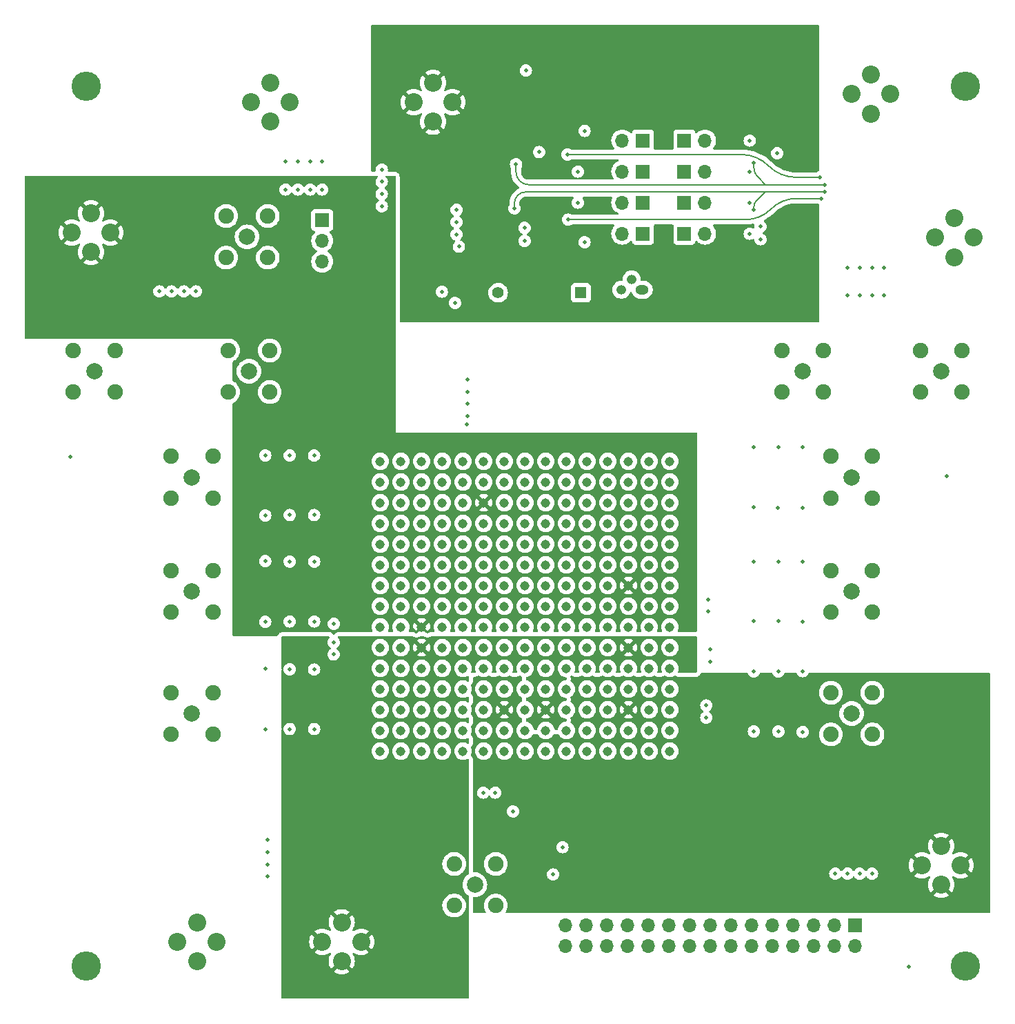
<source format=gbr>
%TF.GenerationSoftware,KiCad,Pcbnew,8.0.5*%
%TF.CreationDate,2024-11-07T20:20:18-05:00*%
%TF.ProjectId,huxley-rounded,6875786c-6579-42d7-926f-756e6465642e,rev?*%
%TF.SameCoordinates,Original*%
%TF.FileFunction,Copper,L3,Inr*%
%TF.FilePolarity,Positive*%
%FSLAX46Y46*%
G04 Gerber Fmt 4.6, Leading zero omitted, Abs format (unit mm)*
G04 Created by KiCad (PCBNEW 8.0.5) date 2024-11-07 20:20:18*
%MOMM*%
%LPD*%
G01*
G04 APERTURE LIST*
%TA.AperFunction,ComponentPad*%
%ADD10C,2.006600*%
%TD*%
%TA.AperFunction,ComponentPad*%
%ADD11C,1.905000*%
%TD*%
%TA.AperFunction,ComponentPad*%
%ADD12C,3.600000*%
%TD*%
%TA.AperFunction,ComponentPad*%
%ADD13C,1.397000*%
%TD*%
%TA.AperFunction,ComponentPad*%
%ADD14R,1.397000X1.397000*%
%TD*%
%TA.AperFunction,ComponentPad*%
%ADD15C,2.209800*%
%TD*%
%TA.AperFunction,ComponentPad*%
%ADD16R,1.700000X1.700000*%
%TD*%
%TA.AperFunction,ComponentPad*%
%ADD17O,1.700000X1.700000*%
%TD*%
%TA.AperFunction,ComponentPad*%
%ADD18C,1.143000*%
%TD*%
%TA.AperFunction,ComponentPad*%
%ADD19O,1.600000X1.200000*%
%TD*%
%TA.AperFunction,ComponentPad*%
%ADD20O,1.200000X1.200000*%
%TD*%
%TA.AperFunction,ViaPad*%
%ADD21C,0.508000*%
%TD*%
%TA.AperFunction,Conductor*%
%ADD22C,0.304800*%
%TD*%
%TA.AperFunction,Conductor*%
%ADD23C,0.203200*%
%TD*%
G04 APERTURE END LIST*
D10*
%TO.N,vd1_dummy*%
%TO.C,J19*%
X71000000Y-88000000D03*
D11*
%TO.N,GND*%
X68447300Y-85447300D03*
X68447300Y-90552700D03*
X73552700Y-90552700D03*
X73552700Y-85447300D03*
%TD*%
D10*
%TO.N,CLK*%
%TO.C,J5*%
X98750000Y-151000000D03*
D11*
%TO.N,GND*%
X96197300Y-148447300D03*
X96197300Y-153552700D03*
X101302700Y-153552700D03*
X101302700Y-148447300D03*
%TD*%
D12*
%TO.N,N/C*%
%TO.C,H3*%
X51000000Y-161000000D03*
%TD*%
D13*
%TO.N,GND*%
%TO.C,D1*%
X101600000Y-78359000D03*
D14*
%TO.N,/ibias/ibias_m*%
X111760000Y-78359000D03*
%TD*%
D15*
%TO.N,vlvl*%
%TO.C,J24*%
X71224800Y-55000000D03*
X76000000Y-55000000D03*
X73612400Y-52612400D03*
X73612400Y-57387600D03*
%TD*%
%TO.N,vrbias*%
%TO.C,J39*%
X155224800Y-71612400D03*
X160000000Y-71612400D03*
X157612400Y-69224800D03*
X157612400Y-74000000D03*
%TD*%
%TO.N,GND*%
%TO.C,J34*%
X145000000Y-54000000D03*
X149775200Y-54000000D03*
X147387600Y-51612400D03*
X147387600Y-56387600D03*
%TD*%
D16*
%TO.N,scope_ch1+*%
%TO.C,J6*%
X145400000Y-156000000D03*
D17*
%TO.N,scope_ch1-*%
X145400000Y-158540000D03*
%TO.N,scope_ch2+*%
X142860000Y-156000000D03*
%TO.N,scope_ch2-*%
X142860000Y-158540000D03*
%TO.N,GND*%
X140320000Y-156000000D03*
X140320000Y-158540000D03*
%TO.N,PP_AD2_3V3*%
X137780000Y-156000000D03*
%TO.N,unconnected-(J6D-V-Power-Pad8)*%
X137780000Y-158540000D03*
%TO.N,Net-(J6C-WaveformGen1)*%
X135240000Y-156000000D03*
%TO.N,unconnected-(J6C-WaveformGen2-Pad10)*%
X135240000Y-158540000D03*
%TO.N,GND*%
X132700000Y-156000000D03*
X132700000Y-158540000D03*
%TO.N,unconnected-(J6B-Trigger1-Pad13)*%
X130160000Y-156000000D03*
%TO.N,unconnected-(J6B-Trigger2-Pad14)*%
X130160000Y-158540000D03*
%TO.N,unconnected-(J6A-DIO0-Pad15)*%
X127620000Y-156000000D03*
%TO.N,unconnected-(J6A-DIO8-Pad16)*%
X127620000Y-158540000D03*
%TO.N,IBIAS_SEL2*%
X125080000Y-156000000D03*
%TO.N,IBIAS_SEL1*%
X125080000Y-158540000D03*
%TO.N,IBIAS_SEL4*%
X122540000Y-156000000D03*
%TO.N,IBIAS_SEL3*%
X122540000Y-158540000D03*
%TO.N,SCAN_EN_3V3*%
X120000000Y-156000000D03*
%TO.N,RST_L_3V3*%
X120000000Y-158540000D03*
%TO.N,SPI_CLK_3V3*%
X117460000Y-156000000D03*
%TO.N,SPI_CS_L_3V3*%
X117460000Y-158540000D03*
%TO.N,SPI_COPI_3V3*%
X114920000Y-156000000D03*
%TO.N,SPI_CIPO_3V3*%
X114920000Y-158540000D03*
%TO.N,TSCAN_EN_3V3*%
X112380000Y-156000000D03*
%TO.N,IO_UCLK_3V3*%
X112380000Y-158540000D03*
%TO.N,LVLS_EN*%
X109840000Y-156000000D03*
%TO.N,TSCAN_OUT_3V3*%
X109840000Y-158540000D03*
%TD*%
D15*
%TO.N,GND*%
%TO.C,J37*%
X62224800Y-158000000D03*
X67000000Y-158000000D03*
X64612400Y-155612400D03*
X64612400Y-160387600D03*
%TD*%
D16*
%TO.N,/ibias/ibias_rset*%
%TO.C,J27*%
X119380000Y-71120000D03*
D17*
%TO.N,/ibias/R1_4*%
X116840000Y-71120000D03*
%TD*%
D10*
%TO.N,output_4+*%
%TO.C,J13*%
X64000000Y-115000000D03*
D11*
%TO.N,output_4-*%
X61447300Y-112447300D03*
X61447300Y-117552700D03*
X66552700Y-117552700D03*
X66552700Y-112447300D03*
%TD*%
D10*
%TO.N,output_3+*%
%TO.C,J11*%
X64000000Y-101000000D03*
D11*
%TO.N,output_3-*%
X61447300Y-98447300D03*
X61447300Y-103552700D03*
X66552700Y-103552700D03*
X66552700Y-98447300D03*
%TD*%
D10*
%TO.N,vbias0*%
%TO.C,J17*%
X139000000Y-88000000D03*
D11*
%TO.N,GND*%
X136447300Y-85447300D03*
X136447300Y-90552700D03*
X141552700Y-90552700D03*
X141552700Y-85447300D03*
%TD*%
D15*
%TO.N,PP_TAVDD_1V8*%
%TO.C,J2*%
X51612400Y-68612400D03*
X51612400Y-73387600D03*
X54000000Y-71000000D03*
X49224800Y-71000000D03*
%TD*%
D18*
%TO.N,*%
%TO.C,U1*%
X87122000Y-99060000D03*
X87122000Y-101600000D03*
X87122000Y-104140000D03*
X87122000Y-106680000D03*
X87122000Y-109220000D03*
X87122000Y-111760000D03*
X87122000Y-114300000D03*
X87122000Y-116840000D03*
X87122000Y-119380000D03*
X87122000Y-121920000D03*
X87122000Y-124460000D03*
X87122000Y-127000000D03*
X87122000Y-129540000D03*
X87122000Y-132080000D03*
X87122000Y-134620000D03*
X89662000Y-99060000D03*
X89662000Y-101600000D03*
X89662000Y-104140000D03*
X89662000Y-106680000D03*
X89662000Y-109220000D03*
X89662000Y-111760000D03*
X89662000Y-114300000D03*
X89662000Y-116840000D03*
X89662000Y-119380000D03*
X89662000Y-121920000D03*
X89662000Y-124460000D03*
X89662000Y-127000000D03*
X89662000Y-129540000D03*
X89662000Y-132080000D03*
X89662000Y-134620000D03*
X92202000Y-99060000D03*
X92202000Y-101600000D03*
X92202000Y-132080000D03*
X92202000Y-134620000D03*
X94742000Y-99060000D03*
X94742000Y-101600000D03*
X94742000Y-132080000D03*
X94742000Y-134620000D03*
X97282000Y-99060000D03*
X97282000Y-101600000D03*
X97282000Y-109220000D03*
X97282000Y-111760000D03*
X97282000Y-121920000D03*
X97282000Y-124460000D03*
X97282000Y-132080000D03*
X97282000Y-134620000D03*
X99822000Y-99060000D03*
X99822000Y-101600000D03*
X99822000Y-109220000D03*
X99822000Y-111760000D03*
X99822000Y-114300000D03*
X99822000Y-116840000D03*
X99822000Y-119380000D03*
X99822000Y-121920000D03*
X99822000Y-124460000D03*
X99822000Y-132080000D03*
X99822000Y-134620000D03*
X102362000Y-99060000D03*
X102362000Y-101600000D03*
X102362000Y-111760000D03*
X102362000Y-114300000D03*
X102362000Y-116840000D03*
X102362000Y-119380000D03*
X102362000Y-121920000D03*
X102362000Y-132080000D03*
X102362000Y-134620000D03*
X104902000Y-99060000D03*
X104902000Y-101600000D03*
X104902000Y-111760000D03*
X104902000Y-114300000D03*
X104902000Y-116840000D03*
X104902000Y-119380000D03*
X104902000Y-121920000D03*
X104902000Y-132080000D03*
X104902000Y-134620000D03*
X107442000Y-99060000D03*
X107442000Y-101600000D03*
X107442000Y-111760000D03*
X107442000Y-114300000D03*
X107442000Y-116840000D03*
X107442000Y-119380000D03*
X107442000Y-121920000D03*
X107442000Y-132080000D03*
X107442000Y-134620000D03*
X109982000Y-99060000D03*
X109982000Y-101600000D03*
X109982000Y-109220000D03*
X109982000Y-111760000D03*
X109982000Y-114300000D03*
X109982000Y-116840000D03*
X109982000Y-119380000D03*
X109982000Y-121920000D03*
X109982000Y-124460000D03*
X109982000Y-132080000D03*
X109982000Y-134620000D03*
X112522000Y-99060000D03*
X112522000Y-101600000D03*
X112522000Y-109220000D03*
X112522000Y-111760000D03*
X112522000Y-121920000D03*
X112522000Y-124460000D03*
X112522000Y-132080000D03*
X112522000Y-134620000D03*
X115062000Y-99060000D03*
X115062000Y-101600000D03*
X115062000Y-132080000D03*
X115062000Y-134620000D03*
X117602000Y-99060000D03*
X117602000Y-101600000D03*
X117602000Y-132080000D03*
X117602000Y-134620000D03*
X120142000Y-99060000D03*
X120142000Y-101600000D03*
X120142000Y-104140000D03*
X120142000Y-106680000D03*
X120142000Y-109220000D03*
X120142000Y-111760000D03*
X120142000Y-114300000D03*
X120142000Y-116840000D03*
X120142000Y-119380000D03*
X120142000Y-121920000D03*
X120142000Y-124460000D03*
X120142000Y-127000000D03*
X120142000Y-129540000D03*
X120142000Y-132080000D03*
X120142000Y-134620000D03*
X122682000Y-99060000D03*
X122682000Y-101600000D03*
X122682000Y-104140000D03*
X122682000Y-106680000D03*
X122682000Y-109220000D03*
X122682000Y-111760000D03*
X122682000Y-114300000D03*
X122682000Y-116840000D03*
X122682000Y-119380000D03*
X122682000Y-121920000D03*
X122682000Y-124460000D03*
X122682000Y-127000000D03*
X122682000Y-129540000D03*
X122682000Y-132080000D03*
X122682000Y-134620000D03*
%TO.N,PP_VDDIO_1V8*%
X117602000Y-129540000D03*
%TO.N,N/C*%
X115062000Y-129540000D03*
%TO.N,SPI_CS_L*%
X112522000Y-129540000D03*
%TO.N,GND*%
X109982000Y-129540000D03*
%TO.N,PP_VDD_0V9*%
X107442000Y-129540000D03*
%TO.N,SPI_COPI*%
X104902000Y-129540000D03*
%TO.N,PP_VDDIO_1V8*%
X102362000Y-129540000D03*
%TO.N,CLK*%
X99822000Y-129540000D03*
%TO.N,N/C*%
X97282000Y-129540000D03*
X94742000Y-129540000D03*
%TO.N,GND*%
X92202000Y-129540000D03*
%TO.N,N/C*%
X117602000Y-127000000D03*
X115062000Y-127000000D03*
X112522000Y-127000000D03*
%TO.N,SPI_CLK*%
X109982000Y-127000000D03*
%TO.N,SPI_CIPO*%
X107442000Y-127000000D03*
%TO.N,N/C*%
X104902000Y-127000000D03*
%TO.N,IO_UCLK*%
X102362000Y-127000000D03*
%TO.N,N/C*%
X99822000Y-127000000D03*
X97282000Y-127000000D03*
X94742000Y-127000000D03*
X92202000Y-127000000D03*
%TO.N,RST_L*%
X117602000Y-124460000D03*
%TO.N,N/C*%
X115062000Y-124460000D03*
X107442000Y-124460000D03*
X104902000Y-124460000D03*
X102362000Y-124460000D03*
X94742000Y-124460000D03*
%TO.N,TSCAN_OUT*%
X92202000Y-124460000D03*
%TO.N,PP_VDD_0V9*%
X117602000Y-121920000D03*
%TO.N,SCAN_EN*%
X115062000Y-121920000D03*
%TO.N,TSCAN_EN*%
X94742000Y-121920000D03*
%TO.N,PP_VDD_0V9*%
X92202000Y-121920000D03*
%TO.N,output_0-*%
X117602000Y-119380000D03*
%TO.N,output_0+*%
X115062000Y-119380000D03*
%TO.N,N/C*%
X112522000Y-119380000D03*
X97282000Y-119380000D03*
%TO.N,output_5-*%
X94742000Y-119380000D03*
%TO.N,PP_TAVDD_1V8*%
X92202000Y-119380000D03*
%TO.N,N/C*%
X117602000Y-116840000D03*
X115062000Y-116840000D03*
X112522000Y-116840000D03*
X97282000Y-116840000D03*
%TO.N,output_4+*%
X94742000Y-116840000D03*
%TO.N,output_5+*%
X92202000Y-116840000D03*
%TO.N,PP_TAVDD_1V8*%
X117602000Y-114300000D03*
%TO.N,output_1+*%
X115062000Y-114300000D03*
%TO.N,N/C*%
X112522000Y-114300000D03*
X97282000Y-114300000D03*
%TO.N,output_3+*%
X94742000Y-114300000D03*
%TO.N,output_4-*%
X92202000Y-114300000D03*
%TO.N,output_1-*%
X117602000Y-111760000D03*
%TO.N,output_2+*%
X115062000Y-111760000D03*
%TO.N,N/C*%
X94742000Y-111760000D03*
%TO.N,output_3-*%
X92202000Y-111760000D03*
%TO.N,output_2-*%
X117602000Y-109220000D03*
%TO.N,N/C*%
X115062000Y-109220000D03*
X107442000Y-109220000D03*
X104902000Y-109220000D03*
X102362000Y-109220000D03*
X94742000Y-109220000D03*
X92202000Y-109220000D03*
%TO.N,GND*%
X117602000Y-106680000D03*
%TO.N,N/C*%
X115062000Y-106680000D03*
X112522000Y-106680000D03*
X109982000Y-106680000D03*
%TO.N,vrbias*%
X107442000Y-106680000D03*
%TO.N,vbias0*%
X104902000Y-106680000D03*
%TO.N,N/C*%
X102362000Y-106680000D03*
X99822000Y-106680000D03*
%TO.N,vd1_dummy*%
X97282000Y-106680000D03*
%TO.N,N/C*%
X94742000Y-106680000D03*
X92202000Y-106680000D03*
%TO.N,GND*%
X117602000Y-104140000D03*
%TO.N,N/C*%
X115062000Y-104140000D03*
X112522000Y-104140000D03*
%TO.N,vbias2*%
X109982000Y-104140000D03*
%TO.N,vbias1*%
X107442000Y-104140000D03*
%TO.N,vlvl*%
X104902000Y-104140000D03*
%TO.N,GND*%
X102362000Y-104140000D03*
%TO.N,PP_TAVDD_1V8*%
X99822000Y-104140000D03*
%TO.N,iout_dummy*%
X97282000Y-104140000D03*
%TO.N,vlvl_p_dummy*%
X94742000Y-104140000D03*
%TO.N,GND*%
X92202000Y-104140000D03*
%TD*%
D16*
%TO.N,/ibias/ibias_rset*%
%TO.C,J30*%
X124460000Y-67310000D03*
D17*
%TO.N,/ibias/R2_3*%
X127000000Y-67310000D03*
%TD*%
D16*
%TO.N,/ibias/ibias_rset*%
%TO.C,J31*%
X124460000Y-71120000D03*
D17*
%TO.N,/ibias/R2_4*%
X127000000Y-71120000D03*
%TD*%
D16*
%TO.N,/ibias/ibias_rset*%
%TO.C,J28*%
X124460000Y-59690000D03*
D17*
%TO.N,/ibias/R2_1*%
X127000000Y-59690000D03*
%TD*%
D10*
%TO.N,vbias2*%
%TO.C,J18*%
X156000000Y-88000000D03*
D11*
%TO.N,GND*%
X153447300Y-85447300D03*
X153447300Y-90552700D03*
X158552700Y-90552700D03*
X158552700Y-85447300D03*
%TD*%
D16*
%TO.N,/ibias/ibias_rset*%
%TO.C,J26*%
X119380000Y-67310000D03*
D17*
%TO.N,/ibias/R1_3*%
X116840000Y-67310000D03*
%TD*%
D10*
%TO.N,output_5+*%
%TO.C,J15*%
X64000000Y-130000000D03*
D11*
%TO.N,output_5-*%
X61447300Y-127447300D03*
X61447300Y-132552700D03*
X66552700Y-132552700D03*
X66552700Y-127447300D03*
%TD*%
D16*
%TO.N,iout_dummy_amp*%
%TO.C,J32*%
X80000000Y-69450000D03*
D17*
%TO.N,iout_dummy_amp_conn*%
X80000000Y-71990000D03*
%TO.N,iout_dummy*%
X80000000Y-74530000D03*
%TD*%
D15*
%TO.N,PP_SYS_3V3*%
%TO.C,J35*%
X91224800Y-55000000D03*
X96000000Y-55000000D03*
X93612400Y-52612400D03*
X93612400Y-57387600D03*
%TD*%
D16*
%TO.N,/ibias/ibias_rset*%
%TO.C,J29*%
X124460000Y-63500000D03*
D17*
%TO.N,/ibias/R2_2*%
X127000000Y-63500000D03*
%TD*%
D12*
%TO.N,N/C*%
%TO.C,H1*%
X159000000Y-53000000D03*
%TD*%
%TO.N,N/C*%
%TO.C,H4*%
X51000000Y-53000000D03*
%TD*%
D10*
%TO.N,output_0+*%
%TO.C,J4*%
X145000000Y-130000000D03*
D11*
%TO.N,output_0-*%
X142447300Y-127447300D03*
X142447300Y-132552700D03*
X147552700Y-132552700D03*
X147552700Y-127447300D03*
%TD*%
D16*
%TO.N,/ibias/ibias_rset*%
%TO.C,J25*%
X119380000Y-63500000D03*
D17*
%TO.N,/ibias/R1_2*%
X116840000Y-63500000D03*
%TD*%
D10*
%TO.N,output_1+*%
%TO.C,J7*%
X145000000Y-115000000D03*
D11*
%TO.N,output_1-*%
X142447300Y-112447300D03*
X142447300Y-117552700D03*
X147552700Y-117552700D03*
X147552700Y-112447300D03*
%TD*%
D12*
%TO.N,N/C*%
%TO.C,H2*%
X159000000Y-161000000D03*
%TD*%
D10*
%TO.N,iout_dummy_amp_conn*%
%TO.C,J22*%
X70750000Y-71500000D03*
D11*
%TO.N,GND*%
X68197300Y-68947300D03*
X68197300Y-74052700D03*
X73302700Y-74052700D03*
X73302700Y-68947300D03*
%TD*%
D15*
%TO.N,PP_VDDIO_1V8*%
%TO.C,J1*%
X156000000Y-151000000D03*
X156000000Y-146224800D03*
X153612400Y-148612400D03*
X158387600Y-148612400D03*
%TD*%
D16*
%TO.N,/ibias/ibias_rset*%
%TO.C,J21*%
X119380000Y-59690000D03*
D17*
%TO.N,/ibias/R1_1*%
X116840000Y-59690000D03*
%TD*%
D19*
%TO.N,/ibias/ibias_rset*%
%TO.C,U2*%
X119270000Y-78000000D03*
D20*
%TO.N,vbias1*%
X118000000Y-76730000D03*
%TO.N,/ibias/ibias_m*%
X116730000Y-78000000D03*
%TD*%
D15*
%TO.N,PP_VDD_0V9*%
%TO.C,J3*%
X80000000Y-158000000D03*
X84775200Y-158000000D03*
X82387600Y-155612400D03*
X82387600Y-160387600D03*
%TD*%
D10*
%TO.N,vlvl_p_dummy*%
%TO.C,J20*%
X52000000Y-88000000D03*
D11*
%TO.N,GND*%
X49447300Y-85447300D03*
X49447300Y-90552700D03*
X54552700Y-90552700D03*
X54552700Y-85447300D03*
%TD*%
D10*
%TO.N,output_2+*%
%TO.C,J9*%
X145000000Y-101000000D03*
D11*
%TO.N,output_2-*%
X142447300Y-98447300D03*
X142447300Y-103552700D03*
X147552700Y-103552700D03*
X147552700Y-98447300D03*
%TD*%
D21*
%TO.N,GND*%
X127600000Y-122150000D03*
X147500000Y-149650000D03*
X135962000Y-104726000D03*
X73250000Y-150000000D03*
X61500000Y-78200000D03*
X133000000Y-97350000D03*
X133800000Y-70250000D03*
X63000000Y-78200000D03*
X104850000Y-70405000D03*
X87300000Y-67750000D03*
X144500000Y-149650000D03*
X147500000Y-78700000D03*
X133000000Y-132200000D03*
X49100000Y-98500000D03*
X64500000Y-78200000D03*
X76000000Y-131900000D03*
X127600000Y-123650000D03*
X73300000Y-147000000D03*
X132448803Y-67308134D03*
X76000000Y-105650000D03*
X87300000Y-63250000D03*
X79000000Y-124600000D03*
X136000000Y-111400000D03*
X76000000Y-118700000D03*
X127400000Y-116000000D03*
X87300000Y-64750000D03*
X96292000Y-79604000D03*
X106629200Y-61112400D03*
X81400000Y-121250000D03*
X96778000Y-72714000D03*
X73000000Y-105700000D03*
X127150000Y-130500000D03*
X81425000Y-119000000D03*
X79000000Y-105650000D03*
X133000000Y-111400000D03*
X152000000Y-161100000D03*
X97800000Y-93500000D03*
X80000000Y-65700000D03*
X139000000Y-132250000D03*
X97800000Y-92000000D03*
X136000000Y-132200000D03*
X104850000Y-72005000D03*
X73000000Y-98325000D03*
X96500000Y-71200000D03*
X75500000Y-65700000D03*
X76000000Y-111350000D03*
X133000000Y-118650000D03*
X79000000Y-111350000D03*
X139000000Y-97300000D03*
X73000000Y-111300000D03*
X133000000Y-104700000D03*
X97800000Y-90500000D03*
X97750000Y-94500000D03*
X139000000Y-111350000D03*
X127150000Y-129000000D03*
X78500000Y-65700000D03*
X79000000Y-98350000D03*
X73000000Y-118750000D03*
X60000000Y-78200000D03*
X144500000Y-78700000D03*
X87300000Y-66250000D03*
X139000000Y-118700000D03*
X146000000Y-149650000D03*
X132495000Y-71120000D03*
X135870000Y-61258800D03*
X136000000Y-124850000D03*
X133000000Y-124850000D03*
X96500000Y-69700000D03*
X133800000Y-71800000D03*
X73000000Y-131950000D03*
X156650000Y-100900000D03*
X139000000Y-104750000D03*
X81400000Y-122750000D03*
X132441200Y-63523292D03*
X94679600Y-78235600D03*
X101250000Y-139700000D03*
X76000000Y-124573000D03*
X73300000Y-148500000D03*
X76000000Y-98350000D03*
X149000000Y-78700000D03*
X79000000Y-118700000D03*
X146000000Y-78700000D03*
X73000000Y-124523000D03*
X143000000Y-149650000D03*
X97800000Y-89000000D03*
X79000000Y-131900000D03*
X139000000Y-124800000D03*
X77000000Y-65700000D03*
X132500000Y-59700000D03*
X105000000Y-51100000D03*
X96500000Y-68200000D03*
X73300000Y-145490000D03*
X136000000Y-118650000D03*
X108343401Y-149750000D03*
X136000000Y-97350000D03*
X99750000Y-139700000D03*
X127400000Y-117500000D03*
%TO.N,PP_SYS_3V3*%
X90700000Y-67750000D03*
X94000000Y-67200000D03*
X90700000Y-66250000D03*
X90700000Y-64750000D03*
X108400000Y-72000000D03*
X90700000Y-63250000D03*
X136200000Y-72900000D03*
%TO.N,PP_VDD_0V9*%
X84900000Y-121250000D03*
X76700000Y-147000000D03*
X124300000Y-122150000D03*
X124300000Y-123650000D03*
X76700000Y-145490000D03*
X76650000Y-150000000D03*
X76700000Y-148500000D03*
X84900000Y-122750000D03*
%TO.N,PP_TAVDD_1V8*%
X84925000Y-119000000D03*
X63000000Y-74850000D03*
X61500000Y-74850000D03*
X60000000Y-74850000D03*
X64500000Y-74850000D03*
X124050000Y-117500000D03*
X124050000Y-116000000D03*
X98450000Y-97700000D03*
%TO.N,PP_VDDIO_1V8*%
X101250000Y-136300000D03*
X147500000Y-146300000D03*
X144500000Y-146300000D03*
X99750000Y-136300000D03*
X123800000Y-128400000D03*
X146000000Y-146300000D03*
X143000000Y-146300000D03*
X123800000Y-130750000D03*
X108500000Y-140750000D03*
%TO.N,vlvl*%
X78500000Y-62300000D03*
X80000000Y-62300000D03*
X75500000Y-62300000D03*
X77000000Y-62300000D03*
%TO.N,vrbias*%
X149000000Y-75300000D03*
X144500000Y-75300000D03*
X147500000Y-75300000D03*
X146000000Y-75300000D03*
%TO.N,/ibias/ibias_m*%
X112200000Y-58500000D03*
X111400000Y-63500000D03*
X111400000Y-67310000D03*
X112205000Y-72150000D03*
%TO.N,IBIAS_SEL3*%
X141700000Y-66000000D03*
X103600000Y-68000000D03*
X133000000Y-68200000D03*
%TO.N,IBIAS_SEL4*%
X110200000Y-69400000D03*
X141300000Y-66800000D03*
%TO.N,IBIAS_SEL1*%
X110100000Y-61400000D03*
X141100000Y-64200000D03*
%TO.N,IBIAS_SEL2*%
X103800000Y-62600000D03*
X141700000Y-65100000D03*
X133000000Y-62400000D03*
%TO.N,PP_AD2_3V3*%
X109493001Y-146397250D03*
X103425000Y-142000000D03*
%TD*%
D22*
%TO.N,PP_TAVDD_1V8*%
X93062932Y-119937067D02*
G75*
G02*
X92911000Y-119999989I-151932J151967D01*
G01*
X91610991Y-119971008D02*
G75*
G02*
X91541000Y-119999994I-69991J70008D01*
G01*
X92759067Y-119937067D02*
G75*
G03*
X92911000Y-119999990I151933J151967D01*
G01*
X91471008Y-119971008D02*
G75*
G03*
X91541000Y-119999995I69992J70008D01*
G01*
D23*
%TO.N,IBIAS_SEL2*%
X133000000Y-63050000D02*
G75*
G03*
X133459627Y-64159611I1569200J0D01*
G01*
X104250000Y-64650000D02*
G75*
G03*
X105336396Y-65100002I1086400J1086400D01*
G01*
X103800000Y-63563603D02*
G75*
G03*
X104250001Y-64649999I1536400J3D01*
G01*
%TO.N,IBIAS_SEL1*%
X134800000Y-62800000D02*
G75*
G03*
X131420101Y-61400000I-3379900J-3379900D01*
G01*
X134800000Y-62800000D02*
G75*
G03*
X138179898Y-64200000I3379900J3379900D01*
G01*
%TO.N,IBIAS_SEL4*%
X135100000Y-68100000D02*
G75*
G02*
X131961522Y-69400009I-3138500J3138500D01*
G01*
X138238477Y-66800000D02*
G75*
G03*
X135100007Y-68100007I23J-4438500D01*
G01*
%TO.N,IBIAS_SEL3*%
X133282842Y-67117157D02*
G75*
G03*
X133000004Y-67800000I682858J-682843D01*
G01*
X104965685Y-66000000D02*
G75*
G03*
X104000004Y-66400004I15J-1365700D01*
G01*
X104000000Y-66400000D02*
G75*
G03*
X103599994Y-67365685I965700J-965700D01*
G01*
D22*
%TO.N,PP_TAVDD_1V8*%
X91471008Y-119971008D02*
X91000000Y-119500000D01*
X93062932Y-119937067D02*
X93500000Y-119500000D01*
X92759067Y-119937067D02*
X92202000Y-119380000D01*
X91610991Y-119971008D02*
X92202000Y-119380000D01*
D23*
%TO.N,IBIAS_SEL3*%
X134400000Y-66000000D02*
X141700000Y-66000000D01*
X134400000Y-66000000D02*
X104965685Y-66000000D01*
X134400000Y-66000000D02*
X133282842Y-67117157D01*
X103600000Y-68000000D02*
X103600000Y-67365685D01*
X133000000Y-68200000D02*
X133000000Y-67800000D01*
%TO.N,IBIAS_SEL4*%
X141300000Y-66800000D02*
X138238477Y-66800000D01*
X110200000Y-69400000D02*
X131961522Y-69400000D01*
%TO.N,IBIAS_SEL1*%
X138179898Y-64200000D02*
X141100000Y-64200000D01*
X131420101Y-61400000D02*
X110100000Y-61400000D01*
%TO.N,IBIAS_SEL2*%
X133459619Y-64159619D02*
X134400000Y-65100000D01*
X141700000Y-65100000D02*
X134400000Y-65100000D01*
X133000000Y-62400000D02*
X133000000Y-63050000D01*
X105336396Y-65100000D02*
X134400000Y-65100000D01*
X103800000Y-62600000D02*
X103800000Y-63563603D01*
%TD*%
%TA.AperFunction,Conductor*%
%TO.N,PP_VDDIO_1V8*%
G36*
X132232187Y-125019685D02*
G01*
X132277942Y-125072489D01*
X132282186Y-125083038D01*
X132283034Y-125085459D01*
X132315918Y-125179438D01*
X132398803Y-125311347D01*
X132406376Y-125323400D01*
X132526600Y-125443624D01*
X132670563Y-125534082D01*
X132777141Y-125571375D01*
X132831048Y-125590238D01*
X132999997Y-125609274D01*
X133000000Y-125609274D01*
X133000003Y-125609274D01*
X133168951Y-125590238D01*
X133168954Y-125590237D01*
X133329437Y-125534082D01*
X133473400Y-125443624D01*
X133593624Y-125323400D01*
X133684082Y-125179437D01*
X133717810Y-125083044D01*
X133758532Y-125026270D01*
X133823484Y-125000522D01*
X133834852Y-125000000D01*
X135165148Y-125000000D01*
X135232187Y-125019685D01*
X135277942Y-125072489D01*
X135282186Y-125083038D01*
X135283034Y-125085459D01*
X135315918Y-125179438D01*
X135398803Y-125311347D01*
X135406376Y-125323400D01*
X135526600Y-125443624D01*
X135670563Y-125534082D01*
X135777141Y-125571375D01*
X135831048Y-125590238D01*
X135999997Y-125609274D01*
X136000000Y-125609274D01*
X136000003Y-125609274D01*
X136168951Y-125590238D01*
X136168954Y-125590237D01*
X136329437Y-125534082D01*
X136473400Y-125443624D01*
X136593624Y-125323400D01*
X136684082Y-125179437D01*
X136717810Y-125083044D01*
X136758532Y-125026270D01*
X136823484Y-125000522D01*
X136834852Y-125000000D01*
X138182643Y-125000000D01*
X138249682Y-125019685D01*
X138295437Y-125072489D01*
X138299685Y-125083046D01*
X138315917Y-125129436D01*
X138370517Y-125216331D01*
X138406376Y-125273400D01*
X138526600Y-125393624D01*
X138670563Y-125484082D01*
X138763798Y-125516706D01*
X138831048Y-125540238D01*
X138999997Y-125559274D01*
X139000000Y-125559274D01*
X139000003Y-125559274D01*
X139168951Y-125540238D01*
X139168954Y-125540237D01*
X139329437Y-125484082D01*
X139473400Y-125393624D01*
X139593624Y-125273400D01*
X139684082Y-125129437D01*
X139694200Y-125100519D01*
X139700315Y-125083046D01*
X139741037Y-125026270D01*
X139805989Y-125000522D01*
X139817357Y-125000000D01*
X161880400Y-125000000D01*
X161947439Y-125019685D01*
X161993194Y-125072489D01*
X162004400Y-125124000D01*
X162004400Y-154376000D01*
X161984715Y-154443039D01*
X161931911Y-154488794D01*
X161880400Y-154500000D01*
X102648547Y-154500000D01*
X102581508Y-154480315D01*
X102535753Y-154427511D01*
X102525809Y-154358353D01*
X102544738Y-154308178D01*
X102584955Y-154246622D01*
X102681683Y-154026105D01*
X102740795Y-153792676D01*
X102760680Y-153552700D01*
X102740795Y-153312724D01*
X102681683Y-153079295D01*
X102584955Y-152858778D01*
X102453251Y-152657190D01*
X102290163Y-152480029D01*
X102156058Y-152375651D01*
X102100141Y-152332129D01*
X101888365Y-152217521D01*
X101888356Y-152217518D01*
X101660616Y-152139334D01*
X101482477Y-152109608D01*
X101423099Y-152099700D01*
X101182301Y-152099700D01*
X101134798Y-152107626D01*
X100944783Y-152139334D01*
X100717043Y-152217518D01*
X100717034Y-152217521D01*
X100505258Y-152332129D01*
X100373863Y-152434399D01*
X100315237Y-152480029D01*
X100315234Y-152480031D01*
X100315234Y-152480032D01*
X100152149Y-152657190D01*
X100020443Y-152858781D01*
X99923717Y-153079294D01*
X99864604Y-153312727D01*
X99844720Y-153552694D01*
X99844720Y-153552705D01*
X99864604Y-153792672D01*
X99923717Y-154026105D01*
X99972210Y-154136659D01*
X100020445Y-154246622D01*
X100060662Y-154308178D01*
X100080849Y-154375068D01*
X100061669Y-154442254D01*
X100009211Y-154488404D01*
X99956853Y-154500000D01*
X98629500Y-154500000D01*
X98562461Y-154480315D01*
X98516706Y-154427511D01*
X98505500Y-154376000D01*
X98505500Y-152623349D01*
X98525185Y-152556310D01*
X98577989Y-152510555D01*
X98639226Y-152499731D01*
X98750000Y-152508450D01*
X98985974Y-152489878D01*
X99216137Y-152434621D01*
X99434822Y-152344039D01*
X99636645Y-152220362D01*
X99816635Y-152066635D01*
X99970362Y-151886645D01*
X100094039Y-151684822D01*
X100184621Y-151466137D01*
X100239878Y-151235974D01*
X100258450Y-151000000D01*
X100239878Y-150764026D01*
X100184621Y-150533863D01*
X100153025Y-150457583D01*
X100094039Y-150315177D01*
X99970365Y-150113359D01*
X99970364Y-150113358D01*
X99970363Y-150113357D01*
X99970362Y-150113355D01*
X99816635Y-149933365D01*
X99636645Y-149779638D01*
X99636643Y-149779636D01*
X99636641Y-149779635D01*
X99636640Y-149779634D01*
X99434822Y-149655960D01*
X99216136Y-149565378D01*
X98985977Y-149510122D01*
X98808993Y-149496193D01*
X98750000Y-149491550D01*
X98749999Y-149491550D01*
X98639229Y-149500268D01*
X98570852Y-149485904D01*
X98521095Y-149436852D01*
X98505500Y-149376650D01*
X98505500Y-148447294D01*
X99844720Y-148447294D01*
X99844720Y-148447305D01*
X99864604Y-148687272D01*
X99923717Y-148920705D01*
X100006692Y-149109870D01*
X100020445Y-149141222D01*
X100152149Y-149342810D01*
X100315237Y-149519971D01*
X100471608Y-149641679D01*
X100489957Y-149655961D01*
X100505261Y-149667872D01*
X100717036Y-149782479D01*
X100823275Y-149818951D01*
X100944783Y-149860665D01*
X100944785Y-149860665D01*
X100944787Y-149860666D01*
X101182301Y-149900300D01*
X101182302Y-149900300D01*
X101423098Y-149900300D01*
X101423099Y-149900300D01*
X101660613Y-149860666D01*
X101888364Y-149782479D01*
X101948385Y-149749997D01*
X107584127Y-149749997D01*
X107584127Y-149750002D01*
X107603162Y-149918951D01*
X107645838Y-150040912D01*
X107655266Y-150067855D01*
X107659320Y-150079439D01*
X107686943Y-150123400D01*
X107749777Y-150223400D01*
X107870001Y-150343624D01*
X108013964Y-150434082D01*
X108135922Y-150476756D01*
X108174449Y-150490238D01*
X108343398Y-150509274D01*
X108343401Y-150509274D01*
X108343404Y-150509274D01*
X108512352Y-150490238D01*
X108512355Y-150490237D01*
X108672838Y-150434082D01*
X108816801Y-150343624D01*
X108937025Y-150223400D01*
X109027483Y-150079437D01*
X109083638Y-149918954D01*
X109083638Y-149918953D01*
X109083639Y-149918951D01*
X109102675Y-149750002D01*
X109102675Y-149749997D01*
X109091408Y-149649997D01*
X142240726Y-149649997D01*
X142240726Y-149650002D01*
X142259761Y-149818951D01*
X142292884Y-149913609D01*
X142315918Y-149979437D01*
X142406376Y-150123400D01*
X142526600Y-150243624D01*
X142670563Y-150334082D01*
X142792521Y-150376756D01*
X142831048Y-150390238D01*
X142999997Y-150409274D01*
X143000000Y-150409274D01*
X143000003Y-150409274D01*
X143168951Y-150390238D01*
X143168954Y-150390237D01*
X143329437Y-150334082D01*
X143473400Y-150243624D01*
X143593624Y-150123400D01*
X143645006Y-150041625D01*
X143697341Y-149995335D01*
X143766395Y-149984687D01*
X143830243Y-150013062D01*
X143854993Y-150041625D01*
X143906376Y-150123400D01*
X144026600Y-150243624D01*
X144170563Y-150334082D01*
X144292521Y-150376756D01*
X144331048Y-150390238D01*
X144499997Y-150409274D01*
X144500000Y-150409274D01*
X144500003Y-150409274D01*
X144668951Y-150390238D01*
X144668954Y-150390237D01*
X144829437Y-150334082D01*
X144973400Y-150243624D01*
X145093624Y-150123400D01*
X145145006Y-150041625D01*
X145197341Y-149995335D01*
X145266395Y-149984687D01*
X145330243Y-150013062D01*
X145354993Y-150041625D01*
X145406376Y-150123400D01*
X145526600Y-150243624D01*
X145670563Y-150334082D01*
X145792521Y-150376756D01*
X145831048Y-150390238D01*
X145999997Y-150409274D01*
X146000000Y-150409274D01*
X146000003Y-150409274D01*
X146168951Y-150390238D01*
X146168954Y-150390237D01*
X146329437Y-150334082D01*
X146473400Y-150243624D01*
X146593624Y-150123400D01*
X146645006Y-150041625D01*
X146697341Y-149995335D01*
X146766395Y-149984687D01*
X146830243Y-150013062D01*
X146854993Y-150041625D01*
X146906376Y-150123400D01*
X147026600Y-150243624D01*
X147170563Y-150334082D01*
X147292521Y-150376756D01*
X147331048Y-150390238D01*
X147499997Y-150409274D01*
X147500000Y-150409274D01*
X147500003Y-150409274D01*
X147668951Y-150390238D01*
X147668954Y-150390237D01*
X147829437Y-150334082D01*
X147973400Y-150243624D01*
X148093624Y-150123400D01*
X148184082Y-149979437D01*
X148240237Y-149818954D01*
X148240237Y-149818953D01*
X148240238Y-149818951D01*
X148259274Y-149650002D01*
X148259274Y-149649997D01*
X148240238Y-149481048D01*
X148219072Y-149420560D01*
X148184082Y-149320563D01*
X148093624Y-149176600D01*
X147973400Y-149056376D01*
X147829437Y-148965918D01*
X147790912Y-148952437D01*
X147668951Y-148909761D01*
X147500003Y-148890726D01*
X147499997Y-148890726D01*
X147331048Y-148909761D01*
X147170560Y-148965919D01*
X147026599Y-149056376D01*
X146906374Y-149176601D01*
X146854993Y-149258374D01*
X146802658Y-149304664D01*
X146733605Y-149315312D01*
X146669757Y-149286937D01*
X146645007Y-149258374D01*
X146593625Y-149176601D01*
X146473400Y-149056376D01*
X146329439Y-148965919D01*
X146329438Y-148965918D01*
X146329437Y-148965918D01*
X146290912Y-148952437D01*
X146168951Y-148909761D01*
X146000003Y-148890726D01*
X145999997Y-148890726D01*
X145831048Y-148909761D01*
X145670560Y-148965919D01*
X145526599Y-149056376D01*
X145406374Y-149176601D01*
X145354993Y-149258374D01*
X145302658Y-149304664D01*
X145233605Y-149315312D01*
X145169757Y-149286937D01*
X145145007Y-149258374D01*
X145093625Y-149176601D01*
X144973400Y-149056376D01*
X144829439Y-148965919D01*
X144829438Y-148965918D01*
X144829437Y-148965918D01*
X144790912Y-148952437D01*
X144668951Y-148909761D01*
X144500003Y-148890726D01*
X144499997Y-148890726D01*
X144331048Y-148909761D01*
X144170560Y-148965919D01*
X144026599Y-149056376D01*
X143906374Y-149176601D01*
X143854993Y-149258374D01*
X143802658Y-149304664D01*
X143733605Y-149315312D01*
X143669757Y-149286937D01*
X143645007Y-149258374D01*
X143593625Y-149176601D01*
X143473400Y-149056376D01*
X143329439Y-148965919D01*
X143329438Y-148965918D01*
X143329437Y-148965918D01*
X143290912Y-148952437D01*
X143168951Y-148909761D01*
X143000003Y-148890726D01*
X142999997Y-148890726D01*
X142831048Y-148909761D01*
X142670560Y-148965919D01*
X142526599Y-149056376D01*
X142406376Y-149176599D01*
X142315919Y-149320560D01*
X142259761Y-149481048D01*
X142240726Y-149649997D01*
X109091408Y-149649997D01*
X109083639Y-149581048D01*
X109062266Y-149519967D01*
X109027483Y-149420563D01*
X108937025Y-149276600D01*
X108816801Y-149156376D01*
X108672838Y-149065918D01*
X108634313Y-149052437D01*
X108512352Y-149009761D01*
X108343404Y-148990726D01*
X108343398Y-148990726D01*
X108174449Y-149009761D01*
X108013961Y-149065919D01*
X107870000Y-149156376D01*
X107749777Y-149276599D01*
X107659320Y-149420560D01*
X107603162Y-149581048D01*
X107584127Y-149749997D01*
X101948385Y-149749997D01*
X102100139Y-149667872D01*
X102290163Y-149519971D01*
X102453251Y-149342810D01*
X102584955Y-149141222D01*
X102681683Y-148920705D01*
X102740795Y-148687276D01*
X102746999Y-148612400D01*
X152002537Y-148612400D01*
X152022356Y-148864235D01*
X152081327Y-149109870D01*
X152177999Y-149343258D01*
X152309992Y-149558652D01*
X152311190Y-149560055D01*
X152857595Y-149013649D01*
X152858342Y-149015452D01*
X152951463Y-149154817D01*
X153069983Y-149273337D01*
X153209348Y-149366458D01*
X153211147Y-149367203D01*
X152664743Y-149913608D01*
X152664743Y-149913609D01*
X152666143Y-149914805D01*
X152666150Y-149914810D01*
X152881538Y-150046799D01*
X153114929Y-150143472D01*
X153360565Y-150202443D01*
X153360564Y-150202443D01*
X153612400Y-150222262D01*
X153864235Y-150202443D01*
X154109870Y-150143472D01*
X154343263Y-150046798D01*
X154477098Y-149964784D01*
X154544544Y-149946539D01*
X154611146Y-149967655D01*
X154655760Y-150021427D01*
X154664220Y-150090783D01*
X154647616Y-150135300D01*
X154565601Y-150269138D01*
X154468927Y-150502529D01*
X154409956Y-150748164D01*
X154390137Y-151000000D01*
X154409956Y-151251835D01*
X154468927Y-151497470D01*
X154565599Y-151730858D01*
X154697592Y-151946252D01*
X154698790Y-151947655D01*
X155245195Y-151401249D01*
X155245942Y-151403052D01*
X155339063Y-151542417D01*
X155457583Y-151660937D01*
X155596948Y-151754058D01*
X155598748Y-151754803D01*
X155052343Y-152301208D01*
X155052343Y-152301209D01*
X155053743Y-152302405D01*
X155053750Y-152302410D01*
X155269138Y-152434399D01*
X155502529Y-152531072D01*
X155748165Y-152590043D01*
X155748164Y-152590043D01*
X156000000Y-152609862D01*
X156251835Y-152590043D01*
X156497470Y-152531072D01*
X156730858Y-152434400D01*
X156946256Y-152302404D01*
X156947655Y-152301208D01*
X156947656Y-152301208D01*
X156401251Y-151754803D01*
X156403052Y-151754058D01*
X156542417Y-151660937D01*
X156660937Y-151542417D01*
X156754058Y-151403052D01*
X156754803Y-151401251D01*
X157301208Y-151947656D01*
X157301208Y-151947655D01*
X157302404Y-151946256D01*
X157434400Y-151730858D01*
X157531072Y-151497470D01*
X157590043Y-151251835D01*
X157609862Y-151000000D01*
X157590043Y-150748164D01*
X157531072Y-150502529D01*
X157434400Y-150269141D01*
X157352383Y-150135301D01*
X157334139Y-150067855D01*
X157355256Y-150001252D01*
X157409027Y-149956639D01*
X157478383Y-149948179D01*
X157522901Y-149964783D01*
X157656741Y-150046800D01*
X157890129Y-150143472D01*
X158135765Y-150202443D01*
X158135764Y-150202443D01*
X158387600Y-150222262D01*
X158639435Y-150202443D01*
X158885070Y-150143472D01*
X159118458Y-150046800D01*
X159333856Y-149914804D01*
X159335255Y-149913608D01*
X159335256Y-149913608D01*
X158788851Y-149367203D01*
X158790652Y-149366458D01*
X158930017Y-149273337D01*
X159048537Y-149154817D01*
X159141658Y-149015452D01*
X159142403Y-149013651D01*
X159688808Y-149560056D01*
X159688808Y-149560055D01*
X159690004Y-149558656D01*
X159822000Y-149343258D01*
X159918672Y-149109870D01*
X159977643Y-148864235D01*
X159997462Y-148612400D01*
X159977643Y-148360564D01*
X159918672Y-148114929D01*
X159821999Y-147881538D01*
X159690010Y-147666150D01*
X159690005Y-147666143D01*
X159688809Y-147664743D01*
X159688808Y-147664743D01*
X159142403Y-148211147D01*
X159141658Y-148209348D01*
X159048537Y-148069983D01*
X158930017Y-147951463D01*
X158790652Y-147858342D01*
X158788850Y-147857595D01*
X159335255Y-147311190D01*
X159333852Y-147309992D01*
X159118458Y-147177999D01*
X158885070Y-147081327D01*
X158639434Y-147022356D01*
X158639435Y-147022356D01*
X158387600Y-147002537D01*
X158135764Y-147022356D01*
X157890129Y-147081327D01*
X157656738Y-147178001D01*
X157522900Y-147260016D01*
X157455454Y-147278260D01*
X157388852Y-147257143D01*
X157344239Y-147203371D01*
X157335779Y-147134015D01*
X157352384Y-147089498D01*
X157434398Y-146955663D01*
X157531072Y-146722270D01*
X157590043Y-146476635D01*
X157609862Y-146224800D01*
X157590043Y-145972964D01*
X157531072Y-145727329D01*
X157434399Y-145493938D01*
X157302410Y-145278550D01*
X157302405Y-145278543D01*
X157301209Y-145277143D01*
X157301208Y-145277143D01*
X156754803Y-145823547D01*
X156754058Y-145821748D01*
X156660937Y-145682383D01*
X156542417Y-145563863D01*
X156403052Y-145470742D01*
X156401251Y-145469996D01*
X156947656Y-144923590D01*
X156946252Y-144922392D01*
X156730858Y-144790399D01*
X156497470Y-144693727D01*
X156251834Y-144634756D01*
X156251835Y-144634756D01*
X156000000Y-144614937D01*
X155748164Y-144634756D01*
X155502529Y-144693727D01*
X155269136Y-144790401D01*
X155053748Y-144922391D01*
X155052342Y-144923590D01*
X155598748Y-145469996D01*
X155596948Y-145470742D01*
X155457583Y-145563863D01*
X155339063Y-145682383D01*
X155245942Y-145821748D01*
X155245196Y-145823548D01*
X154698790Y-145277142D01*
X154697591Y-145278548D01*
X154565601Y-145493936D01*
X154468927Y-145727329D01*
X154409956Y-145972964D01*
X154390137Y-146224800D01*
X154409956Y-146476635D01*
X154468927Y-146722270D01*
X154565600Y-146955661D01*
X154647616Y-147089499D01*
X154665860Y-147156944D01*
X154644743Y-147223547D01*
X154590971Y-147268160D01*
X154521616Y-147276620D01*
X154477099Y-147260016D01*
X154343261Y-147178000D01*
X154109870Y-147081327D01*
X153864234Y-147022356D01*
X153864235Y-147022356D01*
X153612400Y-147002537D01*
X153360564Y-147022356D01*
X153114929Y-147081327D01*
X152881536Y-147178001D01*
X152666148Y-147309991D01*
X152664742Y-147311190D01*
X153211148Y-147857596D01*
X153209348Y-147858342D01*
X153069983Y-147951463D01*
X152951463Y-148069983D01*
X152858342Y-148209348D01*
X152857596Y-148211148D01*
X152311190Y-147664742D01*
X152309991Y-147666148D01*
X152178001Y-147881536D01*
X152081327Y-148114929D01*
X152022356Y-148360564D01*
X152002537Y-148612400D01*
X102746999Y-148612400D01*
X102760680Y-148447300D01*
X102753794Y-148364202D01*
X102745064Y-148258847D01*
X102740795Y-148207324D01*
X102681683Y-147973895D01*
X102584955Y-147753378D01*
X102453251Y-147551790D01*
X102290163Y-147374629D01*
X102142908Y-147260016D01*
X102100141Y-147226729D01*
X101888365Y-147112121D01*
X101888356Y-147112118D01*
X101660616Y-147033934D01*
X101472461Y-147002537D01*
X101423099Y-146994300D01*
X101182301Y-146994300D01*
X101134798Y-147002226D01*
X100944783Y-147033934D01*
X100717043Y-147112118D01*
X100717034Y-147112121D01*
X100505258Y-147226729D01*
X100371156Y-147331105D01*
X100315237Y-147374629D01*
X100315234Y-147374631D01*
X100315234Y-147374632D01*
X100152149Y-147551790D01*
X100020443Y-147753381D01*
X99923717Y-147973894D01*
X99864604Y-148207327D01*
X99844720Y-148447294D01*
X98505500Y-148447294D01*
X98505500Y-146397247D01*
X108733727Y-146397247D01*
X108733727Y-146397252D01*
X108752762Y-146566201D01*
X108774335Y-146627852D01*
X108808919Y-146726687D01*
X108899377Y-146870650D01*
X109019601Y-146990874D01*
X109163564Y-147081332D01*
X109251555Y-147112121D01*
X109324049Y-147137488D01*
X109492998Y-147156524D01*
X109493001Y-147156524D01*
X109493004Y-147156524D01*
X109661952Y-147137488D01*
X109671877Y-147134015D01*
X109822438Y-147081332D01*
X109966401Y-146990874D01*
X110086625Y-146870650D01*
X110177083Y-146726687D01*
X110233238Y-146566204D01*
X110233238Y-146566203D01*
X110233239Y-146566201D01*
X110252275Y-146397252D01*
X110252275Y-146397247D01*
X110233239Y-146228298D01*
X110202690Y-146140994D01*
X110177083Y-146067813D01*
X110086625Y-145923850D01*
X109966401Y-145803626D01*
X109822438Y-145713168D01*
X109783913Y-145699687D01*
X109661952Y-145657011D01*
X109493004Y-145637976D01*
X109492998Y-145637976D01*
X109324049Y-145657011D01*
X109163561Y-145713169D01*
X109019600Y-145803626D01*
X108899377Y-145923849D01*
X108808920Y-146067810D01*
X108752762Y-146228298D01*
X108733727Y-146397247D01*
X98505500Y-146397247D01*
X98505500Y-141999997D01*
X102665726Y-141999997D01*
X102665726Y-142000002D01*
X102684761Y-142168951D01*
X102727437Y-142290912D01*
X102740918Y-142329437D01*
X102831376Y-142473400D01*
X102951600Y-142593624D01*
X103095563Y-142684082D01*
X103217521Y-142726756D01*
X103256048Y-142740238D01*
X103424997Y-142759274D01*
X103425000Y-142759274D01*
X103425003Y-142759274D01*
X103593951Y-142740238D01*
X103593954Y-142740237D01*
X103754437Y-142684082D01*
X103898400Y-142593624D01*
X104018624Y-142473400D01*
X104109082Y-142329437D01*
X104165237Y-142168954D01*
X104165237Y-142168953D01*
X104165238Y-142168951D01*
X104184274Y-142000002D01*
X104184274Y-141999997D01*
X104165238Y-141831048D01*
X104151756Y-141792521D01*
X104109082Y-141670563D01*
X104018624Y-141526600D01*
X103898400Y-141406376D01*
X103754437Y-141315918D01*
X103715912Y-141302437D01*
X103593951Y-141259761D01*
X103425003Y-141240726D01*
X103424997Y-141240726D01*
X103256048Y-141259761D01*
X103095560Y-141315919D01*
X102951599Y-141406376D01*
X102831376Y-141526599D01*
X102740919Y-141670560D01*
X102684761Y-141831048D01*
X102665726Y-141999997D01*
X98505500Y-141999997D01*
X98505500Y-139699997D01*
X98990726Y-139699997D01*
X98990726Y-139700002D01*
X99009761Y-139868951D01*
X99052437Y-139990912D01*
X99065918Y-140029437D01*
X99156376Y-140173400D01*
X99276600Y-140293624D01*
X99420563Y-140384082D01*
X99542521Y-140426756D01*
X99581048Y-140440238D01*
X99749997Y-140459274D01*
X99750000Y-140459274D01*
X99750003Y-140459274D01*
X99918951Y-140440238D01*
X99918954Y-140440237D01*
X100079437Y-140384082D01*
X100223400Y-140293624D01*
X100343624Y-140173400D01*
X100395006Y-140091625D01*
X100447341Y-140045335D01*
X100516395Y-140034687D01*
X100580243Y-140063062D01*
X100604993Y-140091625D01*
X100656376Y-140173400D01*
X100776600Y-140293624D01*
X100920563Y-140384082D01*
X101042521Y-140426756D01*
X101081048Y-140440238D01*
X101249997Y-140459274D01*
X101250000Y-140459274D01*
X101250003Y-140459274D01*
X101418951Y-140440238D01*
X101418954Y-140440237D01*
X101579437Y-140384082D01*
X101723400Y-140293624D01*
X101843624Y-140173400D01*
X101934082Y-140029437D01*
X101990237Y-139868954D01*
X101990237Y-139868953D01*
X101990238Y-139868951D01*
X102009274Y-139700002D01*
X102009274Y-139699997D01*
X101990238Y-139531048D01*
X101976756Y-139492521D01*
X101934082Y-139370563D01*
X101843624Y-139226600D01*
X101723400Y-139106376D01*
X101579437Y-139015918D01*
X101540912Y-139002437D01*
X101418951Y-138959761D01*
X101250003Y-138940726D01*
X101249997Y-138940726D01*
X101081048Y-138959761D01*
X100920560Y-139015919D01*
X100776599Y-139106376D01*
X100656374Y-139226601D01*
X100604993Y-139308374D01*
X100552658Y-139354664D01*
X100483605Y-139365312D01*
X100419757Y-139336937D01*
X100395007Y-139308374D01*
X100343625Y-139226601D01*
X100223400Y-139106376D01*
X100079439Y-139015919D01*
X100079438Y-139015918D01*
X100079437Y-139015918D01*
X100040912Y-139002437D01*
X99918951Y-138959761D01*
X99750003Y-138940726D01*
X99749997Y-138940726D01*
X99581048Y-138959761D01*
X99420560Y-139015919D01*
X99276599Y-139106376D01*
X99156376Y-139226599D01*
X99065919Y-139370560D01*
X99009761Y-139531048D01*
X98990726Y-139699997D01*
X98505500Y-139699997D01*
X98505500Y-135658908D01*
X98501814Y-135623218D01*
X98494832Y-135555608D01*
X98484475Y-135505997D01*
X98452921Y-135407054D01*
X98377176Y-135284726D01*
X98332314Y-135231162D01*
X98294039Y-135196854D01*
X98257258Y-135137452D01*
X98258431Y-135067592D01*
X98265796Y-135049267D01*
X98285893Y-135008910D01*
X98340262Y-134817823D01*
X98358593Y-134620000D01*
X98358593Y-134619999D01*
X98745407Y-134619999D01*
X98745407Y-134620000D01*
X98763737Y-134817822D01*
X98763738Y-134817825D01*
X98818104Y-135008905D01*
X98818107Y-135008911D01*
X98906662Y-135186753D01*
X99026389Y-135345298D01*
X99094132Y-135407053D01*
X99173208Y-135479140D01*
X99342121Y-135583727D01*
X99527376Y-135655495D01*
X99722665Y-135692000D01*
X99722668Y-135692000D01*
X99921332Y-135692000D01*
X99921335Y-135692000D01*
X100116624Y-135655495D01*
X100301879Y-135583727D01*
X100470792Y-135479140D01*
X100617612Y-135345296D01*
X100737338Y-135186753D01*
X100825893Y-135008910D01*
X100825893Y-135008907D01*
X100825895Y-135008905D01*
X100857025Y-134899491D01*
X100880262Y-134817823D01*
X100898593Y-134620000D01*
X100898593Y-134619999D01*
X101285407Y-134619999D01*
X101285407Y-134620000D01*
X101303737Y-134817822D01*
X101303738Y-134817825D01*
X101358104Y-135008905D01*
X101358107Y-135008911D01*
X101446662Y-135186753D01*
X101566389Y-135345298D01*
X101634132Y-135407053D01*
X101713208Y-135479140D01*
X101882121Y-135583727D01*
X102067376Y-135655495D01*
X102262665Y-135692000D01*
X102262668Y-135692000D01*
X102461332Y-135692000D01*
X102461335Y-135692000D01*
X102656624Y-135655495D01*
X102841879Y-135583727D01*
X103010792Y-135479140D01*
X103157612Y-135345296D01*
X103277338Y-135186753D01*
X103365893Y-135008910D01*
X103365893Y-135008907D01*
X103365895Y-135008905D01*
X103397025Y-134899491D01*
X103420262Y-134817823D01*
X103438593Y-134620000D01*
X103438593Y-134619999D01*
X103825407Y-134619999D01*
X103825407Y-134620000D01*
X103843737Y-134817822D01*
X103843738Y-134817825D01*
X103898104Y-135008905D01*
X103898107Y-135008911D01*
X103986662Y-135186753D01*
X104106389Y-135345298D01*
X104174132Y-135407053D01*
X104253208Y-135479140D01*
X104422121Y-135583727D01*
X104607376Y-135655495D01*
X104802665Y-135692000D01*
X104802668Y-135692000D01*
X105001332Y-135692000D01*
X105001335Y-135692000D01*
X105196624Y-135655495D01*
X105381879Y-135583727D01*
X105550792Y-135479140D01*
X105697612Y-135345296D01*
X105817338Y-135186753D01*
X105905893Y-135008910D01*
X105905893Y-135008907D01*
X105905895Y-135008905D01*
X105937025Y-134899491D01*
X105960262Y-134817823D01*
X105978593Y-134620000D01*
X105978593Y-134619999D01*
X106365407Y-134619999D01*
X106365407Y-134620000D01*
X106383737Y-134817822D01*
X106383738Y-134817825D01*
X106438104Y-135008905D01*
X106438107Y-135008911D01*
X106526662Y-135186753D01*
X106646389Y-135345298D01*
X106714132Y-135407053D01*
X106793208Y-135479140D01*
X106962121Y-135583727D01*
X107147376Y-135655495D01*
X107342665Y-135692000D01*
X107342668Y-135692000D01*
X107541332Y-135692000D01*
X107541335Y-135692000D01*
X107736624Y-135655495D01*
X107921879Y-135583727D01*
X108090792Y-135479140D01*
X108237612Y-135345296D01*
X108357338Y-135186753D01*
X108445893Y-135008910D01*
X108445893Y-135008907D01*
X108445895Y-135008905D01*
X108477025Y-134899491D01*
X108500262Y-134817823D01*
X108518593Y-134620000D01*
X108518593Y-134619999D01*
X108905407Y-134619999D01*
X108905407Y-134620000D01*
X108923737Y-134817822D01*
X108923738Y-134817825D01*
X108978104Y-135008905D01*
X108978107Y-135008911D01*
X109066662Y-135186753D01*
X109186389Y-135345298D01*
X109254132Y-135407053D01*
X109333208Y-135479140D01*
X109502121Y-135583727D01*
X109687376Y-135655495D01*
X109882665Y-135692000D01*
X109882668Y-135692000D01*
X110081332Y-135692000D01*
X110081335Y-135692000D01*
X110276624Y-135655495D01*
X110461879Y-135583727D01*
X110630792Y-135479140D01*
X110777612Y-135345296D01*
X110897338Y-135186753D01*
X110985893Y-135008910D01*
X110985893Y-135008907D01*
X110985895Y-135008905D01*
X111017025Y-134899491D01*
X111040262Y-134817823D01*
X111058593Y-134620000D01*
X111058593Y-134619999D01*
X111445407Y-134619999D01*
X111445407Y-134620000D01*
X111463737Y-134817822D01*
X111463738Y-134817825D01*
X111518104Y-135008905D01*
X111518107Y-135008911D01*
X111606662Y-135186753D01*
X111726389Y-135345298D01*
X111794132Y-135407053D01*
X111873208Y-135479140D01*
X112042121Y-135583727D01*
X112227376Y-135655495D01*
X112422665Y-135692000D01*
X112422668Y-135692000D01*
X112621332Y-135692000D01*
X112621335Y-135692000D01*
X112816624Y-135655495D01*
X113001879Y-135583727D01*
X113170792Y-135479140D01*
X113317612Y-135345296D01*
X113437338Y-135186753D01*
X113525893Y-135008910D01*
X113525893Y-135008907D01*
X113525895Y-135008905D01*
X113557025Y-134899491D01*
X113580262Y-134817823D01*
X113598593Y-134620000D01*
X113598593Y-134619999D01*
X113985407Y-134619999D01*
X113985407Y-134620000D01*
X114003737Y-134817822D01*
X114003738Y-134817825D01*
X114058104Y-135008905D01*
X114058107Y-135008911D01*
X114146662Y-135186753D01*
X114266389Y-135345298D01*
X114334132Y-135407053D01*
X114413208Y-135479140D01*
X114582121Y-135583727D01*
X114767376Y-135655495D01*
X114962665Y-135692000D01*
X114962668Y-135692000D01*
X115161332Y-135692000D01*
X115161335Y-135692000D01*
X115356624Y-135655495D01*
X115541879Y-135583727D01*
X115710792Y-135479140D01*
X115857612Y-135345296D01*
X115977338Y-135186753D01*
X116065893Y-135008910D01*
X116065893Y-135008907D01*
X116065895Y-135008905D01*
X116097025Y-134899491D01*
X116120262Y-134817823D01*
X116138593Y-134620000D01*
X116138593Y-134619999D01*
X116525407Y-134619999D01*
X116525407Y-134620000D01*
X116543737Y-134817822D01*
X116543738Y-134817825D01*
X116598104Y-135008905D01*
X116598107Y-135008911D01*
X116686662Y-135186753D01*
X116806389Y-135345298D01*
X116874132Y-135407053D01*
X116953208Y-135479140D01*
X117122121Y-135583727D01*
X117307376Y-135655495D01*
X117502665Y-135692000D01*
X117502668Y-135692000D01*
X117701332Y-135692000D01*
X117701335Y-135692000D01*
X117896624Y-135655495D01*
X118081879Y-135583727D01*
X118250792Y-135479140D01*
X118397612Y-135345296D01*
X118517338Y-135186753D01*
X118605893Y-135008910D01*
X118605893Y-135008907D01*
X118605895Y-135008905D01*
X118637025Y-134899491D01*
X118660262Y-134817823D01*
X118678593Y-134620000D01*
X118678593Y-134619999D01*
X119065407Y-134619999D01*
X119065407Y-134620000D01*
X119083737Y-134817822D01*
X119083738Y-134817825D01*
X119138104Y-135008905D01*
X119138107Y-135008911D01*
X119226662Y-135186753D01*
X119346389Y-135345298D01*
X119414132Y-135407053D01*
X119493208Y-135479140D01*
X119662121Y-135583727D01*
X119847376Y-135655495D01*
X120042665Y-135692000D01*
X120042668Y-135692000D01*
X120241332Y-135692000D01*
X120241335Y-135692000D01*
X120436624Y-135655495D01*
X120621879Y-135583727D01*
X120790792Y-135479140D01*
X120937612Y-135345296D01*
X121057338Y-135186753D01*
X121145893Y-135008910D01*
X121145893Y-135008907D01*
X121145895Y-135008905D01*
X121177025Y-134899491D01*
X121200262Y-134817823D01*
X121218593Y-134620000D01*
X121218593Y-134619999D01*
X121605407Y-134619999D01*
X121605407Y-134620000D01*
X121623737Y-134817822D01*
X121623738Y-134817825D01*
X121678104Y-135008905D01*
X121678107Y-135008911D01*
X121766662Y-135186753D01*
X121886389Y-135345298D01*
X121954132Y-135407053D01*
X122033208Y-135479140D01*
X122202121Y-135583727D01*
X122387376Y-135655495D01*
X122582665Y-135692000D01*
X122582668Y-135692000D01*
X122781332Y-135692000D01*
X122781335Y-135692000D01*
X122976624Y-135655495D01*
X123161879Y-135583727D01*
X123330792Y-135479140D01*
X123477612Y-135345296D01*
X123597338Y-135186753D01*
X123685893Y-135008910D01*
X123685893Y-135008907D01*
X123685895Y-135008905D01*
X123717025Y-134899491D01*
X123740262Y-134817823D01*
X123758593Y-134620000D01*
X123740262Y-134422177D01*
X123711331Y-134320495D01*
X123685895Y-134231094D01*
X123685892Y-134231088D01*
X123653475Y-134165986D01*
X123597338Y-134053247D01*
X123477612Y-133894704D01*
X123477610Y-133894701D01*
X123330793Y-133760861D01*
X123330792Y-133760860D01*
X123266467Y-133721031D01*
X123161880Y-133656273D01*
X123161878Y-133656272D01*
X122976627Y-133584506D01*
X122976626Y-133584505D01*
X122976624Y-133584505D01*
X122781335Y-133548000D01*
X122582665Y-133548000D01*
X122387376Y-133584505D01*
X122387374Y-133584505D01*
X122387372Y-133584506D01*
X122202121Y-133656272D01*
X122202119Y-133656273D01*
X122033206Y-133760861D01*
X121886389Y-133894701D01*
X121766662Y-134053246D01*
X121678107Y-134231088D01*
X121678104Y-134231094D01*
X121623738Y-134422174D01*
X121623737Y-134422177D01*
X121605407Y-134619999D01*
X121218593Y-134619999D01*
X121200262Y-134422177D01*
X121171331Y-134320495D01*
X121145895Y-134231094D01*
X121145892Y-134231088D01*
X121113475Y-134165986D01*
X121057338Y-134053247D01*
X120937612Y-133894704D01*
X120937610Y-133894701D01*
X120790793Y-133760861D01*
X120790792Y-133760860D01*
X120726467Y-133721031D01*
X120621880Y-133656273D01*
X120621878Y-133656272D01*
X120436627Y-133584506D01*
X120436626Y-133584505D01*
X120436624Y-133584505D01*
X120241335Y-133548000D01*
X120042665Y-133548000D01*
X119847376Y-133584505D01*
X119847374Y-133584505D01*
X119847372Y-133584506D01*
X119662121Y-133656272D01*
X119662119Y-133656273D01*
X119493206Y-133760861D01*
X119346389Y-133894701D01*
X119226662Y-134053246D01*
X119138107Y-134231088D01*
X119138104Y-134231094D01*
X119083738Y-134422174D01*
X119083737Y-134422177D01*
X119065407Y-134619999D01*
X118678593Y-134619999D01*
X118660262Y-134422177D01*
X118631331Y-134320495D01*
X118605895Y-134231094D01*
X118605892Y-134231088D01*
X118573475Y-134165986D01*
X118517338Y-134053247D01*
X118397612Y-133894704D01*
X118397610Y-133894701D01*
X118250793Y-133760861D01*
X118250792Y-133760860D01*
X118186467Y-133721031D01*
X118081880Y-133656273D01*
X118081878Y-133656272D01*
X117896627Y-133584506D01*
X117896626Y-133584505D01*
X117896624Y-133584505D01*
X117701335Y-133548000D01*
X117502665Y-133548000D01*
X117307376Y-133584505D01*
X117307374Y-133584505D01*
X117307372Y-133584506D01*
X117122121Y-133656272D01*
X117122119Y-133656273D01*
X116953206Y-133760861D01*
X116806389Y-133894701D01*
X116686662Y-134053246D01*
X116598107Y-134231088D01*
X116598104Y-134231094D01*
X116543738Y-134422174D01*
X116543737Y-134422177D01*
X116525407Y-134619999D01*
X116138593Y-134619999D01*
X116120262Y-134422177D01*
X116091331Y-134320495D01*
X116065895Y-134231094D01*
X116065892Y-134231088D01*
X116033475Y-134165986D01*
X115977338Y-134053247D01*
X115857612Y-133894704D01*
X115857610Y-133894701D01*
X115710793Y-133760861D01*
X115710792Y-133760860D01*
X115646467Y-133721031D01*
X115541880Y-133656273D01*
X115541878Y-133656272D01*
X115356627Y-133584506D01*
X115356626Y-133584505D01*
X115356624Y-133584505D01*
X115161335Y-133548000D01*
X114962665Y-133548000D01*
X114767376Y-133584505D01*
X114767374Y-133584505D01*
X114767372Y-133584506D01*
X114582121Y-133656272D01*
X114582119Y-133656273D01*
X114413206Y-133760861D01*
X114266389Y-133894701D01*
X114146662Y-134053246D01*
X114058107Y-134231088D01*
X114058104Y-134231094D01*
X114003738Y-134422174D01*
X114003737Y-134422177D01*
X113985407Y-134619999D01*
X113598593Y-134619999D01*
X113580262Y-134422177D01*
X113551331Y-134320495D01*
X113525895Y-134231094D01*
X113525892Y-134231088D01*
X113493475Y-134165986D01*
X113437338Y-134053247D01*
X113317612Y-133894704D01*
X113317610Y-133894701D01*
X113170793Y-133760861D01*
X113170792Y-133760860D01*
X113106467Y-133721031D01*
X113001880Y-133656273D01*
X113001878Y-133656272D01*
X112816627Y-133584506D01*
X112816626Y-133584505D01*
X112816624Y-133584505D01*
X112621335Y-133548000D01*
X112422665Y-133548000D01*
X112227376Y-133584505D01*
X112227374Y-133584505D01*
X112227372Y-133584506D01*
X112042121Y-133656272D01*
X112042119Y-133656273D01*
X111873206Y-133760861D01*
X111726389Y-133894701D01*
X111606662Y-134053246D01*
X111518107Y-134231088D01*
X111518104Y-134231094D01*
X111463738Y-134422174D01*
X111463737Y-134422177D01*
X111445407Y-134619999D01*
X111058593Y-134619999D01*
X111040262Y-134422177D01*
X111011331Y-134320495D01*
X110985895Y-134231094D01*
X110985892Y-134231088D01*
X110953475Y-134165986D01*
X110897338Y-134053247D01*
X110777612Y-133894704D01*
X110777610Y-133894701D01*
X110630793Y-133760861D01*
X110630792Y-133760860D01*
X110566467Y-133721031D01*
X110461880Y-133656273D01*
X110461878Y-133656272D01*
X110276627Y-133584506D01*
X110276626Y-133584505D01*
X110276624Y-133584505D01*
X110081335Y-133548000D01*
X109882665Y-133548000D01*
X109687376Y-133584505D01*
X109687374Y-133584505D01*
X109687372Y-133584506D01*
X109502121Y-133656272D01*
X109502119Y-133656273D01*
X109333206Y-133760861D01*
X109186389Y-133894701D01*
X109066662Y-134053246D01*
X108978107Y-134231088D01*
X108978104Y-134231094D01*
X108923738Y-134422174D01*
X108923737Y-134422177D01*
X108905407Y-134619999D01*
X108518593Y-134619999D01*
X108500262Y-134422177D01*
X108471331Y-134320495D01*
X108445895Y-134231094D01*
X108445892Y-134231088D01*
X108413475Y-134165986D01*
X108357338Y-134053247D01*
X108237612Y-133894704D01*
X108237610Y-133894701D01*
X108090793Y-133760861D01*
X108090792Y-133760860D01*
X108026467Y-133721031D01*
X107921880Y-133656273D01*
X107921878Y-133656272D01*
X107736627Y-133584506D01*
X107736626Y-133584505D01*
X107736624Y-133584505D01*
X107541335Y-133548000D01*
X107342665Y-133548000D01*
X107147376Y-133584505D01*
X107147374Y-133584505D01*
X107147372Y-133584506D01*
X106962121Y-133656272D01*
X106962119Y-133656273D01*
X106793206Y-133760861D01*
X106646389Y-133894701D01*
X106526662Y-134053246D01*
X106438107Y-134231088D01*
X106438104Y-134231094D01*
X106383738Y-134422174D01*
X106383737Y-134422177D01*
X106365407Y-134619999D01*
X105978593Y-134619999D01*
X105960262Y-134422177D01*
X105931331Y-134320495D01*
X105905895Y-134231094D01*
X105905892Y-134231088D01*
X105873475Y-134165986D01*
X105817338Y-134053247D01*
X105697612Y-133894704D01*
X105697610Y-133894701D01*
X105550793Y-133760861D01*
X105550792Y-133760860D01*
X105486467Y-133721031D01*
X105381880Y-133656273D01*
X105381878Y-133656272D01*
X105196627Y-133584506D01*
X105196626Y-133584505D01*
X105196624Y-133584505D01*
X105001335Y-133548000D01*
X104802665Y-133548000D01*
X104607376Y-133584505D01*
X104607374Y-133584505D01*
X104607372Y-133584506D01*
X104422121Y-133656272D01*
X104422119Y-133656273D01*
X104253206Y-133760861D01*
X104106389Y-133894701D01*
X103986662Y-134053246D01*
X103898107Y-134231088D01*
X103898104Y-134231094D01*
X103843738Y-134422174D01*
X103843737Y-134422177D01*
X103825407Y-134619999D01*
X103438593Y-134619999D01*
X103420262Y-134422177D01*
X103391331Y-134320495D01*
X103365895Y-134231094D01*
X103365892Y-134231088D01*
X103333475Y-134165986D01*
X103277338Y-134053247D01*
X103157612Y-133894704D01*
X103157610Y-133894701D01*
X103010793Y-133760861D01*
X103010792Y-133760860D01*
X102946467Y-133721031D01*
X102841880Y-133656273D01*
X102841878Y-133656272D01*
X102656627Y-133584506D01*
X102656626Y-133584505D01*
X102656624Y-133584505D01*
X102461335Y-133548000D01*
X102262665Y-133548000D01*
X102067376Y-133584505D01*
X102067374Y-133584505D01*
X102067372Y-133584506D01*
X101882121Y-133656272D01*
X101882119Y-133656273D01*
X101713206Y-133760861D01*
X101566389Y-133894701D01*
X101446662Y-134053246D01*
X101358107Y-134231088D01*
X101358104Y-134231094D01*
X101303738Y-134422174D01*
X101303737Y-134422177D01*
X101285407Y-134619999D01*
X100898593Y-134619999D01*
X100880262Y-134422177D01*
X100851331Y-134320495D01*
X100825895Y-134231094D01*
X100825892Y-134231088D01*
X100793475Y-134165986D01*
X100737338Y-134053247D01*
X100617612Y-133894704D01*
X100617610Y-133894701D01*
X100470793Y-133760861D01*
X100470792Y-133760860D01*
X100406467Y-133721031D01*
X100301880Y-133656273D01*
X100301878Y-133656272D01*
X100116627Y-133584506D01*
X100116626Y-133584505D01*
X100116624Y-133584505D01*
X99921335Y-133548000D01*
X99722665Y-133548000D01*
X99527376Y-133584505D01*
X99527374Y-133584505D01*
X99527372Y-133584506D01*
X99342121Y-133656272D01*
X99342119Y-133656273D01*
X99173206Y-133760861D01*
X99026389Y-133894701D01*
X98906662Y-134053246D01*
X98818107Y-134231088D01*
X98818104Y-134231094D01*
X98763738Y-134422174D01*
X98763737Y-134422177D01*
X98745407Y-134619999D01*
X98358593Y-134619999D01*
X98340262Y-134422177D01*
X98311331Y-134320495D01*
X98285897Y-134231101D01*
X98285894Y-134231094D01*
X98285893Y-134231090D01*
X98266512Y-134192169D01*
X98254253Y-134123384D01*
X98281126Y-134058890D01*
X98296314Y-134043184D01*
X98311342Y-134030162D01*
X98311347Y-134030158D01*
X98405567Y-133921424D01*
X98465338Y-133790547D01*
X98485023Y-133723508D01*
X98485024Y-133723504D01*
X98505500Y-133581088D01*
X98505500Y-133118911D01*
X98505147Y-133115495D01*
X98501814Y-133083218D01*
X98494832Y-133015608D01*
X98484475Y-132965997D01*
X98452921Y-132867054D01*
X98377176Y-132744726D01*
X98332314Y-132691162D01*
X98294039Y-132656854D01*
X98257258Y-132597452D01*
X98258431Y-132527592D01*
X98265796Y-132509267D01*
X98285893Y-132468910D01*
X98340262Y-132277823D01*
X98358593Y-132080000D01*
X98358593Y-132079999D01*
X98745407Y-132079999D01*
X98745407Y-132080000D01*
X98763737Y-132277822D01*
X98763738Y-132277825D01*
X98818104Y-132468905D01*
X98818107Y-132468911D01*
X98906662Y-132646753D01*
X99026389Y-132805298D01*
X99094132Y-132867053D01*
X99173208Y-132939140D01*
X99342121Y-133043727D01*
X99527376Y-133115495D01*
X99722665Y-133152000D01*
X99722668Y-133152000D01*
X99921332Y-133152000D01*
X99921335Y-133152000D01*
X100116624Y-133115495D01*
X100301879Y-133043727D01*
X100470792Y-132939140D01*
X100617612Y-132805296D01*
X100737338Y-132646753D01*
X100825893Y-132468910D01*
X100825893Y-132468907D01*
X100825895Y-132468905D01*
X100870332Y-132312724D01*
X100880262Y-132277823D01*
X100898593Y-132080000D01*
X100898593Y-132079999D01*
X101285407Y-132079999D01*
X101285407Y-132080000D01*
X101303737Y-132277822D01*
X101303738Y-132277825D01*
X101358104Y-132468905D01*
X101358107Y-132468911D01*
X101446662Y-132646753D01*
X101566389Y-132805298D01*
X101634132Y-132867053D01*
X101713208Y-132939140D01*
X101882121Y-133043727D01*
X102067376Y-133115495D01*
X102262665Y-133152000D01*
X102262668Y-133152000D01*
X102461332Y-133152000D01*
X102461335Y-133152000D01*
X102656624Y-133115495D01*
X102841879Y-133043727D01*
X103010792Y-132939140D01*
X103157612Y-132805296D01*
X103277338Y-132646753D01*
X103365893Y-132468910D01*
X103365893Y-132468907D01*
X103365895Y-132468905D01*
X103410332Y-132312724D01*
X103420262Y-132277823D01*
X103438593Y-132080000D01*
X103420262Y-131882177D01*
X103394400Y-131791280D01*
X103365895Y-131691094D01*
X103365892Y-131691088D01*
X103349013Y-131657190D01*
X103277338Y-131513247D01*
X103157612Y-131354704D01*
X103157610Y-131354701D01*
X103010793Y-131220861D01*
X103010792Y-131220860D01*
X102879124Y-131139334D01*
X102841880Y-131116273D01*
X102841878Y-131116272D01*
X102656627Y-131044506D01*
X102656626Y-131044505D01*
X102656624Y-131044505D01*
X102461335Y-131008000D01*
X102262665Y-131008000D01*
X102067376Y-131044505D01*
X102067374Y-131044505D01*
X102067372Y-131044506D01*
X101882121Y-131116272D01*
X101882119Y-131116273D01*
X101713206Y-131220861D01*
X101566389Y-131354701D01*
X101446662Y-131513246D01*
X101358107Y-131691088D01*
X101358104Y-131691094D01*
X101303738Y-131882174D01*
X101303737Y-131882177D01*
X101285407Y-132079999D01*
X100898593Y-132079999D01*
X100880262Y-131882177D01*
X100854400Y-131791280D01*
X100825895Y-131691094D01*
X100825892Y-131691088D01*
X100809013Y-131657190D01*
X100737338Y-131513247D01*
X100617612Y-131354704D01*
X100617610Y-131354701D01*
X100470793Y-131220861D01*
X100470792Y-131220860D01*
X100339124Y-131139334D01*
X100301880Y-131116273D01*
X100301878Y-131116272D01*
X100116627Y-131044506D01*
X100116626Y-131044505D01*
X100116624Y-131044505D01*
X99921335Y-131008000D01*
X99722665Y-131008000D01*
X99527376Y-131044505D01*
X99527374Y-131044505D01*
X99527372Y-131044506D01*
X99342121Y-131116272D01*
X99342119Y-131116273D01*
X99173206Y-131220861D01*
X99026389Y-131354701D01*
X98906662Y-131513246D01*
X98818107Y-131691088D01*
X98818104Y-131691094D01*
X98763738Y-131882174D01*
X98763737Y-131882177D01*
X98745407Y-132079999D01*
X98358593Y-132079999D01*
X98340262Y-131882177D01*
X98314400Y-131791280D01*
X98285897Y-131691101D01*
X98285894Y-131691094D01*
X98285893Y-131691090D01*
X98266512Y-131652169D01*
X98254253Y-131583384D01*
X98281126Y-131518890D01*
X98296314Y-131503184D01*
X98311342Y-131490162D01*
X98311347Y-131490158D01*
X98405567Y-131381424D01*
X98465338Y-131250547D01*
X98485023Y-131183508D01*
X98485024Y-131183504D01*
X98505500Y-131041088D01*
X98505500Y-130578911D01*
X98505147Y-130575495D01*
X98501800Y-130543080D01*
X98494832Y-130475608D01*
X98484475Y-130425997D01*
X98452921Y-130327054D01*
X98377176Y-130204726D01*
X98332314Y-130151162D01*
X98294039Y-130116854D01*
X98257258Y-130057452D01*
X98258431Y-129987592D01*
X98265796Y-129969267D01*
X98285893Y-129928910D01*
X98340262Y-129737823D01*
X98358593Y-129540000D01*
X98358593Y-129539999D01*
X98745407Y-129539999D01*
X98745407Y-129540000D01*
X98763737Y-129737822D01*
X98763738Y-129737825D01*
X98818104Y-129928905D01*
X98818107Y-129928911D01*
X98906662Y-130106753D01*
X99026389Y-130265298D01*
X99152693Y-130380438D01*
X99173208Y-130399140D01*
X99301858Y-130478797D01*
X99336101Y-130500000D01*
X99342121Y-130503727D01*
X99527376Y-130575495D01*
X99722665Y-130612000D01*
X99722668Y-130612000D01*
X99921332Y-130612000D01*
X99921335Y-130612000D01*
X100116624Y-130575495D01*
X100301879Y-130503727D01*
X100470792Y-130399140D01*
X100617612Y-130265296D01*
X100737338Y-130106753D01*
X100825893Y-129928910D01*
X100825893Y-129928907D01*
X100825895Y-129928905D01*
X100858042Y-129815918D01*
X100880262Y-129737823D01*
X100898593Y-129540000D01*
X100898593Y-129539999D01*
X101285910Y-129539999D01*
X101285910Y-129540000D01*
X101304231Y-129737730D01*
X101358575Y-129928726D01*
X101358580Y-129928739D01*
X101445383Y-130103062D01*
X101445384Y-130103062D01*
X101955600Y-129592846D01*
X101955600Y-129593504D01*
X101983295Y-129696865D01*
X102036799Y-129789536D01*
X102112464Y-129865201D01*
X102205135Y-129918705D01*
X102308496Y-129946400D01*
X102309153Y-129946400D01*
X101802015Y-130453536D01*
X101802015Y-130453537D01*
X101882341Y-130503274D01*
X101882348Y-130503277D01*
X102067511Y-130575009D01*
X102067516Y-130575010D01*
X102262713Y-130611500D01*
X102461287Y-130611500D01*
X102656483Y-130575010D01*
X102656484Y-130575010D01*
X102841654Y-130503275D01*
X102841664Y-130503270D01*
X102921983Y-130453537D01*
X102921984Y-130453536D01*
X102414848Y-129946400D01*
X102415504Y-129946400D01*
X102518865Y-129918705D01*
X102611536Y-129865201D01*
X102687201Y-129789536D01*
X102740705Y-129696865D01*
X102768400Y-129593504D01*
X102768400Y-129592847D01*
X103278614Y-130103061D01*
X103278615Y-130103061D01*
X103365421Y-129928733D01*
X103365427Y-129928718D01*
X103419767Y-129737732D01*
X103419768Y-129737730D01*
X103438090Y-129540000D01*
X103438090Y-129539999D01*
X103419768Y-129342269D01*
X103419767Y-129342267D01*
X103365427Y-129151281D01*
X103365421Y-129151266D01*
X103278615Y-128976937D01*
X103278614Y-128976937D01*
X102768400Y-129487151D01*
X102768400Y-129486496D01*
X102740705Y-129383135D01*
X102687201Y-129290464D01*
X102611536Y-129214799D01*
X102518865Y-129161295D01*
X102415504Y-129133600D01*
X102414848Y-129133600D01*
X102921984Y-128626462D01*
X102841655Y-128576724D01*
X102841651Y-128576722D01*
X102656488Y-128504990D01*
X102656483Y-128504989D01*
X102461287Y-128468500D01*
X102262713Y-128468500D01*
X102067516Y-128504989D01*
X102067511Y-128504990D01*
X101882350Y-128576721D01*
X101882341Y-128576725D01*
X101802015Y-128626461D01*
X101802014Y-128626462D01*
X102309153Y-129133600D01*
X102308496Y-129133600D01*
X102205135Y-129161295D01*
X102112464Y-129214799D01*
X102036799Y-129290464D01*
X101983295Y-129383135D01*
X101955600Y-129486496D01*
X101955600Y-129487153D01*
X101445383Y-128976936D01*
X101358580Y-129151260D01*
X101358575Y-129151273D01*
X101304231Y-129342269D01*
X101285910Y-129539999D01*
X100898593Y-129539999D01*
X100880262Y-129342177D01*
X100844020Y-129214799D01*
X100825895Y-129151094D01*
X100825892Y-129151088D01*
X100806513Y-129112170D01*
X100737338Y-128973247D01*
X100637786Y-128841419D01*
X100617610Y-128814701D01*
X100470793Y-128680861D01*
X100470792Y-128680860D01*
X100379466Y-128624313D01*
X100301880Y-128576273D01*
X100301878Y-128576272D01*
X100116627Y-128504506D01*
X100116626Y-128504505D01*
X100116624Y-128504505D01*
X99921335Y-128468000D01*
X99722665Y-128468000D01*
X99527376Y-128504505D01*
X99527374Y-128504505D01*
X99527372Y-128504506D01*
X99342121Y-128576272D01*
X99342119Y-128576273D01*
X99173206Y-128680861D01*
X99026389Y-128814701D01*
X98906662Y-128973246D01*
X98818107Y-129151088D01*
X98818104Y-129151094D01*
X98763738Y-129342174D01*
X98763737Y-129342177D01*
X98745407Y-129539999D01*
X98358593Y-129539999D01*
X98340262Y-129342177D01*
X98304020Y-129214799D01*
X98285897Y-129151101D01*
X98285894Y-129151094D01*
X98285893Y-129151090D01*
X98266512Y-129112169D01*
X98254253Y-129043384D01*
X98281126Y-128978890D01*
X98296314Y-128963184D01*
X98311342Y-128950162D01*
X98311347Y-128950158D01*
X98405567Y-128841424D01*
X98465338Y-128710547D01*
X98485023Y-128643508D01*
X98485024Y-128643504D01*
X98505500Y-128501088D01*
X98505500Y-128038911D01*
X98505147Y-128035495D01*
X98501800Y-128003080D01*
X98494832Y-127935608D01*
X98484475Y-127885997D01*
X98452921Y-127787054D01*
X98377176Y-127664726D01*
X98332314Y-127611162D01*
X98294039Y-127576854D01*
X98257258Y-127517452D01*
X98258431Y-127447592D01*
X98265796Y-127429267D01*
X98285893Y-127388910D01*
X98340262Y-127197823D01*
X98358593Y-127000000D01*
X98358593Y-126999999D01*
X98745407Y-126999999D01*
X98745407Y-127000000D01*
X98763737Y-127197822D01*
X98763738Y-127197825D01*
X98818104Y-127388905D01*
X98818107Y-127388911D01*
X98906662Y-127566753D01*
X99026389Y-127725298D01*
X99094132Y-127787053D01*
X99173208Y-127859140D01*
X99342121Y-127963727D01*
X99527376Y-128035495D01*
X99722665Y-128072000D01*
X99722668Y-128072000D01*
X99921332Y-128072000D01*
X99921335Y-128072000D01*
X100116624Y-128035495D01*
X100301879Y-127963727D01*
X100470792Y-127859140D01*
X100617612Y-127725296D01*
X100737338Y-127566753D01*
X100825893Y-127388910D01*
X100825893Y-127388907D01*
X100825895Y-127388905D01*
X100857025Y-127279491D01*
X100880262Y-127197823D01*
X100898593Y-127000000D01*
X100898593Y-126999999D01*
X101285407Y-126999999D01*
X101285407Y-127000000D01*
X101303737Y-127197822D01*
X101303738Y-127197825D01*
X101358104Y-127388905D01*
X101358107Y-127388911D01*
X101446662Y-127566753D01*
X101566389Y-127725298D01*
X101634132Y-127787053D01*
X101713208Y-127859140D01*
X101882121Y-127963727D01*
X102067376Y-128035495D01*
X102262665Y-128072000D01*
X102262668Y-128072000D01*
X102461332Y-128072000D01*
X102461335Y-128072000D01*
X102656624Y-128035495D01*
X102841879Y-127963727D01*
X103010792Y-127859140D01*
X103157612Y-127725296D01*
X103277338Y-127566753D01*
X103365893Y-127388910D01*
X103365893Y-127388907D01*
X103365895Y-127388905D01*
X103397025Y-127279491D01*
X103420262Y-127197823D01*
X103438593Y-127000000D01*
X103420262Y-126802177D01*
X103406378Y-126753381D01*
X103365895Y-126611094D01*
X103365892Y-126611088D01*
X103333475Y-126545986D01*
X103277338Y-126433247D01*
X103157612Y-126274704D01*
X103157610Y-126274701D01*
X103010793Y-126140861D01*
X103010792Y-126140860D01*
X102919466Y-126084313D01*
X102841880Y-126036273D01*
X102841878Y-126036272D01*
X102656627Y-125964506D01*
X102656626Y-125964505D01*
X102656624Y-125964505D01*
X102461335Y-125928000D01*
X102262665Y-125928000D01*
X102067376Y-125964505D01*
X102067374Y-125964505D01*
X102067372Y-125964506D01*
X101882121Y-126036272D01*
X101882119Y-126036273D01*
X101713206Y-126140861D01*
X101566389Y-126274701D01*
X101446662Y-126433246D01*
X101358107Y-126611088D01*
X101358104Y-126611094D01*
X101303738Y-126802174D01*
X101303737Y-126802177D01*
X101285407Y-126999999D01*
X100898593Y-126999999D01*
X100880262Y-126802177D01*
X100866378Y-126753381D01*
X100825895Y-126611094D01*
X100825892Y-126611088D01*
X100793475Y-126545986D01*
X100737338Y-126433247D01*
X100617612Y-126274704D01*
X100617610Y-126274701D01*
X100470793Y-126140861D01*
X100470792Y-126140860D01*
X100379466Y-126084313D01*
X100301880Y-126036273D01*
X100301878Y-126036272D01*
X100116627Y-125964506D01*
X100116626Y-125964505D01*
X100116624Y-125964505D01*
X99921335Y-125928000D01*
X99722665Y-125928000D01*
X99527376Y-125964505D01*
X99527374Y-125964505D01*
X99527372Y-125964506D01*
X99342121Y-126036272D01*
X99342119Y-126036273D01*
X99173206Y-126140861D01*
X99026389Y-126274701D01*
X98906662Y-126433246D01*
X98818107Y-126611088D01*
X98818104Y-126611094D01*
X98763738Y-126802174D01*
X98763737Y-126802177D01*
X98745407Y-126999999D01*
X98358593Y-126999999D01*
X98340262Y-126802177D01*
X98326378Y-126753381D01*
X98285897Y-126611101D01*
X98285894Y-126611094D01*
X98285893Y-126611090D01*
X98266512Y-126572169D01*
X98254253Y-126503384D01*
X98281126Y-126438890D01*
X98296314Y-126423184D01*
X98311342Y-126410162D01*
X98311347Y-126410158D01*
X98405567Y-126301424D01*
X98465338Y-126170547D01*
X98485023Y-126103508D01*
X98485024Y-126103504D01*
X98505500Y-125961088D01*
X98505500Y-125629500D01*
X98525185Y-125562461D01*
X98577989Y-125516706D01*
X98629500Y-125505500D01*
X98696896Y-125505500D01*
X98699340Y-125505417D01*
X98730830Y-125504360D01*
X98747446Y-125503242D01*
X98781245Y-125499823D01*
X98919633Y-125460448D01*
X98983430Y-125431958D01*
X99102140Y-125357069D01*
X99169340Y-125337949D01*
X99233575Y-125356518D01*
X99293502Y-125393623D01*
X99342117Y-125423725D01*
X99342121Y-125423727D01*
X99527376Y-125495495D01*
X99722665Y-125532000D01*
X99722668Y-125532000D01*
X99921332Y-125532000D01*
X99921335Y-125532000D01*
X100116624Y-125495495D01*
X100301879Y-125423727D01*
X100414379Y-125354069D01*
X100481738Y-125335513D01*
X100548437Y-125356321D01*
X100560849Y-125365775D01*
X100606770Y-125405567D01*
X100606774Y-125405569D01*
X100732702Y-125463080D01*
X100737647Y-125465338D01*
X100804686Y-125485023D01*
X100804690Y-125485024D01*
X100947106Y-125505500D01*
X100947109Y-125505500D01*
X101236896Y-125505500D01*
X101239340Y-125505417D01*
X101270830Y-125504360D01*
X101287446Y-125503242D01*
X101321245Y-125499823D01*
X101459633Y-125460448D01*
X101523430Y-125431958D01*
X101642140Y-125357069D01*
X101709340Y-125337949D01*
X101773575Y-125356518D01*
X101833502Y-125393623D01*
X101882117Y-125423725D01*
X101882121Y-125423727D01*
X102067376Y-125495495D01*
X102262665Y-125532000D01*
X102262668Y-125532000D01*
X102461332Y-125532000D01*
X102461335Y-125532000D01*
X102656624Y-125495495D01*
X102841879Y-125423727D01*
X102954379Y-125354069D01*
X103021738Y-125335513D01*
X103088437Y-125356321D01*
X103100849Y-125365775D01*
X103146770Y-125405567D01*
X103146774Y-125405569D01*
X103272702Y-125463080D01*
X103277647Y-125465338D01*
X103344686Y-125485023D01*
X103344690Y-125485024D01*
X103487106Y-125505500D01*
X103487109Y-125505500D01*
X103776896Y-125505500D01*
X103779340Y-125505417D01*
X103810830Y-125504360D01*
X103827446Y-125503242D01*
X103861245Y-125499823D01*
X103999633Y-125460448D01*
X104063430Y-125431958D01*
X104182140Y-125357069D01*
X104249340Y-125337949D01*
X104313575Y-125356518D01*
X104373502Y-125393623D01*
X104422117Y-125423725D01*
X104422121Y-125423727D01*
X104427496Y-125425809D01*
X104482900Y-125468379D01*
X104506493Y-125534144D01*
X104505446Y-125559084D01*
X104494500Y-125635217D01*
X104494500Y-125824781D01*
X104498244Y-125886187D01*
X104498249Y-125886240D01*
X104500607Y-125905504D01*
X104489213Y-125974439D01*
X104442359Y-126026270D01*
X104422335Y-126036190D01*
X104422121Y-126036272D01*
X104422119Y-126036273D01*
X104253206Y-126140861D01*
X104106389Y-126274701D01*
X103986662Y-126433246D01*
X103898107Y-126611088D01*
X103898104Y-126611094D01*
X103843738Y-126802174D01*
X103843737Y-126802177D01*
X103825407Y-126999999D01*
X103825407Y-127000000D01*
X103843737Y-127197822D01*
X103843738Y-127197825D01*
X103898104Y-127388905D01*
X103898107Y-127388911D01*
X103986662Y-127566753D01*
X104106389Y-127725298D01*
X104174132Y-127787053D01*
X104253208Y-127859140D01*
X104422121Y-127963727D01*
X104427496Y-127965809D01*
X104482900Y-128008379D01*
X104506493Y-128074144D01*
X104505446Y-128099084D01*
X104494500Y-128175217D01*
X104494500Y-128364781D01*
X104498244Y-128426187D01*
X104498249Y-128426240D01*
X104500607Y-128445504D01*
X104489213Y-128514439D01*
X104442359Y-128566270D01*
X104422335Y-128576190D01*
X104422121Y-128576272D01*
X104422119Y-128576273D01*
X104253206Y-128680861D01*
X104106389Y-128814701D01*
X103986662Y-128973246D01*
X103898107Y-129151088D01*
X103898104Y-129151094D01*
X103843738Y-129342174D01*
X103843737Y-129342177D01*
X103825407Y-129539999D01*
X103825407Y-129540000D01*
X103843737Y-129737822D01*
X103843738Y-129737825D01*
X103898104Y-129928905D01*
X103898107Y-129928911D01*
X103986662Y-130106753D01*
X104106389Y-130265298D01*
X104232693Y-130380438D01*
X104253208Y-130399140D01*
X104381858Y-130478797D01*
X104416101Y-130500000D01*
X104422121Y-130503727D01*
X104427496Y-130505809D01*
X104482900Y-130548379D01*
X104506493Y-130614144D01*
X104505446Y-130639084D01*
X104494500Y-130715217D01*
X104494500Y-130904781D01*
X104498244Y-130966187D01*
X104498249Y-130966240D01*
X104500607Y-130985504D01*
X104489213Y-131054439D01*
X104442359Y-131106270D01*
X104422335Y-131116190D01*
X104422121Y-131116272D01*
X104422119Y-131116273D01*
X104253206Y-131220861D01*
X104106389Y-131354701D01*
X103986662Y-131513246D01*
X103898107Y-131691088D01*
X103898104Y-131691094D01*
X103843738Y-131882174D01*
X103843737Y-131882177D01*
X103825407Y-132079999D01*
X103825407Y-132080000D01*
X103843737Y-132277822D01*
X103843738Y-132277825D01*
X103898104Y-132468905D01*
X103898107Y-132468911D01*
X103986662Y-132646753D01*
X104106389Y-132805298D01*
X104174132Y-132867053D01*
X104253208Y-132939140D01*
X104422121Y-133043727D01*
X104607376Y-133115495D01*
X104802665Y-133152000D01*
X104802668Y-133152000D01*
X105001332Y-133152000D01*
X105001335Y-133152000D01*
X105196624Y-133115495D01*
X105381879Y-133043727D01*
X105550792Y-132939140D01*
X105697612Y-132805296D01*
X105817338Y-132646753D01*
X105860859Y-132559347D01*
X105908360Y-132508112D01*
X105976023Y-132490690D01*
X105989501Y-132491881D01*
X106084221Y-132505500D01*
X106084224Y-132505500D01*
X106259773Y-132505500D01*
X106259779Y-132505500D01*
X106344298Y-132498384D01*
X106353614Y-132496804D01*
X106423001Y-132505001D01*
X106476941Y-132549410D01*
X106485349Y-132563786D01*
X106526662Y-132646753D01*
X106646389Y-132805298D01*
X106714132Y-132867053D01*
X106793208Y-132939140D01*
X106962121Y-133043727D01*
X107147376Y-133115495D01*
X107342665Y-133152000D01*
X107342668Y-133152000D01*
X107541332Y-133152000D01*
X107541335Y-133152000D01*
X107736624Y-133115495D01*
X107921879Y-133043727D01*
X108090792Y-132939140D01*
X108237612Y-132805296D01*
X108357338Y-132646753D01*
X108400859Y-132559347D01*
X108448360Y-132508112D01*
X108516023Y-132490690D01*
X108529501Y-132491881D01*
X108624221Y-132505500D01*
X108624224Y-132505500D01*
X108799773Y-132505500D01*
X108799779Y-132505500D01*
X108884298Y-132498384D01*
X108893614Y-132496804D01*
X108963001Y-132505001D01*
X109016941Y-132549410D01*
X109025349Y-132563786D01*
X109066662Y-132646753D01*
X109186389Y-132805298D01*
X109254132Y-132867053D01*
X109333208Y-132939140D01*
X109502121Y-133043727D01*
X109687376Y-133115495D01*
X109882665Y-133152000D01*
X109882668Y-133152000D01*
X110081332Y-133152000D01*
X110081335Y-133152000D01*
X110276624Y-133115495D01*
X110461879Y-133043727D01*
X110630792Y-132939140D01*
X110777612Y-132805296D01*
X110897338Y-132646753D01*
X110985893Y-132468910D01*
X110985893Y-132468907D01*
X110985895Y-132468905D01*
X111030332Y-132312724D01*
X111040262Y-132277823D01*
X111058593Y-132080000D01*
X111058593Y-132079999D01*
X111445407Y-132079999D01*
X111445407Y-132080000D01*
X111463737Y-132277822D01*
X111463738Y-132277825D01*
X111518104Y-132468905D01*
X111518107Y-132468911D01*
X111606662Y-132646753D01*
X111726389Y-132805298D01*
X111794132Y-132867053D01*
X111873208Y-132939140D01*
X112042121Y-133043727D01*
X112227376Y-133115495D01*
X112422665Y-133152000D01*
X112422668Y-133152000D01*
X112621332Y-133152000D01*
X112621335Y-133152000D01*
X112816624Y-133115495D01*
X113001879Y-133043727D01*
X113170792Y-132939140D01*
X113317612Y-132805296D01*
X113437338Y-132646753D01*
X113525893Y-132468910D01*
X113525893Y-132468907D01*
X113525895Y-132468905D01*
X113570332Y-132312724D01*
X113580262Y-132277823D01*
X113598593Y-132080000D01*
X113598593Y-132079999D01*
X113985407Y-132079999D01*
X113985407Y-132080000D01*
X114003737Y-132277822D01*
X114003738Y-132277825D01*
X114058104Y-132468905D01*
X114058107Y-132468911D01*
X114146662Y-132646753D01*
X114266389Y-132805298D01*
X114334132Y-132867053D01*
X114413208Y-132939140D01*
X114582121Y-133043727D01*
X114767376Y-133115495D01*
X114962665Y-133152000D01*
X114962668Y-133152000D01*
X115161332Y-133152000D01*
X115161335Y-133152000D01*
X115356624Y-133115495D01*
X115541879Y-133043727D01*
X115710792Y-132939140D01*
X115857612Y-132805296D01*
X115977338Y-132646753D01*
X116065893Y-132468910D01*
X116065893Y-132468907D01*
X116065895Y-132468905D01*
X116110332Y-132312724D01*
X116120262Y-132277823D01*
X116138593Y-132080000D01*
X116138593Y-132079999D01*
X116525407Y-132079999D01*
X116525407Y-132080000D01*
X116543737Y-132277822D01*
X116543738Y-132277825D01*
X116598104Y-132468905D01*
X116598107Y-132468911D01*
X116686662Y-132646753D01*
X116806389Y-132805298D01*
X116874132Y-132867053D01*
X116953208Y-132939140D01*
X117122121Y-133043727D01*
X117307376Y-133115495D01*
X117502665Y-133152000D01*
X117502668Y-133152000D01*
X117701332Y-133152000D01*
X117701335Y-133152000D01*
X117896624Y-133115495D01*
X118081879Y-133043727D01*
X118250792Y-132939140D01*
X118397612Y-132805296D01*
X118517338Y-132646753D01*
X118605893Y-132468910D01*
X118605893Y-132468907D01*
X118605895Y-132468905D01*
X118650332Y-132312724D01*
X118660262Y-132277823D01*
X118678593Y-132080000D01*
X118678593Y-132079999D01*
X119065407Y-132079999D01*
X119065407Y-132080000D01*
X119083737Y-132277822D01*
X119083738Y-132277825D01*
X119138104Y-132468905D01*
X119138107Y-132468911D01*
X119226662Y-132646753D01*
X119346389Y-132805298D01*
X119414132Y-132867053D01*
X119493208Y-132939140D01*
X119662121Y-133043727D01*
X119847376Y-133115495D01*
X120042665Y-133152000D01*
X120042668Y-133152000D01*
X120241332Y-133152000D01*
X120241335Y-133152000D01*
X120436624Y-133115495D01*
X120621879Y-133043727D01*
X120790792Y-132939140D01*
X120937612Y-132805296D01*
X121057338Y-132646753D01*
X121145893Y-132468910D01*
X121145893Y-132468907D01*
X121145895Y-132468905D01*
X121190332Y-132312724D01*
X121200262Y-132277823D01*
X121218593Y-132080000D01*
X121218593Y-132079999D01*
X121605407Y-132079999D01*
X121605407Y-132080000D01*
X121623737Y-132277822D01*
X121623738Y-132277825D01*
X121678104Y-132468905D01*
X121678107Y-132468911D01*
X121766662Y-132646753D01*
X121886389Y-132805298D01*
X121954132Y-132867053D01*
X122033208Y-132939140D01*
X122202121Y-133043727D01*
X122387376Y-133115495D01*
X122582665Y-133152000D01*
X122582668Y-133152000D01*
X122781332Y-133152000D01*
X122781335Y-133152000D01*
X122976624Y-133115495D01*
X123161879Y-133043727D01*
X123330792Y-132939140D01*
X123477612Y-132805296D01*
X123597338Y-132646753D01*
X123685893Y-132468910D01*
X123685893Y-132468907D01*
X123685895Y-132468905D01*
X123730332Y-132312724D01*
X123740262Y-132277823D01*
X123747474Y-132199997D01*
X132240726Y-132199997D01*
X132240726Y-132200002D01*
X132259761Y-132368951D01*
X132300377Y-132485023D01*
X132315272Y-132527592D01*
X132315919Y-132529439D01*
X132353521Y-132589282D01*
X132406376Y-132673400D01*
X132526600Y-132793624D01*
X132670563Y-132884082D01*
X132792521Y-132926756D01*
X132831048Y-132940238D01*
X132999997Y-132959274D01*
X133000000Y-132959274D01*
X133000003Y-132959274D01*
X133168951Y-132940238D01*
X133186544Y-132934082D01*
X133329437Y-132884082D01*
X133473400Y-132793624D01*
X133593624Y-132673400D01*
X133684082Y-132529437D01*
X133740237Y-132368954D01*
X133740237Y-132368953D01*
X133740238Y-132368951D01*
X133759274Y-132200002D01*
X133759274Y-132199997D01*
X135240726Y-132199997D01*
X135240726Y-132200002D01*
X135259761Y-132368951D01*
X135300377Y-132485023D01*
X135315272Y-132527592D01*
X135315919Y-132529439D01*
X135353521Y-132589282D01*
X135406376Y-132673400D01*
X135526600Y-132793624D01*
X135670563Y-132884082D01*
X135792521Y-132926756D01*
X135831048Y-132940238D01*
X135999997Y-132959274D01*
X136000000Y-132959274D01*
X136000003Y-132959274D01*
X136168951Y-132940238D01*
X136186544Y-132934082D01*
X136329437Y-132884082D01*
X136473400Y-132793624D01*
X136593624Y-132673400D01*
X136684082Y-132529437D01*
X136740237Y-132368954D01*
X136740237Y-132368953D01*
X136740238Y-132368951D01*
X136753641Y-132249997D01*
X138240726Y-132249997D01*
X138240726Y-132250002D01*
X138259761Y-132418951D01*
X138315919Y-132579439D01*
X138386121Y-132691165D01*
X138406376Y-132723400D01*
X138526600Y-132843624D01*
X138670563Y-132934082D01*
X138792521Y-132976756D01*
X138831048Y-132990238D01*
X138999997Y-133009274D01*
X139000000Y-133009274D01*
X139000003Y-133009274D01*
X139168951Y-132990238D01*
X139168954Y-132990237D01*
X139329437Y-132934082D01*
X139473400Y-132843624D01*
X139593624Y-132723400D01*
X139684082Y-132579437D01*
X139693440Y-132552694D01*
X140989320Y-132552694D01*
X140989320Y-132552705D01*
X141009204Y-132792672D01*
X141068317Y-133026105D01*
X141109025Y-133118911D01*
X141165045Y-133246622D01*
X141296749Y-133448210D01*
X141459837Y-133625371D01*
X141649861Y-133773272D01*
X141861636Y-133887879D01*
X141959349Y-133921424D01*
X142089383Y-133966065D01*
X142089385Y-133966065D01*
X142089387Y-133966066D01*
X142326901Y-134005700D01*
X142326902Y-134005700D01*
X142567698Y-134005700D01*
X142567699Y-134005700D01*
X142805213Y-133966066D01*
X143032964Y-133887879D01*
X143244739Y-133773272D01*
X143434763Y-133625371D01*
X143597851Y-133448210D01*
X143729555Y-133246622D01*
X143826283Y-133026105D01*
X143885395Y-132792676D01*
X143896649Y-132656856D01*
X143905280Y-132552705D01*
X143905280Y-132552694D01*
X146094720Y-132552694D01*
X146094720Y-132552705D01*
X146114604Y-132792672D01*
X146173717Y-133026105D01*
X146214425Y-133118911D01*
X146270445Y-133246622D01*
X146402149Y-133448210D01*
X146565237Y-133625371D01*
X146755261Y-133773272D01*
X146967036Y-133887879D01*
X147064749Y-133921424D01*
X147194783Y-133966065D01*
X147194785Y-133966065D01*
X147194787Y-133966066D01*
X147432301Y-134005700D01*
X147432302Y-134005700D01*
X147673098Y-134005700D01*
X147673099Y-134005700D01*
X147910613Y-133966066D01*
X148138364Y-133887879D01*
X148350139Y-133773272D01*
X148540163Y-133625371D01*
X148703251Y-133448210D01*
X148834955Y-133246622D01*
X148931683Y-133026105D01*
X148990795Y-132792676D01*
X149002049Y-132656856D01*
X149010680Y-132552705D01*
X149010680Y-132552694D01*
X148990795Y-132312727D01*
X148990795Y-132312724D01*
X148931683Y-132079295D01*
X148834955Y-131858778D01*
X148703251Y-131657190D01*
X148540163Y-131480029D01*
X148379141Y-131354701D01*
X148350141Y-131332129D01*
X148138365Y-131217521D01*
X148138356Y-131217518D01*
X147910616Y-131139334D01*
X147712471Y-131106270D01*
X147673099Y-131099700D01*
X147432301Y-131099700D01*
X147392929Y-131106270D01*
X147194783Y-131139334D01*
X146967043Y-131217518D01*
X146967034Y-131217521D01*
X146755258Y-131332129D01*
X146623577Y-131434621D01*
X146565237Y-131480029D01*
X146565234Y-131480031D01*
X146565234Y-131480032D01*
X146402149Y-131657190D01*
X146270443Y-131858781D01*
X146173717Y-132079294D01*
X146114604Y-132312727D01*
X146094720Y-132552694D01*
X143905280Y-132552694D01*
X143885395Y-132312727D01*
X143885395Y-132312724D01*
X143826283Y-132079295D01*
X143729555Y-131858778D01*
X143597851Y-131657190D01*
X143434763Y-131480029D01*
X143273741Y-131354701D01*
X143244741Y-131332129D01*
X143032965Y-131217521D01*
X143032956Y-131217518D01*
X142805216Y-131139334D01*
X142607071Y-131106270D01*
X142567699Y-131099700D01*
X142326901Y-131099700D01*
X142287529Y-131106270D01*
X142089383Y-131139334D01*
X141861643Y-131217518D01*
X141861634Y-131217521D01*
X141649858Y-131332129D01*
X141518177Y-131434621D01*
X141459837Y-131480029D01*
X141459834Y-131480031D01*
X141459834Y-131480032D01*
X141296749Y-131657190D01*
X141165043Y-131858781D01*
X141068317Y-132079294D01*
X141009204Y-132312727D01*
X140989320Y-132552694D01*
X139693440Y-132552694D01*
X139740237Y-132418954D01*
X139740237Y-132418953D01*
X139740238Y-132418951D01*
X139759274Y-132250002D01*
X139759274Y-132249997D01*
X139740238Y-132081048D01*
X139701913Y-131971522D01*
X139684082Y-131920563D01*
X139593624Y-131776600D01*
X139473400Y-131656376D01*
X139357234Y-131583384D01*
X139329439Y-131565919D01*
X139329438Y-131565918D01*
X139329437Y-131565918D01*
X139290912Y-131552437D01*
X139168951Y-131509761D01*
X139000003Y-131490726D01*
X138999997Y-131490726D01*
X138831048Y-131509761D01*
X138670560Y-131565919D01*
X138526599Y-131656376D01*
X138406376Y-131776599D01*
X138315919Y-131920560D01*
X138259761Y-132081048D01*
X138240726Y-132249997D01*
X136753641Y-132249997D01*
X136759274Y-132200002D01*
X136759274Y-132199997D01*
X136740238Y-132031048D01*
X136713892Y-131955757D01*
X136684082Y-131870563D01*
X136593624Y-131726600D01*
X136473400Y-131606376D01*
X136329439Y-131515919D01*
X136329438Y-131515918D01*
X136329437Y-131515918D01*
X136290912Y-131502437D01*
X136168951Y-131459761D01*
X136000003Y-131440726D01*
X135999997Y-131440726D01*
X135831048Y-131459761D01*
X135670560Y-131515919D01*
X135526599Y-131606376D01*
X135406376Y-131726599D01*
X135315919Y-131870560D01*
X135259761Y-132031048D01*
X135240726Y-132199997D01*
X133759274Y-132199997D01*
X133740238Y-132031048D01*
X133713892Y-131955757D01*
X133684082Y-131870563D01*
X133593624Y-131726600D01*
X133473400Y-131606376D01*
X133329439Y-131515919D01*
X133329438Y-131515918D01*
X133329437Y-131515918D01*
X133290912Y-131502437D01*
X133168951Y-131459761D01*
X133000003Y-131440726D01*
X132999997Y-131440726D01*
X132831048Y-131459761D01*
X132670560Y-131515919D01*
X132526599Y-131606376D01*
X132406376Y-131726599D01*
X132315919Y-131870560D01*
X132259761Y-132031048D01*
X132240726Y-132199997D01*
X123747474Y-132199997D01*
X123758593Y-132080000D01*
X123740262Y-131882177D01*
X123714400Y-131791280D01*
X123685895Y-131691094D01*
X123685892Y-131691088D01*
X123669013Y-131657190D01*
X123597338Y-131513247D01*
X123477612Y-131354704D01*
X123477610Y-131354701D01*
X123330793Y-131220861D01*
X123330792Y-131220860D01*
X123199124Y-131139334D01*
X123161880Y-131116273D01*
X123161878Y-131116272D01*
X122976627Y-131044506D01*
X122976626Y-131044505D01*
X122976624Y-131044505D01*
X122781335Y-131008000D01*
X122582665Y-131008000D01*
X122387376Y-131044505D01*
X122387374Y-131044505D01*
X122387372Y-131044506D01*
X122202121Y-131116272D01*
X122202119Y-131116273D01*
X122033206Y-131220861D01*
X121886389Y-131354701D01*
X121766662Y-131513246D01*
X121678107Y-131691088D01*
X121678104Y-131691094D01*
X121623738Y-131882174D01*
X121623737Y-131882177D01*
X121605407Y-132079999D01*
X121218593Y-132079999D01*
X121200262Y-131882177D01*
X121174400Y-131791280D01*
X121145895Y-131691094D01*
X121145892Y-131691088D01*
X121129013Y-131657190D01*
X121057338Y-131513247D01*
X120937612Y-131354704D01*
X120937610Y-131354701D01*
X120790793Y-131220861D01*
X120790792Y-131220860D01*
X120659124Y-131139334D01*
X120621880Y-131116273D01*
X120621878Y-131116272D01*
X120436627Y-131044506D01*
X120436626Y-131044505D01*
X120436624Y-131044505D01*
X120241335Y-131008000D01*
X120042665Y-131008000D01*
X119847376Y-131044505D01*
X119847374Y-131044505D01*
X119847372Y-131044506D01*
X119662121Y-131116272D01*
X119662119Y-131116273D01*
X119493206Y-131220861D01*
X119346389Y-131354701D01*
X119226662Y-131513246D01*
X119138107Y-131691088D01*
X119138104Y-131691094D01*
X119083738Y-131882174D01*
X119083737Y-131882177D01*
X119065407Y-132079999D01*
X118678593Y-132079999D01*
X118660262Y-131882177D01*
X118634400Y-131791280D01*
X118605895Y-131691094D01*
X118605892Y-131691088D01*
X118589013Y-131657190D01*
X118517338Y-131513247D01*
X118397612Y-131354704D01*
X118397610Y-131354701D01*
X118250793Y-131220861D01*
X118250792Y-131220860D01*
X118119124Y-131139334D01*
X118081880Y-131116273D01*
X118081878Y-131116272D01*
X117896627Y-131044506D01*
X117896626Y-131044505D01*
X117896624Y-131044505D01*
X117701335Y-131008000D01*
X117502665Y-131008000D01*
X117307376Y-131044505D01*
X117307374Y-131044505D01*
X117307372Y-131044506D01*
X117122121Y-131116272D01*
X117122119Y-131116273D01*
X116953206Y-131220861D01*
X116806389Y-131354701D01*
X116686662Y-131513246D01*
X116598107Y-131691088D01*
X116598104Y-131691094D01*
X116543738Y-131882174D01*
X116543737Y-131882177D01*
X116525407Y-132079999D01*
X116138593Y-132079999D01*
X116120262Y-131882177D01*
X116094400Y-131791280D01*
X116065895Y-131691094D01*
X116065892Y-131691088D01*
X116049013Y-131657190D01*
X115977338Y-131513247D01*
X115857612Y-131354704D01*
X115857610Y-131354701D01*
X115710793Y-131220861D01*
X115710792Y-131220860D01*
X115579124Y-131139334D01*
X115541880Y-131116273D01*
X115541878Y-131116272D01*
X115356627Y-131044506D01*
X115356626Y-131044505D01*
X115356624Y-131044505D01*
X115161335Y-131008000D01*
X114962665Y-131008000D01*
X114767376Y-131044505D01*
X114767374Y-131044505D01*
X114767372Y-131044506D01*
X114582121Y-131116272D01*
X114582119Y-131116273D01*
X114413206Y-131220861D01*
X114266389Y-131354701D01*
X114146662Y-131513246D01*
X114058107Y-131691088D01*
X114058104Y-131691094D01*
X114003738Y-131882174D01*
X114003737Y-131882177D01*
X113985407Y-132079999D01*
X113598593Y-132079999D01*
X113580262Y-131882177D01*
X113554400Y-131791280D01*
X113525895Y-131691094D01*
X113525892Y-131691088D01*
X113509013Y-131657190D01*
X113437338Y-131513247D01*
X113317612Y-131354704D01*
X113317610Y-131354701D01*
X113170793Y-131220861D01*
X113170792Y-131220860D01*
X113039124Y-131139334D01*
X113001880Y-131116273D01*
X113001878Y-131116272D01*
X112816627Y-131044506D01*
X112816626Y-131044505D01*
X112816624Y-131044505D01*
X112621335Y-131008000D01*
X112422665Y-131008000D01*
X112227376Y-131044505D01*
X112227374Y-131044505D01*
X112227372Y-131044506D01*
X112042121Y-131116272D01*
X112042119Y-131116273D01*
X111873206Y-131220861D01*
X111726389Y-131354701D01*
X111606662Y-131513246D01*
X111518107Y-131691088D01*
X111518104Y-131691094D01*
X111463738Y-131882174D01*
X111463737Y-131882177D01*
X111445407Y-132079999D01*
X111058593Y-132079999D01*
X111040262Y-131882177D01*
X111014400Y-131791280D01*
X110985895Y-131691094D01*
X110985892Y-131691088D01*
X110969013Y-131657190D01*
X110897338Y-131513247D01*
X110777612Y-131354704D01*
X110777610Y-131354701D01*
X110630793Y-131220861D01*
X110630792Y-131220860D01*
X110539466Y-131164313D01*
X110492831Y-131112285D01*
X110481727Y-131043303D01*
X110484448Y-131028806D01*
X110485023Y-131026504D01*
X110485024Y-131026502D01*
X110505500Y-130884086D01*
X110505500Y-130735913D01*
X110498381Y-130651375D01*
X110491445Y-130610485D01*
X110486415Y-130590951D01*
X110488759Y-130521121D01*
X110528484Y-130463643D01*
X110541213Y-130454605D01*
X110630792Y-130399140D01*
X110777612Y-130265296D01*
X110897338Y-130106753D01*
X110985893Y-129928910D01*
X110985893Y-129928907D01*
X110985895Y-129928905D01*
X111018042Y-129815918D01*
X111040262Y-129737823D01*
X111058593Y-129540000D01*
X111058593Y-129539999D01*
X111445407Y-129539999D01*
X111445407Y-129540000D01*
X111463737Y-129737822D01*
X111463738Y-129737825D01*
X111518104Y-129928905D01*
X111518107Y-129928911D01*
X111606662Y-130106753D01*
X111726389Y-130265298D01*
X111852693Y-130380438D01*
X111873208Y-130399140D01*
X112001858Y-130478797D01*
X112036101Y-130500000D01*
X112042121Y-130503727D01*
X112227376Y-130575495D01*
X112422665Y-130612000D01*
X112422668Y-130612000D01*
X112621332Y-130612000D01*
X112621335Y-130612000D01*
X112816624Y-130575495D01*
X113001879Y-130503727D01*
X113170792Y-130399140D01*
X113317612Y-130265296D01*
X113437338Y-130106753D01*
X113525893Y-129928910D01*
X113525893Y-129928907D01*
X113525895Y-129928905D01*
X113558042Y-129815918D01*
X113580262Y-129737823D01*
X113598593Y-129540000D01*
X113598593Y-129539999D01*
X113985407Y-129539999D01*
X113985407Y-129540000D01*
X114003737Y-129737822D01*
X114003738Y-129737825D01*
X114058104Y-129928905D01*
X114058107Y-129928911D01*
X114146662Y-130106753D01*
X114266389Y-130265298D01*
X114392693Y-130380438D01*
X114413208Y-130399140D01*
X114541858Y-130478797D01*
X114576101Y-130500000D01*
X114582121Y-130503727D01*
X114767376Y-130575495D01*
X114962665Y-130612000D01*
X114962668Y-130612000D01*
X115161332Y-130612000D01*
X115161335Y-130612000D01*
X115356624Y-130575495D01*
X115541879Y-130503727D01*
X115710792Y-130399140D01*
X115857612Y-130265296D01*
X115977338Y-130106753D01*
X116065893Y-129928910D01*
X116065893Y-129928907D01*
X116065895Y-129928905D01*
X116098042Y-129815918D01*
X116120262Y-129737823D01*
X116138593Y-129540000D01*
X116138593Y-129539999D01*
X116525910Y-129539999D01*
X116525910Y-129540000D01*
X116544231Y-129737730D01*
X116598575Y-129928726D01*
X116598580Y-129928739D01*
X116685383Y-130103062D01*
X117195600Y-129592846D01*
X117195600Y-129593504D01*
X117223295Y-129696865D01*
X117276799Y-129789536D01*
X117352464Y-129865201D01*
X117445135Y-129918705D01*
X117548496Y-129946400D01*
X117549153Y-129946400D01*
X117042015Y-130453536D01*
X117042015Y-130453537D01*
X117122341Y-130503274D01*
X117122348Y-130503277D01*
X117307511Y-130575009D01*
X117307516Y-130575010D01*
X117502713Y-130611500D01*
X117701287Y-130611500D01*
X117896483Y-130575010D01*
X117896484Y-130575010D01*
X118081654Y-130503275D01*
X118081664Y-130503270D01*
X118161983Y-130453537D01*
X118161984Y-130453536D01*
X117654848Y-129946400D01*
X117655504Y-129946400D01*
X117758865Y-129918705D01*
X117851536Y-129865201D01*
X117927201Y-129789536D01*
X117980705Y-129696865D01*
X118008400Y-129593504D01*
X118008400Y-129592847D01*
X118518614Y-130103061D01*
X118518615Y-130103061D01*
X118605421Y-129928733D01*
X118605427Y-129928718D01*
X118659767Y-129737732D01*
X118659768Y-129737730D01*
X118678090Y-129540000D01*
X118678090Y-129539999D01*
X119065407Y-129539999D01*
X119065407Y-129540000D01*
X119083737Y-129737822D01*
X119083738Y-129737825D01*
X119138104Y-129928905D01*
X119138107Y-129928911D01*
X119226662Y-130106753D01*
X119346389Y-130265298D01*
X119472693Y-130380438D01*
X119493208Y-130399140D01*
X119621858Y-130478797D01*
X119656101Y-130500000D01*
X119662121Y-130503727D01*
X119847376Y-130575495D01*
X120042665Y-130612000D01*
X120042668Y-130612000D01*
X120241332Y-130612000D01*
X120241335Y-130612000D01*
X120436624Y-130575495D01*
X120621879Y-130503727D01*
X120790792Y-130399140D01*
X120937612Y-130265296D01*
X121057338Y-130106753D01*
X121145893Y-129928910D01*
X121145893Y-129928907D01*
X121145895Y-129928905D01*
X121178042Y-129815918D01*
X121200262Y-129737823D01*
X121218593Y-129540000D01*
X121218593Y-129539999D01*
X121605407Y-129539999D01*
X121605407Y-129540000D01*
X121623737Y-129737822D01*
X121623738Y-129737825D01*
X121678104Y-129928905D01*
X121678107Y-129928911D01*
X121766662Y-130106753D01*
X121886389Y-130265298D01*
X122012693Y-130380438D01*
X122033208Y-130399140D01*
X122161858Y-130478797D01*
X122196101Y-130500000D01*
X122202121Y-130503727D01*
X122387376Y-130575495D01*
X122582665Y-130612000D01*
X122582668Y-130612000D01*
X122781332Y-130612000D01*
X122781335Y-130612000D01*
X122976624Y-130575495D01*
X123161879Y-130503727D01*
X123330792Y-130399140D01*
X123477612Y-130265296D01*
X123597338Y-130106753D01*
X123685893Y-129928910D01*
X123685893Y-129928907D01*
X123685895Y-129928905D01*
X123718042Y-129815918D01*
X123740262Y-129737823D01*
X123758593Y-129540000D01*
X123740262Y-129342177D01*
X123704020Y-129214799D01*
X123685895Y-129151094D01*
X123685892Y-129151088D01*
X123666513Y-129112170D01*
X123610658Y-128999997D01*
X126390726Y-128999997D01*
X126390726Y-129000002D01*
X126409761Y-129168951D01*
X126465919Y-129329439D01*
X126556376Y-129473400D01*
X126676601Y-129593625D01*
X126758374Y-129645007D01*
X126804664Y-129697342D01*
X126815312Y-129766395D01*
X126786937Y-129830243D01*
X126758374Y-129854993D01*
X126676601Y-129906374D01*
X126556376Y-130026599D01*
X126465919Y-130170560D01*
X126409761Y-130331048D01*
X126390726Y-130499997D01*
X126390726Y-130500002D01*
X126409761Y-130668951D01*
X126452437Y-130790912D01*
X126465918Y-130829437D01*
X126556376Y-130973400D01*
X126676600Y-131093624D01*
X126820563Y-131184082D01*
X126942521Y-131226756D01*
X126981048Y-131240238D01*
X127149997Y-131259274D01*
X127150000Y-131259274D01*
X127150003Y-131259274D01*
X127318951Y-131240238D01*
X127318954Y-131240237D01*
X127479437Y-131184082D01*
X127623400Y-131093624D01*
X127743624Y-130973400D01*
X127834082Y-130829437D01*
X127890237Y-130668954D01*
X127890237Y-130668953D01*
X127890238Y-130668951D01*
X127909274Y-130500002D01*
X127909274Y-130499997D01*
X127890238Y-130331048D01*
X127846036Y-130204727D01*
X127834082Y-130170563D01*
X127743624Y-130026600D01*
X127717024Y-130000000D01*
X143491550Y-130000000D01*
X143510122Y-130235977D01*
X143565378Y-130466136D01*
X143655960Y-130684822D01*
X143779634Y-130886640D01*
X143779635Y-130886641D01*
X143779636Y-130886643D01*
X143779638Y-130886645D01*
X143933365Y-131066635D01*
X144113355Y-131220362D01*
X144113357Y-131220363D01*
X144113358Y-131220364D01*
X144113359Y-131220365D01*
X144315177Y-131344039D01*
X144533863Y-131434621D01*
X144764026Y-131489878D01*
X145000000Y-131508450D01*
X145235974Y-131489878D01*
X145466137Y-131434621D01*
X145684822Y-131344039D01*
X145886645Y-131220362D01*
X146066635Y-131066635D01*
X146220362Y-130886645D01*
X146344039Y-130684822D01*
X146434621Y-130466137D01*
X146489878Y-130235974D01*
X146508450Y-130000000D01*
X146489878Y-129764026D01*
X146434621Y-129533863D01*
X146415001Y-129486496D01*
X146344039Y-129315177D01*
X146220365Y-129113359D01*
X146220364Y-129113358D01*
X146220363Y-129113357D01*
X146220362Y-129113355D01*
X146066635Y-128933365D01*
X145886645Y-128779638D01*
X145886643Y-128779636D01*
X145886641Y-128779635D01*
X145886640Y-128779634D01*
X145684822Y-128655960D01*
X145466136Y-128565378D01*
X145235977Y-128510122D01*
X145000000Y-128491550D01*
X144764022Y-128510122D01*
X144533863Y-128565378D01*
X144315177Y-128655960D01*
X144113359Y-128779634D01*
X144113358Y-128779635D01*
X143933365Y-128933365D01*
X143779635Y-129113358D01*
X143779634Y-129113359D01*
X143655960Y-129315177D01*
X143565378Y-129533863D01*
X143510122Y-129764022D01*
X143491550Y-130000000D01*
X127717024Y-130000000D01*
X127623400Y-129906376D01*
X127541625Y-129854993D01*
X127495335Y-129802659D01*
X127484687Y-129733605D01*
X127513062Y-129669757D01*
X127541626Y-129645006D01*
X127542361Y-129644544D01*
X127623400Y-129593624D01*
X127743624Y-129473400D01*
X127834082Y-129329437D01*
X127890237Y-129168954D01*
X127890237Y-129168953D01*
X127890238Y-129168951D01*
X127909274Y-129000002D01*
X127909274Y-128999997D01*
X127890238Y-128831048D01*
X127876756Y-128792521D01*
X127834082Y-128670563D01*
X127743624Y-128526600D01*
X127623400Y-128406376D01*
X127524263Y-128344084D01*
X127479439Y-128315919D01*
X127479438Y-128315918D01*
X127479437Y-128315918D01*
X127440912Y-128302437D01*
X127318951Y-128259761D01*
X127150003Y-128240726D01*
X127149997Y-128240726D01*
X126981048Y-128259761D01*
X126820560Y-128315919D01*
X126676599Y-128406376D01*
X126556376Y-128526599D01*
X126465919Y-128670560D01*
X126409761Y-128831048D01*
X126390726Y-128999997D01*
X123610658Y-128999997D01*
X123597338Y-128973247D01*
X123497786Y-128841419D01*
X123477610Y-128814701D01*
X123330793Y-128680861D01*
X123330792Y-128680860D01*
X123239466Y-128624313D01*
X123161880Y-128576273D01*
X123161878Y-128576272D01*
X122976627Y-128504506D01*
X122976626Y-128504505D01*
X122976624Y-128504505D01*
X122781335Y-128468000D01*
X122582665Y-128468000D01*
X122387376Y-128504505D01*
X122387374Y-128504505D01*
X122387372Y-128504506D01*
X122202121Y-128576272D01*
X122202119Y-128576273D01*
X122033206Y-128680861D01*
X121886389Y-128814701D01*
X121766662Y-128973246D01*
X121678107Y-129151088D01*
X121678104Y-129151094D01*
X121623738Y-129342174D01*
X121623737Y-129342177D01*
X121605407Y-129539999D01*
X121218593Y-129539999D01*
X121200262Y-129342177D01*
X121164020Y-129214799D01*
X121145895Y-129151094D01*
X121145892Y-129151088D01*
X121126513Y-129112170D01*
X121057338Y-128973247D01*
X120957786Y-128841419D01*
X120937610Y-128814701D01*
X120790793Y-128680861D01*
X120790792Y-128680860D01*
X120699466Y-128624313D01*
X120621880Y-128576273D01*
X120621878Y-128576272D01*
X120436627Y-128504506D01*
X120436626Y-128504505D01*
X120436624Y-128504505D01*
X120241335Y-128468000D01*
X120042665Y-128468000D01*
X119847376Y-128504505D01*
X119847374Y-128504505D01*
X119847372Y-128504506D01*
X119662121Y-128576272D01*
X119662119Y-128576273D01*
X119493206Y-128680861D01*
X119346389Y-128814701D01*
X119226662Y-128973246D01*
X119138107Y-129151088D01*
X119138104Y-129151094D01*
X119083738Y-129342174D01*
X119083737Y-129342177D01*
X119065407Y-129539999D01*
X118678090Y-129539999D01*
X118659768Y-129342269D01*
X118659767Y-129342267D01*
X118605427Y-129151281D01*
X118605421Y-129151266D01*
X118518615Y-128976937D01*
X118518614Y-128976937D01*
X118008400Y-129487151D01*
X118008400Y-129486496D01*
X117980705Y-129383135D01*
X117927201Y-129290464D01*
X117851536Y-129214799D01*
X117758865Y-129161295D01*
X117655504Y-129133600D01*
X117654848Y-129133600D01*
X118161984Y-128626462D01*
X118081655Y-128576724D01*
X118081651Y-128576722D01*
X117896488Y-128504990D01*
X117896483Y-128504989D01*
X117701287Y-128468500D01*
X117502713Y-128468500D01*
X117307516Y-128504989D01*
X117307511Y-128504990D01*
X117122350Y-128576721D01*
X117122341Y-128576725D01*
X117042015Y-128626461D01*
X117042014Y-128626462D01*
X117549153Y-129133600D01*
X117548496Y-129133600D01*
X117445135Y-129161295D01*
X117352464Y-129214799D01*
X117276799Y-129290464D01*
X117223295Y-129383135D01*
X117195600Y-129486496D01*
X117195600Y-129487153D01*
X116685383Y-128976936D01*
X116598580Y-129151260D01*
X116598575Y-129151273D01*
X116544231Y-129342269D01*
X116525910Y-129539999D01*
X116138593Y-129539999D01*
X116120262Y-129342177D01*
X116084020Y-129214799D01*
X116065895Y-129151094D01*
X116065892Y-129151088D01*
X116046513Y-129112170D01*
X115977338Y-128973247D01*
X115877786Y-128841419D01*
X115857610Y-128814701D01*
X115710793Y-128680861D01*
X115710792Y-128680860D01*
X115619466Y-128624313D01*
X115541880Y-128576273D01*
X115541878Y-128576272D01*
X115356627Y-128504506D01*
X115356626Y-128504505D01*
X115356624Y-128504505D01*
X115161335Y-128468000D01*
X114962665Y-128468000D01*
X114767376Y-128504505D01*
X114767374Y-128504505D01*
X114767372Y-128504506D01*
X114582121Y-128576272D01*
X114582119Y-128576273D01*
X114413206Y-128680861D01*
X114266389Y-128814701D01*
X114146662Y-128973246D01*
X114058107Y-129151088D01*
X114058104Y-129151094D01*
X114003738Y-129342174D01*
X114003737Y-129342177D01*
X113985407Y-129539999D01*
X113598593Y-129539999D01*
X113580262Y-129342177D01*
X113544020Y-129214799D01*
X113525895Y-129151094D01*
X113525892Y-129151088D01*
X113506513Y-129112170D01*
X113437338Y-128973247D01*
X113337786Y-128841419D01*
X113317610Y-128814701D01*
X113170793Y-128680861D01*
X113170792Y-128680860D01*
X113079466Y-128624313D01*
X113001880Y-128576273D01*
X113001878Y-128576272D01*
X112816627Y-128504506D01*
X112816626Y-128504505D01*
X112816624Y-128504505D01*
X112621335Y-128468000D01*
X112422665Y-128468000D01*
X112227376Y-128504505D01*
X112227374Y-128504505D01*
X112227372Y-128504506D01*
X112042121Y-128576272D01*
X112042119Y-128576273D01*
X111873206Y-128680861D01*
X111726389Y-128814701D01*
X111606662Y-128973246D01*
X111518107Y-129151088D01*
X111518104Y-129151094D01*
X111463738Y-129342174D01*
X111463737Y-129342177D01*
X111445407Y-129539999D01*
X111058593Y-129539999D01*
X111040262Y-129342177D01*
X111004020Y-129214799D01*
X110985895Y-129151094D01*
X110985892Y-129151088D01*
X110966513Y-129112170D01*
X110897338Y-128973247D01*
X110797786Y-128841419D01*
X110777610Y-128814701D01*
X110630793Y-128680861D01*
X110630792Y-128680860D01*
X110539466Y-128624313D01*
X110492831Y-128572285D01*
X110481727Y-128503303D01*
X110484448Y-128488806D01*
X110485023Y-128486504D01*
X110485024Y-128486502D01*
X110505500Y-128344086D01*
X110505500Y-128195913D01*
X110498381Y-128111375D01*
X110491445Y-128070485D01*
X110486415Y-128050951D01*
X110488759Y-127981121D01*
X110528484Y-127923643D01*
X110541213Y-127914605D01*
X110630792Y-127859140D01*
X110777612Y-127725296D01*
X110897338Y-127566753D01*
X110985893Y-127388910D01*
X110985893Y-127388907D01*
X110985895Y-127388905D01*
X111017025Y-127279491D01*
X111040262Y-127197823D01*
X111058593Y-127000000D01*
X111058593Y-126999999D01*
X111445407Y-126999999D01*
X111445407Y-127000000D01*
X111463737Y-127197822D01*
X111463738Y-127197825D01*
X111518104Y-127388905D01*
X111518107Y-127388911D01*
X111606662Y-127566753D01*
X111726389Y-127725298D01*
X111794132Y-127787053D01*
X111873208Y-127859140D01*
X112042121Y-127963727D01*
X112227376Y-128035495D01*
X112422665Y-128072000D01*
X112422668Y-128072000D01*
X112621332Y-128072000D01*
X112621335Y-128072000D01*
X112816624Y-128035495D01*
X113001879Y-127963727D01*
X113170792Y-127859140D01*
X113317612Y-127725296D01*
X113437338Y-127566753D01*
X113525893Y-127388910D01*
X113525893Y-127388907D01*
X113525895Y-127388905D01*
X113557025Y-127279491D01*
X113580262Y-127197823D01*
X113598593Y-127000000D01*
X113598593Y-126999999D01*
X113985407Y-126999999D01*
X113985407Y-127000000D01*
X114003737Y-127197822D01*
X114003738Y-127197825D01*
X114058104Y-127388905D01*
X114058107Y-127388911D01*
X114146662Y-127566753D01*
X114266389Y-127725298D01*
X114334132Y-127787053D01*
X114413208Y-127859140D01*
X114582121Y-127963727D01*
X114767376Y-128035495D01*
X114962665Y-128072000D01*
X114962668Y-128072000D01*
X115161332Y-128072000D01*
X115161335Y-128072000D01*
X115356624Y-128035495D01*
X115541879Y-127963727D01*
X115710792Y-127859140D01*
X115857612Y-127725296D01*
X115977338Y-127566753D01*
X116065893Y-127388910D01*
X116065893Y-127388907D01*
X116065895Y-127388905D01*
X116097025Y-127279491D01*
X116120262Y-127197823D01*
X116138593Y-127000000D01*
X116138593Y-126999999D01*
X116525407Y-126999999D01*
X116525407Y-127000000D01*
X116543737Y-127197822D01*
X116543738Y-127197825D01*
X116598104Y-127388905D01*
X116598107Y-127388911D01*
X116686662Y-127566753D01*
X116806389Y-127725298D01*
X116874132Y-127787053D01*
X116953208Y-127859140D01*
X117122121Y-127963727D01*
X117307376Y-128035495D01*
X117502665Y-128072000D01*
X117502668Y-128072000D01*
X117701332Y-128072000D01*
X117701335Y-128072000D01*
X117896624Y-128035495D01*
X118081879Y-127963727D01*
X118250792Y-127859140D01*
X118397612Y-127725296D01*
X118517338Y-127566753D01*
X118605893Y-127388910D01*
X118605893Y-127388907D01*
X118605895Y-127388905D01*
X118637025Y-127279491D01*
X118660262Y-127197823D01*
X118678593Y-127000000D01*
X118678593Y-126999999D01*
X119065407Y-126999999D01*
X119065407Y-127000000D01*
X119083737Y-127197822D01*
X119083738Y-127197825D01*
X119138104Y-127388905D01*
X119138107Y-127388911D01*
X119226662Y-127566753D01*
X119346389Y-127725298D01*
X119414132Y-127787053D01*
X119493208Y-127859140D01*
X119662121Y-127963727D01*
X119847376Y-128035495D01*
X120042665Y-128072000D01*
X120042668Y-128072000D01*
X120241332Y-128072000D01*
X120241335Y-128072000D01*
X120436624Y-128035495D01*
X120621879Y-127963727D01*
X120790792Y-127859140D01*
X120937612Y-127725296D01*
X121057338Y-127566753D01*
X121145893Y-127388910D01*
X121145893Y-127388907D01*
X121145895Y-127388905D01*
X121177025Y-127279491D01*
X121200262Y-127197823D01*
X121218593Y-127000000D01*
X121218593Y-126999999D01*
X121605407Y-126999999D01*
X121605407Y-127000000D01*
X121623737Y-127197822D01*
X121623738Y-127197825D01*
X121678104Y-127388905D01*
X121678107Y-127388911D01*
X121766662Y-127566753D01*
X121886389Y-127725298D01*
X121954132Y-127787053D01*
X122033208Y-127859140D01*
X122202121Y-127963727D01*
X122387376Y-128035495D01*
X122582665Y-128072000D01*
X122582668Y-128072000D01*
X122781332Y-128072000D01*
X122781335Y-128072000D01*
X122976624Y-128035495D01*
X123161879Y-127963727D01*
X123330792Y-127859140D01*
X123477612Y-127725296D01*
X123597338Y-127566753D01*
X123656821Y-127447294D01*
X140989320Y-127447294D01*
X140989320Y-127447305D01*
X141009204Y-127687272D01*
X141068317Y-127920705D01*
X141146561Y-128099084D01*
X141165045Y-128141222D01*
X141296749Y-128342810D01*
X141459837Y-128519971D01*
X141593896Y-128624313D01*
X141634557Y-128655961D01*
X141649861Y-128667872D01*
X141861636Y-128782479D01*
X141955504Y-128814704D01*
X142089383Y-128860665D01*
X142089385Y-128860665D01*
X142089387Y-128860666D01*
X142326901Y-128900300D01*
X142326902Y-128900300D01*
X142567698Y-128900300D01*
X142567699Y-128900300D01*
X142805213Y-128860666D01*
X143032964Y-128782479D01*
X143244739Y-128667872D01*
X143434763Y-128519971D01*
X143597851Y-128342810D01*
X143729555Y-128141222D01*
X143826283Y-127920705D01*
X143885395Y-127687276D01*
X143905280Y-127447300D01*
X143905280Y-127447294D01*
X146094720Y-127447294D01*
X146094720Y-127447305D01*
X146114604Y-127687272D01*
X146173717Y-127920705D01*
X146251961Y-128099084D01*
X146270445Y-128141222D01*
X146402149Y-128342810D01*
X146565237Y-128519971D01*
X146699296Y-128624313D01*
X146739957Y-128655961D01*
X146755261Y-128667872D01*
X146967036Y-128782479D01*
X147060904Y-128814704D01*
X147194783Y-128860665D01*
X147194785Y-128860665D01*
X147194787Y-128860666D01*
X147432301Y-128900300D01*
X147432302Y-128900300D01*
X147673098Y-128900300D01*
X147673099Y-128900300D01*
X147910613Y-128860666D01*
X148138364Y-128782479D01*
X148350139Y-128667872D01*
X148540163Y-128519971D01*
X148703251Y-128342810D01*
X148834955Y-128141222D01*
X148931683Y-127920705D01*
X148990795Y-127687276D01*
X149010680Y-127447300D01*
X149005841Y-127388905D01*
X148990795Y-127207327D01*
X148990795Y-127207324D01*
X148931683Y-126973895D01*
X148834955Y-126753378D01*
X148703251Y-126551790D01*
X148540163Y-126374629D01*
X148406058Y-126270251D01*
X148350141Y-126226729D01*
X148138365Y-126112121D01*
X148138356Y-126112118D01*
X147910616Y-126033934D01*
X147732477Y-126004208D01*
X147673099Y-125994300D01*
X147432301Y-125994300D01*
X147384798Y-126002226D01*
X147194783Y-126033934D01*
X146967043Y-126112118D01*
X146967034Y-126112121D01*
X146755258Y-126226729D01*
X146659292Y-126301423D01*
X146565237Y-126374629D01*
X146565234Y-126374631D01*
X146565234Y-126374632D01*
X146402149Y-126551790D01*
X146270443Y-126753381D01*
X146173717Y-126973894D01*
X146114604Y-127207327D01*
X146094720Y-127447294D01*
X143905280Y-127447294D01*
X143900441Y-127388905D01*
X143885395Y-127207327D01*
X143885395Y-127207324D01*
X143826283Y-126973895D01*
X143729555Y-126753378D01*
X143597851Y-126551790D01*
X143434763Y-126374629D01*
X143300658Y-126270251D01*
X143244741Y-126226729D01*
X143032965Y-126112121D01*
X143032956Y-126112118D01*
X142805216Y-126033934D01*
X142627077Y-126004208D01*
X142567699Y-125994300D01*
X142326901Y-125994300D01*
X142279398Y-126002226D01*
X142089383Y-126033934D01*
X141861643Y-126112118D01*
X141861634Y-126112121D01*
X141649858Y-126226729D01*
X141553892Y-126301423D01*
X141459837Y-126374629D01*
X141459834Y-126374631D01*
X141459834Y-126374632D01*
X141296749Y-126551790D01*
X141165043Y-126753381D01*
X141068317Y-126973894D01*
X141009204Y-127207327D01*
X140989320Y-127447294D01*
X123656821Y-127447294D01*
X123685893Y-127388910D01*
X123685893Y-127388907D01*
X123685895Y-127388905D01*
X123717025Y-127279491D01*
X123740262Y-127197823D01*
X123758593Y-127000000D01*
X123740262Y-126802177D01*
X123726378Y-126753381D01*
X123685895Y-126611094D01*
X123685892Y-126611088D01*
X123653475Y-126545986D01*
X123597338Y-126433247D01*
X123477612Y-126274704D01*
X123477610Y-126274701D01*
X123330793Y-126140861D01*
X123330792Y-126140860D01*
X123239466Y-126084313D01*
X123161880Y-126036273D01*
X123161878Y-126036272D01*
X122976627Y-125964506D01*
X122976626Y-125964505D01*
X122976624Y-125964505D01*
X122781335Y-125928000D01*
X122582665Y-125928000D01*
X122387376Y-125964505D01*
X122387374Y-125964505D01*
X122387372Y-125964506D01*
X122202121Y-126036272D01*
X122202119Y-126036273D01*
X122033206Y-126140861D01*
X121886389Y-126274701D01*
X121766662Y-126433246D01*
X121678107Y-126611088D01*
X121678104Y-126611094D01*
X121623738Y-126802174D01*
X121623737Y-126802177D01*
X121605407Y-126999999D01*
X121218593Y-126999999D01*
X121200262Y-126802177D01*
X121186378Y-126753381D01*
X121145895Y-126611094D01*
X121145892Y-126611088D01*
X121113475Y-126545986D01*
X121057338Y-126433247D01*
X120937612Y-126274704D01*
X120937610Y-126274701D01*
X120790793Y-126140861D01*
X120790792Y-126140860D01*
X120699466Y-126084313D01*
X120621880Y-126036273D01*
X120621878Y-126036272D01*
X120436627Y-125964506D01*
X120436626Y-125964505D01*
X120436624Y-125964505D01*
X120241335Y-125928000D01*
X120042665Y-125928000D01*
X119847376Y-125964505D01*
X119847374Y-125964505D01*
X119847372Y-125964506D01*
X119662121Y-126036272D01*
X119662119Y-126036273D01*
X119493206Y-126140861D01*
X119346389Y-126274701D01*
X119226662Y-126433246D01*
X119138107Y-126611088D01*
X119138104Y-126611094D01*
X119083738Y-126802174D01*
X119083737Y-126802177D01*
X119065407Y-126999999D01*
X118678593Y-126999999D01*
X118660262Y-126802177D01*
X118646378Y-126753381D01*
X118605895Y-126611094D01*
X118605892Y-126611088D01*
X118573475Y-126545986D01*
X118517338Y-126433247D01*
X118397612Y-126274704D01*
X118397610Y-126274701D01*
X118250793Y-126140861D01*
X118250792Y-126140860D01*
X118159466Y-126084313D01*
X118081880Y-126036273D01*
X118081878Y-126036272D01*
X117896627Y-125964506D01*
X117896626Y-125964505D01*
X117896624Y-125964505D01*
X117701335Y-125928000D01*
X117502665Y-125928000D01*
X117307376Y-125964505D01*
X117307374Y-125964505D01*
X117307372Y-125964506D01*
X117122121Y-126036272D01*
X117122119Y-126036273D01*
X116953206Y-126140861D01*
X116806389Y-126274701D01*
X116686662Y-126433246D01*
X116598107Y-126611088D01*
X116598104Y-126611094D01*
X116543738Y-126802174D01*
X116543737Y-126802177D01*
X116525407Y-126999999D01*
X116138593Y-126999999D01*
X116120262Y-126802177D01*
X116106378Y-126753381D01*
X116065895Y-126611094D01*
X116065892Y-126611088D01*
X116033475Y-126545986D01*
X115977338Y-126433247D01*
X115857612Y-126274704D01*
X115857610Y-126274701D01*
X115710793Y-126140861D01*
X115710792Y-126140860D01*
X115619466Y-126084313D01*
X115541880Y-126036273D01*
X115541878Y-126036272D01*
X115356627Y-125964506D01*
X115356626Y-125964505D01*
X115356624Y-125964505D01*
X115161335Y-125928000D01*
X114962665Y-125928000D01*
X114767376Y-125964505D01*
X114767374Y-125964505D01*
X114767372Y-125964506D01*
X114582121Y-126036272D01*
X114582119Y-126036273D01*
X114413206Y-126140861D01*
X114266389Y-126274701D01*
X114146662Y-126433246D01*
X114058107Y-126611088D01*
X114058104Y-126611094D01*
X114003738Y-126802174D01*
X114003737Y-126802177D01*
X113985407Y-126999999D01*
X113598593Y-126999999D01*
X113580262Y-126802177D01*
X113566378Y-126753381D01*
X113525895Y-126611094D01*
X113525892Y-126611088D01*
X113493475Y-126545986D01*
X113437338Y-126433247D01*
X113317612Y-126274704D01*
X113317610Y-126274701D01*
X113170793Y-126140861D01*
X113170792Y-126140860D01*
X113079466Y-126084313D01*
X113001880Y-126036273D01*
X113001878Y-126036272D01*
X112816627Y-125964506D01*
X112816626Y-125964505D01*
X112816624Y-125964505D01*
X112621335Y-125928000D01*
X112422665Y-125928000D01*
X112227376Y-125964505D01*
X112227374Y-125964505D01*
X112227372Y-125964506D01*
X112042121Y-126036272D01*
X112042119Y-126036273D01*
X111873206Y-126140861D01*
X111726389Y-126274701D01*
X111606662Y-126433246D01*
X111518107Y-126611088D01*
X111518104Y-126611094D01*
X111463738Y-126802174D01*
X111463737Y-126802177D01*
X111445407Y-126999999D01*
X111058593Y-126999999D01*
X111040262Y-126802177D01*
X111026378Y-126753381D01*
X110985895Y-126611094D01*
X110985892Y-126611088D01*
X110953475Y-126545986D01*
X110897338Y-126433247D01*
X110777612Y-126274704D01*
X110777610Y-126274701D01*
X110630793Y-126140861D01*
X110630792Y-126140860D01*
X110539466Y-126084313D01*
X110492831Y-126032285D01*
X110481727Y-125963303D01*
X110484448Y-125948806D01*
X110485023Y-125946504D01*
X110485024Y-125946502D01*
X110505500Y-125804086D01*
X110505500Y-125655913D01*
X110498381Y-125571375D01*
X110491445Y-125530485D01*
X110486415Y-125510951D01*
X110488759Y-125441121D01*
X110528484Y-125383643D01*
X110541218Y-125374602D01*
X110547326Y-125370820D01*
X110574379Y-125354069D01*
X110641737Y-125335513D01*
X110708437Y-125356320D01*
X110720849Y-125365775D01*
X110766770Y-125405567D01*
X110766774Y-125405569D01*
X110892702Y-125463080D01*
X110897647Y-125465338D01*
X110964686Y-125485023D01*
X110964690Y-125485024D01*
X111107106Y-125505500D01*
X111107109Y-125505500D01*
X111396896Y-125505500D01*
X111399340Y-125505417D01*
X111430830Y-125504360D01*
X111447446Y-125503242D01*
X111481245Y-125499823D01*
X111619633Y-125460448D01*
X111683430Y-125431958D01*
X111802140Y-125357069D01*
X111869340Y-125337949D01*
X111933575Y-125356518D01*
X111993502Y-125393623D01*
X112042117Y-125423725D01*
X112042121Y-125423727D01*
X112227376Y-125495495D01*
X112422665Y-125532000D01*
X112422668Y-125532000D01*
X112621332Y-125532000D01*
X112621335Y-125532000D01*
X112816624Y-125495495D01*
X113001879Y-125423727D01*
X113114379Y-125354069D01*
X113181738Y-125335513D01*
X113248437Y-125356321D01*
X113260849Y-125365775D01*
X113306770Y-125405567D01*
X113306774Y-125405569D01*
X113432702Y-125463080D01*
X113437647Y-125465338D01*
X113504686Y-125485023D01*
X113504690Y-125485024D01*
X113647106Y-125505500D01*
X113647109Y-125505500D01*
X113936896Y-125505500D01*
X113939340Y-125505417D01*
X113970830Y-125504360D01*
X113987446Y-125503242D01*
X114021245Y-125499823D01*
X114159633Y-125460448D01*
X114223430Y-125431958D01*
X114342140Y-125357069D01*
X114409340Y-125337949D01*
X114473575Y-125356518D01*
X114533502Y-125393623D01*
X114582117Y-125423725D01*
X114582121Y-125423727D01*
X114767376Y-125495495D01*
X114962665Y-125532000D01*
X114962668Y-125532000D01*
X115161332Y-125532000D01*
X115161335Y-125532000D01*
X115356624Y-125495495D01*
X115541879Y-125423727D01*
X115654379Y-125354069D01*
X115721738Y-125335513D01*
X115788437Y-125356321D01*
X115800849Y-125365775D01*
X115846770Y-125405567D01*
X115846774Y-125405569D01*
X115972702Y-125463080D01*
X115977647Y-125465338D01*
X116044686Y-125485023D01*
X116044690Y-125485024D01*
X116187106Y-125505500D01*
X116187109Y-125505500D01*
X116476896Y-125505500D01*
X116479340Y-125505417D01*
X116510830Y-125504360D01*
X116527446Y-125503242D01*
X116561245Y-125499823D01*
X116699633Y-125460448D01*
X116763430Y-125431958D01*
X116882140Y-125357069D01*
X116949340Y-125337949D01*
X117013575Y-125356518D01*
X117073502Y-125393623D01*
X117122117Y-125423725D01*
X117122121Y-125423727D01*
X117307376Y-125495495D01*
X117502665Y-125532000D01*
X117502668Y-125532000D01*
X117701332Y-125532000D01*
X117701335Y-125532000D01*
X117896624Y-125495495D01*
X118081879Y-125423727D01*
X118194379Y-125354069D01*
X118261738Y-125335513D01*
X118328437Y-125356321D01*
X118340849Y-125365775D01*
X118386770Y-125405567D01*
X118386774Y-125405569D01*
X118512702Y-125463080D01*
X118517647Y-125465338D01*
X118584686Y-125485023D01*
X118584690Y-125485024D01*
X118727106Y-125505500D01*
X118727109Y-125505500D01*
X119016896Y-125505500D01*
X119019340Y-125505417D01*
X119050830Y-125504360D01*
X119067446Y-125503242D01*
X119101245Y-125499823D01*
X119239633Y-125460448D01*
X119303430Y-125431958D01*
X119422140Y-125357069D01*
X119489340Y-125337949D01*
X119553575Y-125356518D01*
X119613502Y-125393623D01*
X119662117Y-125423725D01*
X119662121Y-125423727D01*
X119847376Y-125495495D01*
X120042665Y-125532000D01*
X120042668Y-125532000D01*
X120241332Y-125532000D01*
X120241335Y-125532000D01*
X120436624Y-125495495D01*
X120621879Y-125423727D01*
X120734379Y-125354069D01*
X120801738Y-125335513D01*
X120868437Y-125356321D01*
X120880849Y-125365775D01*
X120926770Y-125405567D01*
X120926774Y-125405569D01*
X121052702Y-125463080D01*
X121057647Y-125465338D01*
X121124686Y-125485023D01*
X121124690Y-125485024D01*
X121267106Y-125505500D01*
X121267109Y-125505500D01*
X121556896Y-125505500D01*
X121559340Y-125505417D01*
X121590830Y-125504360D01*
X121607446Y-125503242D01*
X121641245Y-125499823D01*
X121779633Y-125460448D01*
X121843430Y-125431958D01*
X121962140Y-125357069D01*
X122029340Y-125337949D01*
X122093575Y-125356518D01*
X122153502Y-125393623D01*
X122202117Y-125423725D01*
X122202121Y-125423727D01*
X122387376Y-125495495D01*
X122582665Y-125532000D01*
X122582668Y-125532000D01*
X122781332Y-125532000D01*
X122781335Y-125532000D01*
X122976624Y-125495495D01*
X123161879Y-125423727D01*
X123274379Y-125354069D01*
X123341738Y-125335513D01*
X123408437Y-125356321D01*
X123420849Y-125365775D01*
X123466770Y-125405567D01*
X123466774Y-125405569D01*
X123592702Y-125463080D01*
X123597647Y-125465338D01*
X123664686Y-125485023D01*
X123664690Y-125485024D01*
X123807106Y-125505500D01*
X123807109Y-125505500D01*
X125875990Y-125505500D01*
X125876000Y-125505500D01*
X125983456Y-125493947D01*
X126034967Y-125482741D01*
X126069197Y-125471347D01*
X126137497Y-125448616D01*
X126137501Y-125448613D01*
X126137504Y-125448613D01*
X126258543Y-125370825D01*
X126311347Y-125325070D01*
X126405567Y-125216336D01*
X126465338Y-125085459D01*
X126465339Y-125085457D01*
X126466884Y-125081315D01*
X126468803Y-125082030D01*
X126502040Y-125030298D01*
X126565592Y-125001265D01*
X126583256Y-125000000D01*
X132165148Y-125000000D01*
X132232187Y-125019685D01*
G37*
%TD.AperFunction*%
%TD*%
%TA.AperFunction,Conductor*%
%TO.N,PP_SYS_3V3*%
G36*
X140943039Y-45520185D02*
G01*
X140988794Y-45572989D01*
X141000000Y-45624500D01*
X141000000Y-63347652D01*
X140980315Y-63414691D01*
X140927511Y-63460446D01*
X140916954Y-63464694D01*
X140770563Y-63515917D01*
X140670337Y-63578894D01*
X140604365Y-63597900D01*
X138182604Y-63597900D01*
X138177195Y-63597782D01*
X137821185Y-63582238D01*
X137810409Y-63581295D01*
X137459805Y-63535137D01*
X137449151Y-63533259D01*
X137103888Y-63456716D01*
X137093439Y-63453916D01*
X136788844Y-63357877D01*
X136756166Y-63347573D01*
X136746002Y-63343874D01*
X136735133Y-63339372D01*
X136554599Y-63264592D01*
X136419283Y-63208542D01*
X136409485Y-63203973D01*
X136095783Y-63040671D01*
X136086445Y-63035280D01*
X135788180Y-62845263D01*
X135779327Y-62839064D01*
X135498756Y-62623774D01*
X135490469Y-62616821D01*
X135227732Y-62376068D01*
X135223824Y-62372326D01*
X135076232Y-62224734D01*
X135076225Y-62224727D01*
X134815701Y-62002218D01*
X134754641Y-61950068D01*
X134754627Y-61950057D01*
X134418744Y-61706024D01*
X134412487Y-61701478D01*
X134412484Y-61701476D01*
X134412477Y-61701471D01*
X134051907Y-61480513D01*
X134051901Y-61480510D01*
X134051897Y-61480508D01*
X134051889Y-61480503D01*
X133675066Y-61288502D01*
X133603352Y-61258797D01*
X135110726Y-61258797D01*
X135110726Y-61258802D01*
X135129761Y-61427751D01*
X135172437Y-61549712D01*
X135185065Y-61585800D01*
X135185919Y-61588239D01*
X135274640Y-61729437D01*
X135276376Y-61732200D01*
X135396600Y-61852424D01*
X135540563Y-61942882D01*
X135662521Y-61985556D01*
X135701048Y-61999038D01*
X135869997Y-62018074D01*
X135870000Y-62018074D01*
X135870003Y-62018074D01*
X136038951Y-61999038D01*
X136038954Y-61999037D01*
X136199437Y-61942882D01*
X136343400Y-61852424D01*
X136463624Y-61732200D01*
X136554082Y-61588237D01*
X136610237Y-61427754D01*
X136610237Y-61427753D01*
X136610238Y-61427751D01*
X136629274Y-61258802D01*
X136629274Y-61258797D01*
X136610238Y-61089848D01*
X136596756Y-61051321D01*
X136554082Y-60929363D01*
X136463624Y-60785400D01*
X136343400Y-60665176D01*
X136301740Y-60638999D01*
X136199439Y-60574719D01*
X136199438Y-60574718D01*
X136199437Y-60574718D01*
X136160912Y-60561237D01*
X136038951Y-60518561D01*
X135870003Y-60499526D01*
X135869997Y-60499526D01*
X135701048Y-60518561D01*
X135540560Y-60574719D01*
X135396599Y-60665176D01*
X135276376Y-60785399D01*
X135185919Y-60929360D01*
X135129761Y-61089848D01*
X135110726Y-61258797D01*
X133603352Y-61258797D01*
X133536355Y-61231046D01*
X133284334Y-61126655D01*
X132998154Y-61033670D01*
X132882120Y-60995969D01*
X132470887Y-60897241D01*
X132053175Y-60831081D01*
X131631565Y-60797900D01*
X131631560Y-60797900D01*
X131499369Y-60797900D01*
X128101358Y-60797900D01*
X128034319Y-60778215D01*
X127988564Y-60725411D01*
X127978620Y-60656253D01*
X128007645Y-60592697D01*
X128013677Y-60586219D01*
X128025178Y-60574718D01*
X128038495Y-60561401D01*
X128174035Y-60367830D01*
X128273903Y-60153663D01*
X128335063Y-59925408D01*
X128354784Y-59699997D01*
X131740726Y-59699997D01*
X131740726Y-59700002D01*
X131759761Y-59868951D01*
X131802437Y-59990912D01*
X131815918Y-60029437D01*
X131906376Y-60173400D01*
X132026600Y-60293624D01*
X132170563Y-60384082D01*
X132292521Y-60426756D01*
X132331048Y-60440238D01*
X132499997Y-60459274D01*
X132500000Y-60459274D01*
X132500003Y-60459274D01*
X132668951Y-60440238D01*
X132668954Y-60440237D01*
X132829437Y-60384082D01*
X132973400Y-60293624D01*
X133093624Y-60173400D01*
X133184082Y-60029437D01*
X133240237Y-59868954D01*
X133240237Y-59868953D01*
X133240238Y-59868951D01*
X133259274Y-59700002D01*
X133259274Y-59699997D01*
X133240238Y-59531048D01*
X133213486Y-59454596D01*
X133184082Y-59370563D01*
X133093624Y-59226600D01*
X132973400Y-59106376D01*
X132829437Y-59015918D01*
X132790912Y-59002437D01*
X132668951Y-58959761D01*
X132500003Y-58940726D01*
X132499997Y-58940726D01*
X132331048Y-58959761D01*
X132170560Y-59015919D01*
X132026599Y-59106376D01*
X131906376Y-59226599D01*
X131815919Y-59370560D01*
X131759761Y-59531048D01*
X131740726Y-59699997D01*
X128354784Y-59699997D01*
X128355659Y-59690000D01*
X128335063Y-59454592D01*
X128277628Y-59240238D01*
X128273905Y-59226344D01*
X128273904Y-59226343D01*
X128273903Y-59226337D01*
X128174035Y-59012171D01*
X128149859Y-58977643D01*
X128038494Y-58818597D01*
X127871402Y-58651506D01*
X127871395Y-58651501D01*
X127677834Y-58515967D01*
X127677830Y-58515965D01*
X127643593Y-58500000D01*
X127463663Y-58416097D01*
X127463659Y-58416096D01*
X127463655Y-58416094D01*
X127235413Y-58354938D01*
X127235403Y-58354936D01*
X127000001Y-58334341D01*
X126999999Y-58334341D01*
X126764596Y-58354936D01*
X126764586Y-58354938D01*
X126536344Y-58416094D01*
X126536335Y-58416098D01*
X126322171Y-58515964D01*
X126322169Y-58515965D01*
X126128600Y-58651503D01*
X126006673Y-58773430D01*
X125945350Y-58806914D01*
X125875658Y-58801930D01*
X125819725Y-58760058D01*
X125802810Y-58729081D01*
X125753797Y-58597671D01*
X125753793Y-58597664D01*
X125667547Y-58482455D01*
X125667544Y-58482452D01*
X125552335Y-58396206D01*
X125552328Y-58396202D01*
X125417482Y-58345908D01*
X125417483Y-58345908D01*
X125357883Y-58339501D01*
X125357881Y-58339500D01*
X125357873Y-58339500D01*
X125357864Y-58339500D01*
X123562129Y-58339500D01*
X123562123Y-58339501D01*
X123502516Y-58345908D01*
X123367671Y-58396202D01*
X123367664Y-58396206D01*
X123252455Y-58482452D01*
X123252452Y-58482455D01*
X123166206Y-58597664D01*
X123166202Y-58597671D01*
X123115908Y-58732517D01*
X123109501Y-58792116D01*
X123109501Y-58792123D01*
X123109500Y-58792135D01*
X123109500Y-60587870D01*
X123109501Y-60587876D01*
X123116738Y-60655196D01*
X123114876Y-60655396D01*
X123111672Y-60715155D01*
X123070805Y-60771826D01*
X123005786Y-60797407D01*
X122994736Y-60797900D01*
X120845264Y-60797900D01*
X120778225Y-60778215D01*
X120732470Y-60725411D01*
X120722526Y-60656253D01*
X120723963Y-60648668D01*
X120724090Y-60647485D01*
X120724091Y-60647483D01*
X120730500Y-60587873D01*
X120730499Y-58792128D01*
X120724091Y-58732517D01*
X120722810Y-58729083D01*
X120673797Y-58597671D01*
X120673793Y-58597664D01*
X120587547Y-58482455D01*
X120587544Y-58482452D01*
X120472335Y-58396206D01*
X120472328Y-58396202D01*
X120337482Y-58345908D01*
X120337483Y-58345908D01*
X120277883Y-58339501D01*
X120277881Y-58339500D01*
X120277873Y-58339500D01*
X120277864Y-58339500D01*
X118482129Y-58339500D01*
X118482123Y-58339501D01*
X118422516Y-58345908D01*
X118287671Y-58396202D01*
X118287664Y-58396206D01*
X118172455Y-58482452D01*
X118172452Y-58482455D01*
X118086206Y-58597664D01*
X118086203Y-58597669D01*
X118037189Y-58729083D01*
X117995317Y-58785016D01*
X117929853Y-58809433D01*
X117861580Y-58794581D01*
X117833326Y-58773430D01*
X117711402Y-58651506D01*
X117711395Y-58651501D01*
X117517834Y-58515967D01*
X117517830Y-58515965D01*
X117483593Y-58500000D01*
X117303663Y-58416097D01*
X117303659Y-58416096D01*
X117303655Y-58416094D01*
X117075413Y-58354938D01*
X117075403Y-58354936D01*
X116840001Y-58334341D01*
X116839999Y-58334341D01*
X116604596Y-58354936D01*
X116604586Y-58354938D01*
X116376344Y-58416094D01*
X116376335Y-58416098D01*
X116162171Y-58515964D01*
X116162169Y-58515965D01*
X115968597Y-58651505D01*
X115801505Y-58818597D01*
X115665965Y-59012169D01*
X115665964Y-59012171D01*
X115566098Y-59226335D01*
X115566094Y-59226344D01*
X115504938Y-59454586D01*
X115504936Y-59454596D01*
X115484341Y-59689999D01*
X115484341Y-59690000D01*
X115504936Y-59925403D01*
X115504938Y-59925413D01*
X115566094Y-60153655D01*
X115566096Y-60153659D01*
X115566097Y-60153663D01*
X115575301Y-60173400D01*
X115665965Y-60367830D01*
X115665967Y-60367834D01*
X115801501Y-60561395D01*
X115801506Y-60561402D01*
X115826323Y-60586219D01*
X115859808Y-60647542D01*
X115854824Y-60717234D01*
X115812952Y-60773167D01*
X115747488Y-60797584D01*
X115738642Y-60797900D01*
X110595635Y-60797900D01*
X110529663Y-60778894D01*
X110429437Y-60715918D01*
X110268951Y-60659761D01*
X110100003Y-60640726D01*
X110099997Y-60640726D01*
X109931048Y-60659761D01*
X109770560Y-60715919D01*
X109626599Y-60806376D01*
X109506376Y-60926599D01*
X109415919Y-61070560D01*
X109359761Y-61231048D01*
X109340726Y-61399997D01*
X109340726Y-61400002D01*
X109359761Y-61568951D01*
X109402437Y-61690912D01*
X109407725Y-61706024D01*
X109415919Y-61729439D01*
X109493195Y-61852423D01*
X109506376Y-61873400D01*
X109626600Y-61993624D01*
X109770563Y-62084082D01*
X109887832Y-62125116D01*
X109931048Y-62140238D01*
X110099997Y-62159274D01*
X110100000Y-62159274D01*
X110100003Y-62159274D01*
X110268951Y-62140238D01*
X110268954Y-62140237D01*
X110429437Y-62084082D01*
X110529663Y-62021105D01*
X110595635Y-62002100D01*
X116297373Y-62002100D01*
X116364412Y-62021785D01*
X116410167Y-62074589D01*
X116420111Y-62143747D01*
X116391086Y-62207303D01*
X116349778Y-62238481D01*
X116313297Y-62255493D01*
X116162171Y-62325964D01*
X116162169Y-62325965D01*
X115968597Y-62461505D01*
X115801505Y-62628597D01*
X115665965Y-62822169D01*
X115665964Y-62822171D01*
X115566098Y-63036335D01*
X115566094Y-63036344D01*
X115504938Y-63264586D01*
X115504936Y-63264596D01*
X115484341Y-63499999D01*
X115484341Y-63500000D01*
X115504936Y-63735403D01*
X115504938Y-63735413D01*
X115566094Y-63963655D01*
X115566096Y-63963659D01*
X115566097Y-63963663D01*
X115581499Y-63996692D01*
X115665964Y-64177829D01*
X115681489Y-64200000D01*
X115753454Y-64302778D01*
X115775781Y-64368982D01*
X115758771Y-64436750D01*
X115707823Y-64484563D01*
X115651879Y-64497900D01*
X111490160Y-64497900D01*
X111423121Y-64478215D01*
X111401185Y-64452900D01*
X111393872Y-64465085D01*
X111331234Y-64496040D01*
X111309840Y-64497900D01*
X105341273Y-64497900D01*
X105331545Y-64497518D01*
X105307667Y-64495638D01*
X105199967Y-64487162D01*
X105180750Y-64484118D01*
X105057173Y-64454450D01*
X105038667Y-64448437D01*
X104960160Y-64415918D01*
X104921247Y-64399799D01*
X104903916Y-64390968D01*
X104795551Y-64324562D01*
X104779812Y-64313127D01*
X104683163Y-64230581D01*
X104669404Y-64216822D01*
X104586871Y-64120187D01*
X104575435Y-64104446D01*
X104509032Y-63996086D01*
X104500198Y-63978750D01*
X104493949Y-63963663D01*
X104451557Y-63861321D01*
X104445550Y-63842833D01*
X104415879Y-63719243D01*
X104412836Y-63700030D01*
X104412223Y-63692246D01*
X104402482Y-63568467D01*
X104402100Y-63558738D01*
X104402100Y-63499997D01*
X110640726Y-63499997D01*
X110640726Y-63500002D01*
X110659761Y-63668951D01*
X110715919Y-63829439D01*
X110736690Y-63862496D01*
X110806376Y-63973400D01*
X110926600Y-64093624D01*
X111070563Y-64184082D01*
X111185360Y-64224251D01*
X111231048Y-64240238D01*
X111323724Y-64250680D01*
X111388138Y-64277747D01*
X111397805Y-64291823D01*
X111455225Y-64254923D01*
X111476276Y-64250680D01*
X111568951Y-64240238D01*
X111596549Y-64230581D01*
X111729437Y-64184082D01*
X111873400Y-64093624D01*
X111993624Y-63973400D01*
X112084082Y-63829437D01*
X112140237Y-63668954D01*
X112140237Y-63668953D01*
X112140238Y-63668951D01*
X112159274Y-63500002D01*
X112159274Y-63499997D01*
X112140238Y-63331048D01*
X112116982Y-63264586D01*
X112084082Y-63170563D01*
X111993624Y-63026600D01*
X111873400Y-62906376D01*
X111792169Y-62855335D01*
X111729439Y-62815919D01*
X111729438Y-62815918D01*
X111729437Y-62815918D01*
X111690912Y-62802437D01*
X111568951Y-62759761D01*
X111400003Y-62740726D01*
X111399997Y-62740726D01*
X111231048Y-62759761D01*
X111070560Y-62815919D01*
X110926599Y-62906376D01*
X110806376Y-63026599D01*
X110715919Y-63170560D01*
X110659761Y-63331048D01*
X110640726Y-63499997D01*
X104402100Y-63499997D01*
X104402100Y-63095634D01*
X104421107Y-63029661D01*
X104484080Y-62929440D01*
X104484079Y-62929440D01*
X104484082Y-62929437D01*
X104540237Y-62768954D01*
X104540237Y-62768953D01*
X104540238Y-62768951D01*
X104559274Y-62600002D01*
X104559274Y-62599997D01*
X104540238Y-62431048D01*
X104526756Y-62392521D01*
X104484082Y-62270563D01*
X104393624Y-62126600D01*
X104273400Y-62006376D01*
X104253104Y-61993623D01*
X104129439Y-61915919D01*
X104129438Y-61915918D01*
X104129437Y-61915918D01*
X104090912Y-61902437D01*
X103968951Y-61859761D01*
X103800003Y-61840726D01*
X103799997Y-61840726D01*
X103631048Y-61859761D01*
X103470560Y-61915919D01*
X103326599Y-62006376D01*
X103206376Y-62126599D01*
X103115919Y-62270560D01*
X103059761Y-62431048D01*
X103040726Y-62599997D01*
X103040726Y-62600002D01*
X103059761Y-62768951D01*
X103115919Y-62929440D01*
X103178893Y-63029661D01*
X103197900Y-63095634D01*
X103197900Y-63512241D01*
X103197899Y-63512244D01*
X103197899Y-63683704D01*
X103224790Y-63922367D01*
X103224792Y-63922379D01*
X103278239Y-64156548D01*
X103278243Y-64156560D01*
X103357567Y-64383253D01*
X103357573Y-64383267D01*
X103461783Y-64599662D01*
X103461785Y-64599665D01*
X103589574Y-64803040D01*
X103691656Y-64931046D01*
X103739330Y-64990828D01*
X103824252Y-65075750D01*
X103881310Y-65132809D01*
X103881335Y-65132831D01*
X103909172Y-65160668D01*
X104096960Y-65310425D01*
X104096965Y-65310428D01*
X104096964Y-65310428D01*
X104167851Y-65354969D01*
X104214143Y-65407303D01*
X104224792Y-65476357D01*
X104196417Y-65540205D01*
X104155683Y-65571683D01*
X104012320Y-65640724D01*
X103825190Y-65758306D01*
X103652392Y-65896109D01*
X103518013Y-66030488D01*
X103517947Y-66030562D01*
X103496110Y-66052400D01*
X103358312Y-66225193D01*
X103240725Y-66412330D01*
X103144829Y-66611458D01*
X103144826Y-66611465D01*
X103071831Y-66820069D01*
X103071828Y-66820078D01*
X103022649Y-67035544D01*
X103022647Y-67035554D01*
X102997901Y-67255166D01*
X102997900Y-67255168D01*
X102997900Y-67365680D01*
X102997899Y-67446381D01*
X102997900Y-67446398D01*
X102997900Y-67504365D01*
X102978894Y-67570337D01*
X102915918Y-67670562D01*
X102859761Y-67831048D01*
X102840726Y-67999997D01*
X102840726Y-68000002D01*
X102859761Y-68168951D01*
X102895441Y-68270917D01*
X102906774Y-68303306D01*
X102915919Y-68329439D01*
X102940746Y-68368951D01*
X103006376Y-68473400D01*
X103126600Y-68593624D01*
X103270563Y-68684082D01*
X103388675Y-68725411D01*
X103431048Y-68740238D01*
X103599997Y-68759274D01*
X103600000Y-68759274D01*
X103600003Y-68759274D01*
X103768951Y-68740238D01*
X103768954Y-68740237D01*
X103929437Y-68684082D01*
X104073400Y-68593624D01*
X104193624Y-68473400D01*
X104284082Y-68329437D01*
X104340237Y-68168954D01*
X104340237Y-68168953D01*
X104340238Y-68168951D01*
X104359274Y-68000002D01*
X104359274Y-67999997D01*
X104340238Y-67831048D01*
X104316790Y-67764037D01*
X104284082Y-67670563D01*
X104221105Y-67570336D01*
X104202100Y-67504365D01*
X104202100Y-67371787D01*
X104202697Y-67359632D01*
X104207003Y-67315918D01*
X104215577Y-67228871D01*
X104220319Y-67205037D01*
X104256683Y-67085164D01*
X104265985Y-67062706D01*
X104275900Y-67044157D01*
X104325037Y-66952228D01*
X104338535Y-66932028D01*
X104418027Y-66835166D01*
X104435207Y-66817986D01*
X104532022Y-66738531D01*
X104552226Y-66725031D01*
X104662719Y-66665971D01*
X104685148Y-66656681D01*
X104805041Y-66620311D01*
X104828872Y-66615571D01*
X104911785Y-66607404D01*
X104959571Y-66602697D01*
X104971726Y-66602100D01*
X110741514Y-66602100D01*
X110808553Y-66621785D01*
X110854308Y-66674589D01*
X110864252Y-66743747D01*
X110835227Y-66807303D01*
X110829195Y-66813781D01*
X110806376Y-66836599D01*
X110715919Y-66980560D01*
X110659761Y-67141048D01*
X110640726Y-67309997D01*
X110640726Y-67310002D01*
X110659761Y-67478951D01*
X110702437Y-67600912D01*
X110714551Y-67635531D01*
X110715919Y-67639439D01*
X110770686Y-67726600D01*
X110806376Y-67783400D01*
X110926600Y-67903624D01*
X111070563Y-67994082D01*
X111192521Y-68036756D01*
X111231048Y-68050238D01*
X111399997Y-68069274D01*
X111400000Y-68069274D01*
X111400003Y-68069274D01*
X111568951Y-68050238D01*
X111572455Y-68049012D01*
X111729437Y-67994082D01*
X111873400Y-67903624D01*
X111993624Y-67783400D01*
X112084082Y-67639437D01*
X112140237Y-67478954D01*
X112140237Y-67478953D01*
X112140238Y-67478951D01*
X112159274Y-67310002D01*
X112159274Y-67309997D01*
X112140238Y-67141048D01*
X112112825Y-67062706D01*
X112084082Y-66980563D01*
X111993624Y-66836600D01*
X111970805Y-66813781D01*
X111937320Y-66752458D01*
X111942304Y-66682766D01*
X111984176Y-66626833D01*
X112049640Y-66602416D01*
X112058486Y-66602100D01*
X115485346Y-66602100D01*
X115552385Y-66621785D01*
X115598140Y-66674589D01*
X115608084Y-66743747D01*
X115597728Y-66778505D01*
X115566097Y-66846335D01*
X115566094Y-66846344D01*
X115504938Y-67074586D01*
X115504936Y-67074596D01*
X115484341Y-67309999D01*
X115484341Y-67310000D01*
X115504936Y-67545403D01*
X115504938Y-67545413D01*
X115566094Y-67773655D01*
X115566096Y-67773659D01*
X115566097Y-67773663D01*
X115633860Y-67918981D01*
X115665965Y-67987830D01*
X115665967Y-67987834D01*
X115728144Y-68076631D01*
X115801505Y-68181401D01*
X115968599Y-68348495D01*
X116065384Y-68416265D01*
X116162165Y-68484032D01*
X116162167Y-68484033D01*
X116162170Y-68484035D01*
X116328333Y-68561518D01*
X116380772Y-68607690D01*
X116399924Y-68674884D01*
X116379708Y-68741765D01*
X116326543Y-68787100D01*
X116275928Y-68797900D01*
X110695635Y-68797900D01*
X110629663Y-68778894D01*
X110529437Y-68715918D01*
X110368951Y-68659761D01*
X110200003Y-68640726D01*
X110199997Y-68640726D01*
X110031048Y-68659761D01*
X109870560Y-68715919D01*
X109726599Y-68806376D01*
X109606376Y-68926599D01*
X109515919Y-69070560D01*
X109459761Y-69231048D01*
X109440726Y-69399997D01*
X109440726Y-69400002D01*
X109459761Y-69568951D01*
X109492050Y-69661226D01*
X109512937Y-69720919D01*
X109515919Y-69729439D01*
X109603582Y-69868954D01*
X109606376Y-69873400D01*
X109726600Y-69993624D01*
X109870563Y-70084082D01*
X109976767Y-70121244D01*
X110031048Y-70140238D01*
X110199997Y-70159274D01*
X110200000Y-70159274D01*
X110200003Y-70159274D01*
X110368951Y-70140238D01*
X110375781Y-70137848D01*
X110529437Y-70084082D01*
X110629663Y-70021105D01*
X110695635Y-70002100D01*
X115748641Y-70002100D01*
X115815680Y-70021785D01*
X115861435Y-70074589D01*
X115871379Y-70143747D01*
X115842354Y-70207303D01*
X115836322Y-70213781D01*
X115801505Y-70248597D01*
X115665965Y-70442169D01*
X115665964Y-70442171D01*
X115566098Y-70656335D01*
X115566094Y-70656344D01*
X115504938Y-70884586D01*
X115504936Y-70884596D01*
X115484341Y-71119999D01*
X115484341Y-71120000D01*
X115504936Y-71355403D01*
X115504938Y-71355413D01*
X115566094Y-71583655D01*
X115566096Y-71583659D01*
X115566097Y-71583663D01*
X115614766Y-71688034D01*
X115665965Y-71797830D01*
X115665967Y-71797834D01*
X115774281Y-71952521D01*
X115801505Y-71991401D01*
X115968599Y-72158495D01*
X116065384Y-72226265D01*
X116162165Y-72294032D01*
X116162167Y-72294033D01*
X116162170Y-72294035D01*
X116376337Y-72393903D01*
X116604592Y-72455063D01*
X116781034Y-72470500D01*
X116839999Y-72475659D01*
X116840000Y-72475659D01*
X116840001Y-72475659D01*
X116898966Y-72470500D01*
X117075408Y-72455063D01*
X117303663Y-72393903D01*
X117517830Y-72294035D01*
X117711401Y-72158495D01*
X117833329Y-72036566D01*
X117894648Y-72003084D01*
X117964340Y-72008068D01*
X118020274Y-72049939D01*
X118037189Y-72080917D01*
X118086202Y-72212328D01*
X118086206Y-72212335D01*
X118172452Y-72327544D01*
X118172455Y-72327547D01*
X118287664Y-72413793D01*
X118287671Y-72413797D01*
X118422517Y-72464091D01*
X118422516Y-72464091D01*
X118429444Y-72464835D01*
X118482127Y-72470500D01*
X120277872Y-72470499D01*
X120337483Y-72464091D01*
X120472331Y-72413796D01*
X120587546Y-72327546D01*
X120673796Y-72212331D01*
X120724091Y-72077483D01*
X120730500Y-72017873D01*
X120730499Y-70222128D01*
X120724091Y-70162517D01*
X120724090Y-70162515D01*
X120724090Y-70162512D01*
X120722308Y-70154969D01*
X120725567Y-70154198D01*
X120721706Y-70099654D01*
X120755235Y-70038356D01*
X120816582Y-70004915D01*
X120842853Y-70002100D01*
X122997147Y-70002100D01*
X123064186Y-70021785D01*
X123109941Y-70074589D01*
X123119885Y-70143747D01*
X123117063Y-70154816D01*
X123117693Y-70154965D01*
X123115908Y-70162516D01*
X123110397Y-70213781D01*
X123109501Y-70222123D01*
X123109500Y-70222135D01*
X123109500Y-72017870D01*
X123109501Y-72017876D01*
X123115908Y-72077483D01*
X123166202Y-72212328D01*
X123166206Y-72212335D01*
X123252452Y-72327544D01*
X123252455Y-72327547D01*
X123367664Y-72413793D01*
X123367671Y-72413797D01*
X123502517Y-72464091D01*
X123502516Y-72464091D01*
X123509444Y-72464835D01*
X123562127Y-72470500D01*
X125357872Y-72470499D01*
X125417483Y-72464091D01*
X125552331Y-72413796D01*
X125667546Y-72327546D01*
X125753796Y-72212331D01*
X125802810Y-72080916D01*
X125844681Y-72024984D01*
X125910145Y-72000566D01*
X125978418Y-72015417D01*
X126006673Y-72036569D01*
X126128599Y-72158495D01*
X126225384Y-72226265D01*
X126322165Y-72294032D01*
X126322167Y-72294033D01*
X126322170Y-72294035D01*
X126536337Y-72393903D01*
X126764592Y-72455063D01*
X126941034Y-72470500D01*
X126999999Y-72475659D01*
X127000000Y-72475659D01*
X127000001Y-72475659D01*
X127058966Y-72470500D01*
X127235408Y-72455063D01*
X127463663Y-72393903D01*
X127677830Y-72294035D01*
X127871401Y-72158495D01*
X128038495Y-71991401D01*
X128174035Y-71797830D01*
X128273903Y-71583663D01*
X128335063Y-71355408D01*
X128355659Y-71120000D01*
X128335063Y-70884592D01*
X128273903Y-70656337D01*
X128174035Y-70442171D01*
X128169658Y-70435919D01*
X128038494Y-70248597D01*
X128003678Y-70213781D01*
X127970193Y-70152458D01*
X127975177Y-70082766D01*
X128017049Y-70026833D01*
X128082513Y-70002416D01*
X128091359Y-70002100D01*
X131888417Y-70002100D01*
X131910154Y-70002100D01*
X131910184Y-70002108D01*
X131961525Y-70002108D01*
X131961525Y-70002109D01*
X132159570Y-70002108D01*
X132554438Y-69971029D01*
X132925181Y-69912308D01*
X132994473Y-69921262D01*
X133047925Y-69966258D01*
X133068565Y-70033010D01*
X133061623Y-70075726D01*
X133059762Y-70081043D01*
X133059762Y-70081045D01*
X133040726Y-70249997D01*
X133040726Y-70250003D01*
X133050919Y-70340471D01*
X133038864Y-70409293D01*
X132991515Y-70460672D01*
X132923905Y-70478296D01*
X132861728Y-70459348D01*
X132824442Y-70435920D01*
X132824441Y-70435919D01*
X132663951Y-70379761D01*
X132495003Y-70360726D01*
X132494997Y-70360726D01*
X132326048Y-70379761D01*
X132165560Y-70435919D01*
X132021599Y-70526376D01*
X131901376Y-70646599D01*
X131810919Y-70790560D01*
X131754761Y-70951048D01*
X131735726Y-71119997D01*
X131735726Y-71120002D01*
X131754761Y-71288951D01*
X131810919Y-71449439D01*
X131891793Y-71578149D01*
X131901376Y-71593400D01*
X132021600Y-71713624D01*
X132165563Y-71804082D01*
X132275948Y-71842707D01*
X132326048Y-71860238D01*
X132494997Y-71879274D01*
X132495000Y-71879274D01*
X132495003Y-71879274D01*
X132663951Y-71860238D01*
X132663954Y-71860237D01*
X132824437Y-71804082D01*
X132859757Y-71781889D01*
X132926993Y-71762888D01*
X132993829Y-71783255D01*
X133039043Y-71836522D01*
X133048950Y-71872998D01*
X133059761Y-71968950D01*
X133081095Y-72029918D01*
X133112747Y-72120376D01*
X133115919Y-72129439D01*
X133128840Y-72150002D01*
X133206376Y-72273400D01*
X133326600Y-72393624D01*
X133470563Y-72484082D01*
X133582297Y-72523179D01*
X133631048Y-72540238D01*
X133799997Y-72559274D01*
X133800000Y-72559274D01*
X133800003Y-72559274D01*
X133968951Y-72540238D01*
X133968954Y-72540237D01*
X134129437Y-72484082D01*
X134273400Y-72393624D01*
X134393624Y-72273400D01*
X134484082Y-72129437D01*
X134540237Y-71968954D01*
X134540237Y-71968953D01*
X134540238Y-71968951D01*
X134559274Y-71800002D01*
X134559274Y-71799997D01*
X134540238Y-71631048D01*
X134517436Y-71565884D01*
X134484082Y-71470563D01*
X134393624Y-71326600D01*
X134273400Y-71206376D01*
X134151839Y-71129994D01*
X134105548Y-71077659D01*
X134094900Y-71008605D01*
X134123275Y-70944757D01*
X134151839Y-70920006D01*
X134208193Y-70884596D01*
X134273400Y-70843624D01*
X134393624Y-70723400D01*
X134484082Y-70579437D01*
X134540237Y-70418954D01*
X134540237Y-70418953D01*
X134540238Y-70418951D01*
X134559274Y-70250002D01*
X134559274Y-70249997D01*
X134540238Y-70081048D01*
X134512616Y-70002109D01*
X134484082Y-69920563D01*
X134393624Y-69776600D01*
X134273400Y-69656376D01*
X134268923Y-69653563D01*
X134222633Y-69601231D01*
X134211984Y-69532177D01*
X134240359Y-69468328D01*
X134278598Y-69438087D01*
X134426357Y-69362800D01*
X134764078Y-69155843D01*
X135084521Y-68923027D01*
X135114595Y-68897342D01*
X135239326Y-68790811D01*
X135385710Y-68665788D01*
X135523881Y-68527616D01*
X135527721Y-68523941D01*
X135768519Y-68303291D01*
X135776782Y-68296357D01*
X136033732Y-68099192D01*
X136042577Y-68092998D01*
X136315740Y-67918974D01*
X136325086Y-67913579D01*
X136612356Y-67764033D01*
X136622147Y-67759468D01*
X136921370Y-67635525D01*
X136931506Y-67631836D01*
X137240397Y-67534441D01*
X137250823Y-67531648D01*
X137567035Y-67461543D01*
X137577654Y-67459671D01*
X137898767Y-67417395D01*
X137909505Y-67416455D01*
X138235572Y-67402218D01*
X138240981Y-67402100D01*
X140804365Y-67402100D01*
X140870334Y-67421104D01*
X140941974Y-67466118D01*
X140988262Y-67518449D01*
X141000000Y-67571110D01*
X141000000Y-81876000D01*
X140980315Y-81943039D01*
X140927511Y-81988794D01*
X140876000Y-82000000D01*
X89629500Y-82000000D01*
X89562461Y-81980315D01*
X89516706Y-81927511D01*
X89505500Y-81876000D01*
X89505500Y-79603997D01*
X95532726Y-79603997D01*
X95532726Y-79604002D01*
X95551761Y-79772951D01*
X95594437Y-79894912D01*
X95607918Y-79933437D01*
X95698376Y-80077400D01*
X95818600Y-80197624D01*
X95962563Y-80288082D01*
X96084521Y-80330756D01*
X96123048Y-80344238D01*
X96291997Y-80363274D01*
X96292000Y-80363274D01*
X96292003Y-80363274D01*
X96460951Y-80344238D01*
X96460954Y-80344237D01*
X96621437Y-80288082D01*
X96765400Y-80197624D01*
X96885624Y-80077400D01*
X96976082Y-79933437D01*
X97032237Y-79772954D01*
X97032237Y-79772953D01*
X97032238Y-79772951D01*
X97051274Y-79604002D01*
X97051274Y-79603997D01*
X97032238Y-79435048D01*
X97018756Y-79396521D01*
X96976082Y-79274563D01*
X96885624Y-79130600D01*
X96765400Y-79010376D01*
X96655358Y-78941232D01*
X96621439Y-78919919D01*
X96621438Y-78919918D01*
X96621437Y-78919918D01*
X96582912Y-78906437D01*
X96460951Y-78863761D01*
X96292003Y-78844726D01*
X96291997Y-78844726D01*
X96123048Y-78863761D01*
X95962560Y-78919919D01*
X95818599Y-79010376D01*
X95698376Y-79130599D01*
X95607919Y-79274560D01*
X95551761Y-79435048D01*
X95532726Y-79603997D01*
X89505500Y-79603997D01*
X89505500Y-78235597D01*
X93920326Y-78235597D01*
X93920326Y-78235602D01*
X93939361Y-78404551D01*
X93995519Y-78565039D01*
X94005083Y-78580260D01*
X94085976Y-78709000D01*
X94206200Y-78829224D01*
X94350163Y-78919682D01*
X94472121Y-78962356D01*
X94510648Y-78975838D01*
X94679597Y-78994874D01*
X94679600Y-78994874D01*
X94679603Y-78994874D01*
X94848551Y-78975838D01*
X94848554Y-78975837D01*
X95009037Y-78919682D01*
X95153000Y-78829224D01*
X95273224Y-78709000D01*
X95363682Y-78565037D01*
X95419837Y-78404554D01*
X95419837Y-78404553D01*
X95419838Y-78404551D01*
X95424970Y-78358999D01*
X100395863Y-78358999D01*
X100395863Y-78359000D01*
X100416365Y-78580259D01*
X100416366Y-78580261D01*
X100477174Y-78793979D01*
X100477180Y-78793994D01*
X100576222Y-78992896D01*
X100710133Y-79170224D01*
X100874344Y-79319921D01*
X100874346Y-79319923D01*
X101063266Y-79436897D01*
X101063272Y-79436900D01*
X101092206Y-79448109D01*
X101270472Y-79517170D01*
X101488896Y-79558000D01*
X101488899Y-79558000D01*
X101711101Y-79558000D01*
X101711104Y-79558000D01*
X101929528Y-79517170D01*
X102136730Y-79436899D01*
X102325655Y-79319922D01*
X102489868Y-79170222D01*
X102623778Y-78992896D01*
X102722824Y-78793984D01*
X102783634Y-78580260D01*
X102804137Y-78359000D01*
X102799718Y-78311317D01*
X102783634Y-78137740D01*
X102783633Y-78137738D01*
X102766442Y-78077319D01*
X102722824Y-77924016D01*
X102717532Y-77913389D01*
X102674548Y-77827065D01*
X102623778Y-77725104D01*
X102538846Y-77612635D01*
X110561000Y-77612635D01*
X110561000Y-79105370D01*
X110561001Y-79105376D01*
X110567408Y-79164983D01*
X110617702Y-79299828D01*
X110617706Y-79299835D01*
X110703952Y-79415044D01*
X110703955Y-79415047D01*
X110819164Y-79501293D01*
X110819171Y-79501297D01*
X110954017Y-79551591D01*
X110954016Y-79551591D01*
X110960944Y-79552335D01*
X111013627Y-79558000D01*
X112506372Y-79557999D01*
X112565983Y-79551591D01*
X112700831Y-79501296D01*
X112816046Y-79415046D01*
X112902296Y-79299831D01*
X112952591Y-79164983D01*
X112959000Y-79105373D01*
X112958999Y-77999999D01*
X115624785Y-77999999D01*
X115624785Y-78000000D01*
X115643602Y-78203082D01*
X115699417Y-78399247D01*
X115699422Y-78399260D01*
X115790327Y-78581821D01*
X115913237Y-78744581D01*
X116063958Y-78881980D01*
X116063960Y-78881982D01*
X116124845Y-78919680D01*
X116237363Y-78989348D01*
X116427544Y-79063024D01*
X116628024Y-79100500D01*
X116628026Y-79100500D01*
X116831974Y-79100500D01*
X116831976Y-79100500D01*
X117032456Y-79063024D01*
X117222637Y-78989348D01*
X117396041Y-78881981D01*
X117546764Y-78744579D01*
X117669673Y-78581821D01*
X117760582Y-78399250D01*
X117780839Y-78328053D01*
X117818115Y-78268966D01*
X117881425Y-78239408D01*
X117950665Y-78248770D01*
X118003851Y-78294079D01*
X118018034Y-78323674D01*
X118050128Y-78422449D01*
X118122781Y-78565037D01*
X118128768Y-78576788D01*
X118230586Y-78716928D01*
X118353072Y-78839414D01*
X118493212Y-78941232D01*
X118647555Y-79019873D01*
X118812299Y-79073402D01*
X118983389Y-79100500D01*
X118983390Y-79100500D01*
X119556610Y-79100500D01*
X119556611Y-79100500D01*
X119727701Y-79073402D01*
X119892445Y-79019873D01*
X120046788Y-78941232D01*
X120186928Y-78839414D01*
X120309414Y-78716928D01*
X120411232Y-78576788D01*
X120489873Y-78422445D01*
X120543402Y-78257701D01*
X120570500Y-78086611D01*
X120570500Y-77913389D01*
X120543402Y-77742299D01*
X120489873Y-77577555D01*
X120411232Y-77423212D01*
X120309414Y-77283072D01*
X120186928Y-77160586D01*
X120046788Y-77058768D01*
X119892445Y-76980127D01*
X119727701Y-76926598D01*
X119727699Y-76926597D01*
X119727698Y-76926597D01*
X119596271Y-76905781D01*
X119556611Y-76899500D01*
X119556610Y-76899500D01*
X119225530Y-76899500D01*
X119158491Y-76879815D01*
X119112736Y-76827011D01*
X119102059Y-76764059D01*
X119105215Y-76730000D01*
X119105215Y-76729999D01*
X119086397Y-76526917D01*
X119030582Y-76330750D01*
X118939673Y-76148179D01*
X118816764Y-75985421D01*
X118816762Y-75985418D01*
X118666041Y-75848019D01*
X118666039Y-75848017D01*
X118492642Y-75740655D01*
X118492635Y-75740651D01*
X118397546Y-75703814D01*
X118302456Y-75666976D01*
X118101976Y-75629500D01*
X117898024Y-75629500D01*
X117697544Y-75666976D01*
X117697541Y-75666976D01*
X117697541Y-75666977D01*
X117507364Y-75740651D01*
X117507357Y-75740655D01*
X117333960Y-75848017D01*
X117333958Y-75848019D01*
X117183237Y-75985418D01*
X117060327Y-76148178D01*
X116969422Y-76330739D01*
X116969417Y-76330752D01*
X116913602Y-76526917D01*
X116894785Y-76729999D01*
X116894785Y-76730000D01*
X116897941Y-76764059D01*
X116884526Y-76832628D01*
X116836169Y-76883060D01*
X116774470Y-76899500D01*
X116628024Y-76899500D01*
X116427544Y-76936976D01*
X116427541Y-76936976D01*
X116427541Y-76936977D01*
X116237364Y-77010651D01*
X116237357Y-77010655D01*
X116063960Y-77118017D01*
X116063958Y-77118019D01*
X115913237Y-77255418D01*
X115790327Y-77418178D01*
X115699422Y-77600739D01*
X115699417Y-77600752D01*
X115643602Y-77796917D01*
X115624785Y-77999999D01*
X112958999Y-77999999D01*
X112958999Y-77612628D01*
X112952591Y-77553017D01*
X112952032Y-77551519D01*
X112902297Y-77418171D01*
X112902293Y-77418164D01*
X112816047Y-77302955D01*
X112816044Y-77302952D01*
X112700835Y-77216706D01*
X112700828Y-77216702D01*
X112565982Y-77166408D01*
X112565983Y-77166408D01*
X112506383Y-77160001D01*
X112506381Y-77160000D01*
X112506373Y-77160000D01*
X112506364Y-77160000D01*
X111013629Y-77160000D01*
X111013623Y-77160001D01*
X110954016Y-77166408D01*
X110819171Y-77216702D01*
X110819164Y-77216706D01*
X110703955Y-77302952D01*
X110703952Y-77302955D01*
X110617706Y-77418164D01*
X110617702Y-77418171D01*
X110567408Y-77553017D01*
X110561001Y-77612616D01*
X110561001Y-77612623D01*
X110561000Y-77612635D01*
X102538846Y-77612635D01*
X102529872Y-77600752D01*
X102489866Y-77547775D01*
X102325655Y-77398078D01*
X102325653Y-77398076D01*
X102136733Y-77281102D01*
X102136727Y-77281099D01*
X102029080Y-77239397D01*
X101929528Y-77200830D01*
X101711104Y-77160000D01*
X101488896Y-77160000D01*
X101270472Y-77200830D01*
X101229502Y-77216702D01*
X101063272Y-77281099D01*
X101063266Y-77281102D01*
X100874346Y-77398076D01*
X100874344Y-77398078D01*
X100710133Y-77547775D01*
X100576222Y-77725103D01*
X100477180Y-77924005D01*
X100477174Y-77924020D01*
X100416366Y-78137738D01*
X100416365Y-78137740D01*
X100395863Y-78358999D01*
X95424970Y-78358999D01*
X95438874Y-78235602D01*
X95438874Y-78235597D01*
X95419838Y-78066648D01*
X95406356Y-78028121D01*
X95363682Y-77906163D01*
X95273224Y-77762200D01*
X95153000Y-77641976D01*
X95106274Y-77612616D01*
X95009039Y-77551519D01*
X95009038Y-77551518D01*
X95009037Y-77551518D01*
X94970512Y-77538037D01*
X94848551Y-77495361D01*
X94679603Y-77476326D01*
X94679597Y-77476326D01*
X94510648Y-77495361D01*
X94350160Y-77551519D01*
X94206199Y-77641976D01*
X94085976Y-77762199D01*
X93995519Y-77906160D01*
X93939361Y-78066648D01*
X93920326Y-78235597D01*
X89505500Y-78235597D01*
X89505500Y-68199997D01*
X95740726Y-68199997D01*
X95740726Y-68200002D01*
X95759761Y-68368951D01*
X95815919Y-68529439D01*
X95906376Y-68673400D01*
X96026601Y-68793625D01*
X96108374Y-68845007D01*
X96154664Y-68897342D01*
X96165312Y-68966395D01*
X96136937Y-69030243D01*
X96108374Y-69054993D01*
X96026601Y-69106374D01*
X95906376Y-69226599D01*
X95815919Y-69370560D01*
X95759761Y-69531048D01*
X95740726Y-69699997D01*
X95740726Y-69700002D01*
X95759761Y-69868951D01*
X95795480Y-69971029D01*
X95815299Y-70027669D01*
X95815919Y-70029439D01*
X95906376Y-70173400D01*
X96026601Y-70293625D01*
X96108374Y-70345007D01*
X96154664Y-70397342D01*
X96165312Y-70466395D01*
X96136937Y-70530243D01*
X96108374Y-70554993D01*
X96026601Y-70606374D01*
X95906376Y-70726599D01*
X95815919Y-70870560D01*
X95759761Y-71031048D01*
X95740726Y-71199997D01*
X95740726Y-71200002D01*
X95759761Y-71368951D01*
X95815919Y-71529439D01*
X95871272Y-71617532D01*
X95906376Y-71673400D01*
X96026600Y-71793624D01*
X96069473Y-71820563D01*
X96163711Y-71879777D01*
X96170563Y-71884082D01*
X96197270Y-71893427D01*
X96258628Y-71914897D01*
X96315404Y-71955619D01*
X96341152Y-72020571D01*
X96327696Y-72089133D01*
X96305356Y-72119620D01*
X96184375Y-72240601D01*
X96093919Y-72384560D01*
X96037761Y-72545048D01*
X96018726Y-72713997D01*
X96018726Y-72714002D01*
X96037761Y-72882951D01*
X96080437Y-73004912D01*
X96093918Y-73043437D01*
X96184376Y-73187400D01*
X96304600Y-73307624D01*
X96448563Y-73398082D01*
X96570521Y-73440756D01*
X96609048Y-73454238D01*
X96777997Y-73473274D01*
X96778000Y-73473274D01*
X96778003Y-73473274D01*
X96946951Y-73454238D01*
X96946954Y-73454237D01*
X97107437Y-73398082D01*
X97251400Y-73307624D01*
X97371624Y-73187400D01*
X97462082Y-73043437D01*
X97518237Y-72882954D01*
X97518237Y-72882953D01*
X97518238Y-72882951D01*
X97537274Y-72714002D01*
X97537274Y-72713997D01*
X97518238Y-72545048D01*
X97495280Y-72479439D01*
X97462082Y-72384563D01*
X97371624Y-72240600D01*
X97251400Y-72120376D01*
X97201819Y-72089222D01*
X97107437Y-72029917D01*
X97107433Y-72029916D01*
X97019370Y-71999101D01*
X96962594Y-71958380D01*
X96936847Y-71893427D01*
X96950303Y-71824865D01*
X96972644Y-71794378D01*
X96973394Y-71793627D01*
X96973400Y-71793624D01*
X97093624Y-71673400D01*
X97184082Y-71529437D01*
X97240237Y-71368954D01*
X97240237Y-71368953D01*
X97240238Y-71368951D01*
X97259274Y-71200002D01*
X97259274Y-71199997D01*
X97240238Y-71031048D01*
X97217233Y-70965305D01*
X97184082Y-70870563D01*
X97093624Y-70726600D01*
X96973400Y-70606376D01*
X96891625Y-70554993D01*
X96845335Y-70502659D01*
X96834687Y-70433605D01*
X96847401Y-70404997D01*
X104090726Y-70404997D01*
X104090726Y-70405002D01*
X104109761Y-70573951D01*
X104139181Y-70658026D01*
X104165918Y-70734437D01*
X104256376Y-70878400D01*
X104376600Y-70998624D01*
X104428199Y-71031046D01*
X104520562Y-71089082D01*
X104526836Y-71092103D01*
X104525884Y-71094078D01*
X104574132Y-71128688D01*
X104599875Y-71193642D01*
X104586413Y-71262203D01*
X104538022Y-71312602D01*
X104526762Y-71317743D01*
X104526836Y-71317897D01*
X104520562Y-71320917D01*
X104376599Y-71411376D01*
X104256376Y-71531599D01*
X104165919Y-71675560D01*
X104109761Y-71836048D01*
X104090726Y-72004997D01*
X104090726Y-72005002D01*
X104109761Y-72173951D01*
X104165919Y-72334439D01*
X104215783Y-72413797D01*
X104256376Y-72478400D01*
X104376600Y-72598624D01*
X104520563Y-72689082D01*
X104642521Y-72731756D01*
X104681048Y-72745238D01*
X104849997Y-72764274D01*
X104850000Y-72764274D01*
X104850003Y-72764274D01*
X105018951Y-72745238D01*
X105021506Y-72744344D01*
X105179437Y-72689082D01*
X105323400Y-72598624D01*
X105443624Y-72478400D01*
X105534082Y-72334437D01*
X105590237Y-72173954D01*
X105590237Y-72173953D01*
X105590238Y-72173951D01*
X105592937Y-72149997D01*
X111445726Y-72149997D01*
X111445726Y-72150002D01*
X111464761Y-72318951D01*
X111507437Y-72440912D01*
X111517790Y-72470499D01*
X111520919Y-72479439D01*
X111559121Y-72540237D01*
X111611376Y-72623400D01*
X111731600Y-72743624D01*
X111875563Y-72834082D01*
X111997521Y-72876756D01*
X112036048Y-72890238D01*
X112204997Y-72909274D01*
X112205000Y-72909274D01*
X112205003Y-72909274D01*
X112373951Y-72890238D01*
X112373954Y-72890237D01*
X112534437Y-72834082D01*
X112678400Y-72743624D01*
X112798624Y-72623400D01*
X112889082Y-72479437D01*
X112945237Y-72318954D01*
X112945237Y-72318953D01*
X112945238Y-72318951D01*
X112964274Y-72150002D01*
X112964274Y-72149997D01*
X112945238Y-71981048D01*
X112924357Y-71921373D01*
X112889082Y-71820563D01*
X112798624Y-71676600D01*
X112678400Y-71556376D01*
X112589727Y-71500659D01*
X112534439Y-71465919D01*
X112534438Y-71465918D01*
X112534437Y-71465918D01*
X112494284Y-71451868D01*
X112373951Y-71409761D01*
X112205003Y-71390726D01*
X112204997Y-71390726D01*
X112036048Y-71409761D01*
X111875560Y-71465919D01*
X111731599Y-71556376D01*
X111611376Y-71676599D01*
X111520919Y-71820560D01*
X111464761Y-71981048D01*
X111445726Y-72149997D01*
X105592937Y-72149997D01*
X105609274Y-72005002D01*
X105609274Y-72004997D01*
X105590238Y-71836048D01*
X105571287Y-71781889D01*
X105534082Y-71675563D01*
X105443624Y-71531600D01*
X105323400Y-71411376D01*
X105290536Y-71390726D01*
X105179437Y-71320917D01*
X105173164Y-71317897D01*
X105174115Y-71315921D01*
X105125874Y-71281322D01*
X105100125Y-71216369D01*
X105113580Y-71147807D01*
X105161967Y-71097404D01*
X105173237Y-71092256D01*
X105173164Y-71092103D01*
X105179437Y-71089082D01*
X105187124Y-71084252D01*
X105323400Y-70998624D01*
X105443624Y-70878400D01*
X105534082Y-70734437D01*
X105590237Y-70573954D01*
X105590237Y-70573953D01*
X105590238Y-70573951D01*
X105609274Y-70405002D01*
X105609274Y-70404997D01*
X105590238Y-70236048D01*
X105564508Y-70162516D01*
X105534082Y-70075563D01*
X105443624Y-69931600D01*
X105323400Y-69811376D01*
X105179439Y-69720919D01*
X105179438Y-69720918D01*
X105179437Y-69720918D01*
X105124292Y-69701622D01*
X105018951Y-69664761D01*
X104850003Y-69645726D01*
X104849997Y-69645726D01*
X104681048Y-69664761D01*
X104520560Y-69720919D01*
X104376599Y-69811376D01*
X104256376Y-69931599D01*
X104165919Y-70075560D01*
X104109761Y-70236048D01*
X104090726Y-70404997D01*
X96847401Y-70404997D01*
X96863062Y-70369757D01*
X96891626Y-70345006D01*
X96898843Y-70340471D01*
X96973400Y-70293624D01*
X97093624Y-70173400D01*
X97184082Y-70029437D01*
X97240237Y-69868954D01*
X97240237Y-69868953D01*
X97240238Y-69868951D01*
X97259274Y-69700002D01*
X97259274Y-69699997D01*
X97240238Y-69531048D01*
X97218291Y-69468328D01*
X97184082Y-69370563D01*
X97093624Y-69226600D01*
X96973400Y-69106376D01*
X96891625Y-69054993D01*
X96845335Y-69002659D01*
X96834687Y-68933605D01*
X96863062Y-68869757D01*
X96891626Y-68845006D01*
X96973400Y-68793624D01*
X97093624Y-68673400D01*
X97184082Y-68529437D01*
X97240237Y-68368954D01*
X97240237Y-68368953D01*
X97240238Y-68368951D01*
X97259274Y-68200002D01*
X97259274Y-68199997D01*
X97240238Y-68031048D01*
X97213510Y-67954664D01*
X97184082Y-67870563D01*
X97093624Y-67726600D01*
X96973400Y-67606376D01*
X96876362Y-67545403D01*
X96829439Y-67515919D01*
X96829438Y-67515918D01*
X96829437Y-67515918D01*
X96790912Y-67502437D01*
X96668951Y-67459761D01*
X96500003Y-67440726D01*
X96499997Y-67440726D01*
X96331048Y-67459761D01*
X96170560Y-67515919D01*
X96026599Y-67606376D01*
X95906376Y-67726599D01*
X95815919Y-67870560D01*
X95759761Y-68031048D01*
X95740726Y-68199997D01*
X89505500Y-68199997D01*
X89505500Y-64124010D01*
X89505500Y-64124000D01*
X89493947Y-64016544D01*
X89482741Y-63965033D01*
X89468545Y-63922380D01*
X89448616Y-63862502D01*
X89448613Y-63862496D01*
X89370828Y-63741462D01*
X89370825Y-63741457D01*
X89361039Y-63730163D01*
X89325076Y-63688659D01*
X89325072Y-63688656D01*
X89325070Y-63688653D01*
X89216336Y-63594433D01*
X89216333Y-63594431D01*
X89216331Y-63594430D01*
X89085465Y-63534664D01*
X89085460Y-63534662D01*
X89085459Y-63534662D01*
X89021625Y-63515918D01*
X89018417Y-63514976D01*
X88956354Y-63506053D01*
X88876000Y-63494500D01*
X88875998Y-63494500D01*
X88170481Y-63494500D01*
X88103442Y-63474815D01*
X88057687Y-63422011D01*
X88047261Y-63356616D01*
X88059274Y-63250002D01*
X88059274Y-63249997D01*
X88040238Y-63081048D01*
X88021185Y-63026599D01*
X87984082Y-62920563D01*
X87893624Y-62776600D01*
X87773400Y-62656376D01*
X87687076Y-62602135D01*
X87629439Y-62565919D01*
X87629438Y-62565918D01*
X87629437Y-62565918D01*
X87590912Y-62552437D01*
X87468951Y-62509761D01*
X87300003Y-62490726D01*
X87299997Y-62490726D01*
X87131048Y-62509761D01*
X86970560Y-62565919D01*
X86826599Y-62656376D01*
X86706376Y-62776599D01*
X86615919Y-62920560D01*
X86559761Y-63081048D01*
X86540726Y-63249997D01*
X86540726Y-63250002D01*
X86552739Y-63356616D01*
X86540685Y-63425438D01*
X86493336Y-63476817D01*
X86429519Y-63494500D01*
X86124000Y-63494500D01*
X86056961Y-63474815D01*
X86011206Y-63422011D01*
X86000000Y-63370500D01*
X86000000Y-61112397D01*
X105869926Y-61112397D01*
X105869926Y-61112402D01*
X105888961Y-61281351D01*
X105930478Y-61399997D01*
X105945118Y-61441837D01*
X106035576Y-61585800D01*
X106155800Y-61706024D01*
X106299763Y-61796482D01*
X106421721Y-61839156D01*
X106460248Y-61852638D01*
X106629197Y-61871674D01*
X106629200Y-61871674D01*
X106629203Y-61871674D01*
X106798151Y-61852638D01*
X106798763Y-61852424D01*
X106958637Y-61796482D01*
X107102600Y-61706024D01*
X107222824Y-61585800D01*
X107313282Y-61441837D01*
X107369437Y-61281354D01*
X107369437Y-61281353D01*
X107369438Y-61281351D01*
X107388474Y-61112402D01*
X107388474Y-61112397D01*
X107369438Y-60943448D01*
X107330119Y-60831081D01*
X107313282Y-60782963D01*
X107222824Y-60639000D01*
X107102600Y-60518776D01*
X106958637Y-60428318D01*
X106920112Y-60414837D01*
X106798151Y-60372161D01*
X106629203Y-60353126D01*
X106629197Y-60353126D01*
X106460248Y-60372161D01*
X106299760Y-60428319D01*
X106155799Y-60518776D01*
X106035576Y-60638999D01*
X105945119Y-60782960D01*
X105888961Y-60943448D01*
X105869926Y-61112397D01*
X86000000Y-61112397D01*
X86000000Y-55000000D01*
X89614937Y-55000000D01*
X89634756Y-55251835D01*
X89693727Y-55497470D01*
X89790399Y-55730858D01*
X89922392Y-55946252D01*
X89923590Y-55947655D01*
X90469995Y-55401250D01*
X90470742Y-55403052D01*
X90563863Y-55542417D01*
X90682383Y-55660937D01*
X90821748Y-55754058D01*
X90823547Y-55754803D01*
X90277143Y-56301208D01*
X90277143Y-56301209D01*
X90278543Y-56302405D01*
X90278550Y-56302410D01*
X90493938Y-56434399D01*
X90727329Y-56531072D01*
X90972965Y-56590043D01*
X90972964Y-56590043D01*
X91224800Y-56609862D01*
X91476635Y-56590043D01*
X91722270Y-56531072D01*
X91955663Y-56434398D01*
X92089498Y-56352384D01*
X92156944Y-56334139D01*
X92223546Y-56355255D01*
X92268160Y-56409027D01*
X92276620Y-56478383D01*
X92260016Y-56522900D01*
X92178001Y-56656738D01*
X92081327Y-56890129D01*
X92022356Y-57135764D01*
X92002537Y-57387600D01*
X92022356Y-57639435D01*
X92081327Y-57885070D01*
X92177999Y-58118458D01*
X92309992Y-58333852D01*
X92311190Y-58335255D01*
X92857595Y-57788849D01*
X92858342Y-57790652D01*
X92951463Y-57930017D01*
X93069983Y-58048537D01*
X93209348Y-58141658D01*
X93211148Y-58142403D01*
X92664743Y-58688808D01*
X92664743Y-58688809D01*
X92666143Y-58690005D01*
X92666150Y-58690010D01*
X92881538Y-58821999D01*
X93114929Y-58918672D01*
X93360565Y-58977643D01*
X93360564Y-58977643D01*
X93612400Y-58997462D01*
X93864235Y-58977643D01*
X94109870Y-58918672D01*
X94343258Y-58822000D01*
X94558656Y-58690004D01*
X94560055Y-58688808D01*
X94560056Y-58688808D01*
X94371245Y-58499997D01*
X111440726Y-58499997D01*
X111440726Y-58500002D01*
X111459761Y-58668951D01*
X111502437Y-58790912D01*
X111513315Y-58821999D01*
X111515919Y-58829439D01*
X111597806Y-58959761D01*
X111606376Y-58973400D01*
X111726600Y-59093624D01*
X111870563Y-59184082D01*
X111991316Y-59226335D01*
X112031048Y-59240238D01*
X112199997Y-59259274D01*
X112200000Y-59259274D01*
X112200003Y-59259274D01*
X112368951Y-59240238D01*
X112368954Y-59240237D01*
X112529437Y-59184082D01*
X112673400Y-59093624D01*
X112793624Y-58973400D01*
X112884082Y-58829437D01*
X112940237Y-58668954D01*
X112940237Y-58668953D01*
X112940238Y-58668951D01*
X112959274Y-58500002D01*
X112959274Y-58499997D01*
X112940238Y-58331048D01*
X112907854Y-58238500D01*
X112884082Y-58170563D01*
X112793624Y-58026600D01*
X112673400Y-57906376D01*
X112529437Y-57815918D01*
X112490912Y-57802437D01*
X112368951Y-57759761D01*
X112200003Y-57740726D01*
X112199997Y-57740726D01*
X112031048Y-57759761D01*
X111870560Y-57815919D01*
X111726599Y-57906376D01*
X111606376Y-58026599D01*
X111515919Y-58170560D01*
X111459761Y-58331048D01*
X111440726Y-58499997D01*
X94371245Y-58499997D01*
X94013651Y-58142403D01*
X94015452Y-58141658D01*
X94154817Y-58048537D01*
X94273337Y-57930017D01*
X94366458Y-57790652D01*
X94367203Y-57788851D01*
X94913608Y-58335256D01*
X94913608Y-58335255D01*
X94914804Y-58333856D01*
X95046800Y-58118458D01*
X95143472Y-57885070D01*
X95202443Y-57639435D01*
X95222262Y-57387600D01*
X95202443Y-57135764D01*
X95143472Y-56890129D01*
X95046800Y-56656741D01*
X94964783Y-56522901D01*
X94946539Y-56455455D01*
X94967656Y-56388852D01*
X95021427Y-56344239D01*
X95090783Y-56335779D01*
X95135301Y-56352383D01*
X95269141Y-56434400D01*
X95502529Y-56531072D01*
X95748165Y-56590043D01*
X95748164Y-56590043D01*
X96000000Y-56609862D01*
X96251835Y-56590043D01*
X96497470Y-56531072D01*
X96730858Y-56434400D01*
X96946256Y-56302404D01*
X96947655Y-56301208D01*
X96947656Y-56301208D01*
X96401251Y-55754803D01*
X96403052Y-55754058D01*
X96542417Y-55660937D01*
X96660937Y-55542417D01*
X96754058Y-55403052D01*
X96754803Y-55401251D01*
X97301208Y-55947656D01*
X97301208Y-55947655D01*
X97302404Y-55946256D01*
X97434400Y-55730858D01*
X97531072Y-55497470D01*
X97590043Y-55251835D01*
X97609862Y-55000000D01*
X97590043Y-54748164D01*
X97531072Y-54502529D01*
X97434399Y-54269138D01*
X97302410Y-54053750D01*
X97302405Y-54053743D01*
X97301209Y-54052343D01*
X97301208Y-54052343D01*
X96754803Y-54598747D01*
X96754058Y-54596948D01*
X96660937Y-54457583D01*
X96542417Y-54339063D01*
X96403052Y-54245942D01*
X96401250Y-54245195D01*
X96947655Y-53698790D01*
X96946252Y-53697592D01*
X96730858Y-53565599D01*
X96497470Y-53468927D01*
X96251834Y-53409956D01*
X96251835Y-53409956D01*
X96000000Y-53390137D01*
X95748164Y-53409956D01*
X95502529Y-53468927D01*
X95269138Y-53565601D01*
X95135300Y-53647616D01*
X95067854Y-53665860D01*
X95001252Y-53644743D01*
X94956639Y-53590971D01*
X94948179Y-53521615D01*
X94964784Y-53477098D01*
X95046798Y-53343263D01*
X95143472Y-53109870D01*
X95202443Y-52864235D01*
X95222262Y-52612400D01*
X95202443Y-52360564D01*
X95143472Y-52114929D01*
X95046799Y-51881538D01*
X94914810Y-51666150D01*
X94914805Y-51666143D01*
X94913609Y-51664743D01*
X94913608Y-51664743D01*
X94367203Y-52211147D01*
X94366458Y-52209348D01*
X94273337Y-52069983D01*
X94154817Y-51951463D01*
X94015452Y-51858342D01*
X94013651Y-51857596D01*
X94560056Y-51311190D01*
X94558652Y-51309992D01*
X94343258Y-51177999D01*
X94154944Y-51099997D01*
X104240726Y-51099997D01*
X104240726Y-51100002D01*
X104259761Y-51268951D01*
X104302437Y-51390912D01*
X104315918Y-51429437D01*
X104406376Y-51573400D01*
X104526600Y-51693624D01*
X104670563Y-51784082D01*
X104792521Y-51826756D01*
X104831048Y-51840238D01*
X104999997Y-51859274D01*
X105000000Y-51859274D01*
X105000003Y-51859274D01*
X105168951Y-51840238D01*
X105168954Y-51840237D01*
X105329437Y-51784082D01*
X105473400Y-51693624D01*
X105593624Y-51573400D01*
X105684082Y-51429437D01*
X105740237Y-51268954D01*
X105740237Y-51268953D01*
X105740238Y-51268951D01*
X105759274Y-51100002D01*
X105759274Y-51099997D01*
X105740238Y-50931048D01*
X105726756Y-50892521D01*
X105684082Y-50770563D01*
X105593624Y-50626600D01*
X105473400Y-50506376D01*
X105329437Y-50415918D01*
X105290912Y-50402437D01*
X105168951Y-50359761D01*
X105000003Y-50340726D01*
X104999997Y-50340726D01*
X104831048Y-50359761D01*
X104670560Y-50415919D01*
X104526599Y-50506376D01*
X104406376Y-50626599D01*
X104315919Y-50770560D01*
X104259761Y-50931048D01*
X104240726Y-51099997D01*
X94154944Y-51099997D01*
X94109870Y-51081327D01*
X93864234Y-51022356D01*
X93864235Y-51022356D01*
X93612400Y-51002537D01*
X93360564Y-51022356D01*
X93114929Y-51081327D01*
X92881536Y-51178001D01*
X92666148Y-51309991D01*
X92664742Y-51311190D01*
X93211148Y-51857596D01*
X93209348Y-51858342D01*
X93069983Y-51951463D01*
X92951463Y-52069983D01*
X92858342Y-52209348D01*
X92857596Y-52211148D01*
X92311190Y-51664742D01*
X92309991Y-51666148D01*
X92178001Y-51881536D01*
X92081327Y-52114929D01*
X92022356Y-52360564D01*
X92002537Y-52612400D01*
X92022356Y-52864235D01*
X92081327Y-53109870D01*
X92178000Y-53343261D01*
X92260016Y-53477099D01*
X92278260Y-53544544D01*
X92257143Y-53611147D01*
X92203371Y-53655760D01*
X92134016Y-53664220D01*
X92089499Y-53647616D01*
X91955661Y-53565600D01*
X91722270Y-53468927D01*
X91476634Y-53409956D01*
X91476635Y-53409956D01*
X91224800Y-53390137D01*
X90972964Y-53409956D01*
X90727329Y-53468927D01*
X90493936Y-53565601D01*
X90278548Y-53697591D01*
X90277142Y-53698790D01*
X90823548Y-54245196D01*
X90821748Y-54245942D01*
X90682383Y-54339063D01*
X90563863Y-54457583D01*
X90470742Y-54596948D01*
X90469996Y-54598748D01*
X89923590Y-54052342D01*
X89922391Y-54053748D01*
X89790401Y-54269136D01*
X89693727Y-54502529D01*
X89634756Y-54748164D01*
X89614937Y-55000000D01*
X86000000Y-55000000D01*
X86000000Y-45624500D01*
X86019685Y-45557461D01*
X86072489Y-45511706D01*
X86124000Y-45500500D01*
X140876000Y-45500500D01*
X140943039Y-45520185D01*
G37*
%TD.AperFunction*%
%TD*%
%TA.AperFunction,Conductor*%
%TO.N,PP_VDD_0V9*%
G36*
X80850653Y-120519685D02*
G01*
X80896408Y-120572489D01*
X80906352Y-120641647D01*
X80877327Y-120705203D01*
X80871295Y-120711681D01*
X80806376Y-120776599D01*
X80715919Y-120920560D01*
X80659761Y-121081048D01*
X80640726Y-121249997D01*
X80640726Y-121250002D01*
X80659761Y-121418951D01*
X80715919Y-121579439D01*
X80806376Y-121723400D01*
X80926601Y-121843625D01*
X81008374Y-121895007D01*
X81054664Y-121947342D01*
X81065312Y-122016395D01*
X81036937Y-122080243D01*
X81008374Y-122104993D01*
X80926601Y-122156374D01*
X80806376Y-122276599D01*
X80715919Y-122420560D01*
X80659761Y-122581048D01*
X80640726Y-122749997D01*
X80640726Y-122750002D01*
X80659761Y-122918951D01*
X80702437Y-123040912D01*
X80715918Y-123079437D01*
X80806376Y-123223400D01*
X80926600Y-123343624D01*
X81070563Y-123434082D01*
X81192521Y-123476756D01*
X81231048Y-123490238D01*
X81399997Y-123509274D01*
X81400000Y-123509274D01*
X81400003Y-123509274D01*
X81568951Y-123490238D01*
X81568954Y-123490237D01*
X81729437Y-123434082D01*
X81873400Y-123343624D01*
X81993624Y-123223400D01*
X82084082Y-123079437D01*
X82140237Y-122918954D01*
X82140237Y-122918953D01*
X82140238Y-122918951D01*
X82159274Y-122750002D01*
X82159274Y-122749997D01*
X82140238Y-122581048D01*
X82126756Y-122542521D01*
X82084082Y-122420563D01*
X81993624Y-122276600D01*
X81873400Y-122156376D01*
X81791625Y-122104993D01*
X81745335Y-122052659D01*
X81734687Y-121983605D01*
X81762954Y-121919999D01*
X86045407Y-121919999D01*
X86045407Y-121920000D01*
X86063737Y-122117822D01*
X86063738Y-122117825D01*
X86118104Y-122308905D01*
X86118107Y-122308911D01*
X86206662Y-122486753D01*
X86326389Y-122645298D01*
X86441240Y-122749997D01*
X86473208Y-122779140D01*
X86642121Y-122883727D01*
X86827376Y-122955495D01*
X87022665Y-122992000D01*
X87022668Y-122992000D01*
X87221332Y-122992000D01*
X87221335Y-122992000D01*
X87416624Y-122955495D01*
X87601879Y-122883727D01*
X87770792Y-122779140D01*
X87917612Y-122645296D01*
X88037338Y-122486753D01*
X88125893Y-122308910D01*
X88125893Y-122308907D01*
X88125895Y-122308905D01*
X88165548Y-122169536D01*
X88180262Y-122117823D01*
X88198593Y-121920000D01*
X88198593Y-121919999D01*
X88585407Y-121919999D01*
X88585407Y-121920000D01*
X88603737Y-122117822D01*
X88603738Y-122117825D01*
X88658104Y-122308905D01*
X88658107Y-122308911D01*
X88746662Y-122486753D01*
X88866389Y-122645298D01*
X88981240Y-122749997D01*
X89013208Y-122779140D01*
X89182121Y-122883727D01*
X89367376Y-122955495D01*
X89562665Y-122992000D01*
X89562668Y-122992000D01*
X89761332Y-122992000D01*
X89761335Y-122992000D01*
X89956624Y-122955495D01*
X90141879Y-122883727D01*
X90310792Y-122779140D01*
X90457612Y-122645296D01*
X90577338Y-122486753D01*
X90665893Y-122308910D01*
X90665893Y-122308907D01*
X90665895Y-122308905D01*
X90705548Y-122169536D01*
X90720262Y-122117823D01*
X90738593Y-121920000D01*
X90738593Y-121919999D01*
X91125910Y-121919999D01*
X91125910Y-121920000D01*
X91144231Y-122117730D01*
X91198575Y-122308726D01*
X91198580Y-122308739D01*
X91285383Y-122483062D01*
X91795600Y-121972846D01*
X91795600Y-121973504D01*
X91823295Y-122076865D01*
X91876799Y-122169536D01*
X91952464Y-122245201D01*
X92045135Y-122298705D01*
X92148496Y-122326400D01*
X92149153Y-122326400D01*
X91642015Y-122833536D01*
X91642015Y-122833537D01*
X91722341Y-122883274D01*
X91722348Y-122883277D01*
X91907511Y-122955009D01*
X91907516Y-122955010D01*
X92102713Y-122991500D01*
X92301287Y-122991500D01*
X92496483Y-122955010D01*
X92496484Y-122955010D01*
X92681654Y-122883275D01*
X92681664Y-122883270D01*
X92761983Y-122833537D01*
X92761984Y-122833536D01*
X92254848Y-122326400D01*
X92255504Y-122326400D01*
X92358865Y-122298705D01*
X92451536Y-122245201D01*
X92527201Y-122169536D01*
X92580705Y-122076865D01*
X92608400Y-121973504D01*
X92608400Y-121972847D01*
X93118614Y-122483061D01*
X93118615Y-122483061D01*
X93205421Y-122308733D01*
X93205427Y-122308718D01*
X93259767Y-122117732D01*
X93259768Y-122117730D01*
X93278090Y-121920000D01*
X93278090Y-121919999D01*
X93665407Y-121919999D01*
X93665407Y-121920000D01*
X93683737Y-122117822D01*
X93683738Y-122117825D01*
X93738104Y-122308905D01*
X93738107Y-122308911D01*
X93826662Y-122486753D01*
X93946389Y-122645298D01*
X94061240Y-122749997D01*
X94093208Y-122779140D01*
X94262121Y-122883727D01*
X94447376Y-122955495D01*
X94642665Y-122992000D01*
X94642668Y-122992000D01*
X94841332Y-122992000D01*
X94841335Y-122992000D01*
X95036624Y-122955495D01*
X95221879Y-122883727D01*
X95390792Y-122779140D01*
X95537612Y-122645296D01*
X95657338Y-122486753D01*
X95745893Y-122308910D01*
X95745893Y-122308907D01*
X95745895Y-122308905D01*
X95785548Y-122169536D01*
X95800262Y-122117823D01*
X95818593Y-121920000D01*
X95818593Y-121919999D01*
X96205407Y-121919999D01*
X96205407Y-121920000D01*
X96223737Y-122117822D01*
X96223738Y-122117825D01*
X96278104Y-122308905D01*
X96278107Y-122308911D01*
X96366662Y-122486753D01*
X96486389Y-122645298D01*
X96601240Y-122749997D01*
X96633208Y-122779140D01*
X96802121Y-122883727D01*
X96987376Y-122955495D01*
X97182665Y-122992000D01*
X97182668Y-122992000D01*
X97381332Y-122992000D01*
X97381335Y-122992000D01*
X97576624Y-122955495D01*
X97761879Y-122883727D01*
X97930792Y-122779140D01*
X98077612Y-122645296D01*
X98197338Y-122486753D01*
X98285893Y-122308910D01*
X98285893Y-122308907D01*
X98285895Y-122308905D01*
X98325548Y-122169536D01*
X98340262Y-122117823D01*
X98358593Y-121920000D01*
X98358593Y-121919999D01*
X98745407Y-121919999D01*
X98745407Y-121920000D01*
X98763737Y-122117822D01*
X98763738Y-122117825D01*
X98818104Y-122308905D01*
X98818107Y-122308911D01*
X98906662Y-122486753D01*
X99026389Y-122645298D01*
X99141240Y-122749997D01*
X99173208Y-122779140D01*
X99342121Y-122883727D01*
X99527376Y-122955495D01*
X99722665Y-122992000D01*
X99722668Y-122992000D01*
X99921332Y-122992000D01*
X99921335Y-122992000D01*
X100116624Y-122955495D01*
X100301879Y-122883727D01*
X100470792Y-122779140D01*
X100617612Y-122645296D01*
X100737338Y-122486753D01*
X100825893Y-122308910D01*
X100825893Y-122308907D01*
X100825895Y-122308905D01*
X100865548Y-122169536D01*
X100880262Y-122117823D01*
X100898593Y-121920000D01*
X100898593Y-121919999D01*
X101285407Y-121919999D01*
X101285407Y-121920000D01*
X101303737Y-122117822D01*
X101303738Y-122117825D01*
X101358104Y-122308905D01*
X101358107Y-122308911D01*
X101446662Y-122486753D01*
X101566389Y-122645298D01*
X101681240Y-122749997D01*
X101713208Y-122779140D01*
X101882121Y-122883727D01*
X102067376Y-122955495D01*
X102262665Y-122992000D01*
X102262668Y-122992000D01*
X102461332Y-122992000D01*
X102461335Y-122992000D01*
X102656624Y-122955495D01*
X102841879Y-122883727D01*
X103010792Y-122779140D01*
X103157612Y-122645296D01*
X103277338Y-122486753D01*
X103365893Y-122308910D01*
X103365893Y-122308907D01*
X103365895Y-122308905D01*
X103405548Y-122169536D01*
X103420262Y-122117823D01*
X103438593Y-121920000D01*
X103438593Y-121919999D01*
X103825407Y-121919999D01*
X103825407Y-121920000D01*
X103843737Y-122117822D01*
X103843738Y-122117825D01*
X103898104Y-122308905D01*
X103898107Y-122308911D01*
X103986662Y-122486753D01*
X104106389Y-122645298D01*
X104221240Y-122749997D01*
X104253208Y-122779140D01*
X104422121Y-122883727D01*
X104607376Y-122955495D01*
X104802665Y-122992000D01*
X104802668Y-122992000D01*
X105001332Y-122992000D01*
X105001335Y-122992000D01*
X105196624Y-122955495D01*
X105381879Y-122883727D01*
X105550792Y-122779140D01*
X105697612Y-122645296D01*
X105817338Y-122486753D01*
X105905893Y-122308910D01*
X105905893Y-122308907D01*
X105905895Y-122308905D01*
X105945548Y-122169536D01*
X105960262Y-122117823D01*
X105978593Y-121920000D01*
X105978593Y-121919999D01*
X106365407Y-121919999D01*
X106365407Y-121920000D01*
X106383737Y-122117822D01*
X106383738Y-122117825D01*
X106438104Y-122308905D01*
X106438107Y-122308911D01*
X106526662Y-122486753D01*
X106646389Y-122645298D01*
X106761240Y-122749997D01*
X106793208Y-122779140D01*
X106962121Y-122883727D01*
X107147376Y-122955495D01*
X107342665Y-122992000D01*
X107342668Y-122992000D01*
X107541332Y-122992000D01*
X107541335Y-122992000D01*
X107736624Y-122955495D01*
X107921879Y-122883727D01*
X108090792Y-122779140D01*
X108237612Y-122645296D01*
X108357338Y-122486753D01*
X108445893Y-122308910D01*
X108445893Y-122308907D01*
X108445895Y-122308905D01*
X108485548Y-122169536D01*
X108500262Y-122117823D01*
X108518593Y-121920000D01*
X108518593Y-121919999D01*
X108905407Y-121919999D01*
X108905407Y-121920000D01*
X108923737Y-122117822D01*
X108923738Y-122117825D01*
X108978104Y-122308905D01*
X108978107Y-122308911D01*
X109066662Y-122486753D01*
X109186389Y-122645298D01*
X109301240Y-122749997D01*
X109333208Y-122779140D01*
X109502121Y-122883727D01*
X109687376Y-122955495D01*
X109882665Y-122992000D01*
X109882668Y-122992000D01*
X110081332Y-122992000D01*
X110081335Y-122992000D01*
X110276624Y-122955495D01*
X110461879Y-122883727D01*
X110630792Y-122779140D01*
X110777612Y-122645296D01*
X110897338Y-122486753D01*
X110985893Y-122308910D01*
X110985893Y-122308907D01*
X110985895Y-122308905D01*
X111025548Y-122169536D01*
X111040262Y-122117823D01*
X111058593Y-121920000D01*
X111058593Y-121919999D01*
X111445407Y-121919999D01*
X111445407Y-121920000D01*
X111463737Y-122117822D01*
X111463738Y-122117825D01*
X111518104Y-122308905D01*
X111518107Y-122308911D01*
X111606662Y-122486753D01*
X111726389Y-122645298D01*
X111841240Y-122749997D01*
X111873208Y-122779140D01*
X112042121Y-122883727D01*
X112227376Y-122955495D01*
X112422665Y-122992000D01*
X112422668Y-122992000D01*
X112621332Y-122992000D01*
X112621335Y-122992000D01*
X112816624Y-122955495D01*
X113001879Y-122883727D01*
X113170792Y-122779140D01*
X113317612Y-122645296D01*
X113437338Y-122486753D01*
X113525893Y-122308910D01*
X113525893Y-122308907D01*
X113525895Y-122308905D01*
X113565548Y-122169536D01*
X113580262Y-122117823D01*
X113598593Y-121920000D01*
X113598593Y-121919999D01*
X113985407Y-121919999D01*
X113985407Y-121920000D01*
X114003737Y-122117822D01*
X114003738Y-122117825D01*
X114058104Y-122308905D01*
X114058107Y-122308911D01*
X114146662Y-122486753D01*
X114266389Y-122645298D01*
X114381240Y-122749997D01*
X114413208Y-122779140D01*
X114582121Y-122883727D01*
X114767376Y-122955495D01*
X114962665Y-122992000D01*
X114962668Y-122992000D01*
X115161332Y-122992000D01*
X115161335Y-122992000D01*
X115356624Y-122955495D01*
X115541879Y-122883727D01*
X115710792Y-122779140D01*
X115857612Y-122645296D01*
X115977338Y-122486753D01*
X116065893Y-122308910D01*
X116065893Y-122308907D01*
X116065895Y-122308905D01*
X116105548Y-122169536D01*
X116120262Y-122117823D01*
X116138593Y-121920000D01*
X116138593Y-121919999D01*
X116525910Y-121919999D01*
X116525910Y-121920000D01*
X116544231Y-122117730D01*
X116598575Y-122308726D01*
X116598580Y-122308739D01*
X116685383Y-122483062D01*
X116685384Y-122483062D01*
X117195600Y-121972846D01*
X117195600Y-121973504D01*
X117223295Y-122076865D01*
X117276799Y-122169536D01*
X117352464Y-122245201D01*
X117445135Y-122298705D01*
X117548496Y-122326400D01*
X117549153Y-122326400D01*
X117042015Y-122833536D01*
X117042015Y-122833537D01*
X117122341Y-122883274D01*
X117122348Y-122883277D01*
X117307511Y-122955009D01*
X117307516Y-122955010D01*
X117502713Y-122991500D01*
X117701287Y-122991500D01*
X117896483Y-122955010D01*
X117896484Y-122955010D01*
X118081654Y-122883275D01*
X118081664Y-122883270D01*
X118161983Y-122833537D01*
X118161984Y-122833536D01*
X117654848Y-122326400D01*
X117655504Y-122326400D01*
X117758865Y-122298705D01*
X117851536Y-122245201D01*
X117927201Y-122169536D01*
X117980705Y-122076865D01*
X118008400Y-121973504D01*
X118008400Y-121972847D01*
X118518614Y-122483061D01*
X118518615Y-122483061D01*
X118605421Y-122308733D01*
X118605427Y-122308718D01*
X118659767Y-122117732D01*
X118659768Y-122117730D01*
X118678090Y-121920000D01*
X118678090Y-121919999D01*
X119065407Y-121919999D01*
X119065407Y-121920000D01*
X119083737Y-122117822D01*
X119083738Y-122117825D01*
X119138104Y-122308905D01*
X119138107Y-122308911D01*
X119226662Y-122486753D01*
X119346389Y-122645298D01*
X119461240Y-122749997D01*
X119493208Y-122779140D01*
X119662121Y-122883727D01*
X119847376Y-122955495D01*
X120042665Y-122992000D01*
X120042668Y-122992000D01*
X120241332Y-122992000D01*
X120241335Y-122992000D01*
X120436624Y-122955495D01*
X120621879Y-122883727D01*
X120790792Y-122779140D01*
X120937612Y-122645296D01*
X121057338Y-122486753D01*
X121145893Y-122308910D01*
X121145893Y-122308907D01*
X121145895Y-122308905D01*
X121185548Y-122169536D01*
X121200262Y-122117823D01*
X121218593Y-121920000D01*
X121218593Y-121919999D01*
X121605407Y-121919999D01*
X121605407Y-121920000D01*
X121623737Y-122117822D01*
X121623738Y-122117825D01*
X121678104Y-122308905D01*
X121678107Y-122308911D01*
X121766662Y-122486753D01*
X121886389Y-122645298D01*
X122001240Y-122749997D01*
X122033208Y-122779140D01*
X122202121Y-122883727D01*
X122387376Y-122955495D01*
X122582665Y-122992000D01*
X122582668Y-122992000D01*
X122781332Y-122992000D01*
X122781335Y-122992000D01*
X122976624Y-122955495D01*
X123161879Y-122883727D01*
X123330792Y-122779140D01*
X123477612Y-122645296D01*
X123597338Y-122486753D01*
X123685893Y-122308910D01*
X123685893Y-122308907D01*
X123685895Y-122308905D01*
X123725548Y-122169536D01*
X123740262Y-122117823D01*
X123758593Y-121920000D01*
X123758570Y-121919757D01*
X123740262Y-121722177D01*
X123740261Y-121722174D01*
X123685895Y-121531094D01*
X123685892Y-121531088D01*
X123630056Y-121418954D01*
X123597338Y-121353247D01*
X123477612Y-121194704D01*
X123477610Y-121194701D01*
X123330793Y-121060861D01*
X123330792Y-121060860D01*
X123242935Y-121006461D01*
X123161880Y-120956273D01*
X123161878Y-120956272D01*
X122976627Y-120884506D01*
X122976626Y-120884505D01*
X122976624Y-120884505D01*
X122781335Y-120848000D01*
X122582665Y-120848000D01*
X122387376Y-120884505D01*
X122387374Y-120884505D01*
X122387372Y-120884506D01*
X122202121Y-120956272D01*
X122202119Y-120956273D01*
X122033206Y-121060861D01*
X121886389Y-121194701D01*
X121766662Y-121353246D01*
X121678107Y-121531088D01*
X121678104Y-121531094D01*
X121623738Y-121722174D01*
X121623737Y-121722177D01*
X121605407Y-121919999D01*
X121218593Y-121919999D01*
X121218570Y-121919757D01*
X121200262Y-121722177D01*
X121200261Y-121722174D01*
X121145895Y-121531094D01*
X121145892Y-121531088D01*
X121090056Y-121418954D01*
X121057338Y-121353247D01*
X120937612Y-121194704D01*
X120937610Y-121194701D01*
X120790793Y-121060861D01*
X120790792Y-121060860D01*
X120702935Y-121006461D01*
X120621880Y-120956273D01*
X120621878Y-120956272D01*
X120436627Y-120884506D01*
X120436626Y-120884505D01*
X120436624Y-120884505D01*
X120241335Y-120848000D01*
X120042665Y-120848000D01*
X119847376Y-120884505D01*
X119847374Y-120884505D01*
X119847372Y-120884506D01*
X119662121Y-120956272D01*
X119662119Y-120956273D01*
X119493206Y-121060861D01*
X119346389Y-121194701D01*
X119226662Y-121353246D01*
X119138107Y-121531088D01*
X119138104Y-121531094D01*
X119083738Y-121722174D01*
X119083737Y-121722177D01*
X119065407Y-121919999D01*
X118678090Y-121919999D01*
X118659768Y-121722269D01*
X118659767Y-121722267D01*
X118605427Y-121531281D01*
X118605421Y-121531266D01*
X118518615Y-121356937D01*
X118518614Y-121356937D01*
X118008400Y-121867151D01*
X118008400Y-121866496D01*
X117980705Y-121763135D01*
X117927201Y-121670464D01*
X117851536Y-121594799D01*
X117758865Y-121541295D01*
X117655504Y-121513600D01*
X117654848Y-121513600D01*
X118161984Y-121006462D01*
X118081655Y-120956724D01*
X118081651Y-120956722D01*
X117896488Y-120884990D01*
X117896483Y-120884989D01*
X117701287Y-120848500D01*
X117502713Y-120848500D01*
X117307516Y-120884989D01*
X117307511Y-120884990D01*
X117122350Y-120956721D01*
X117122341Y-120956725D01*
X117042015Y-121006461D01*
X117042014Y-121006462D01*
X117549153Y-121513600D01*
X117548496Y-121513600D01*
X117445135Y-121541295D01*
X117352464Y-121594799D01*
X117276799Y-121670464D01*
X117223295Y-121763135D01*
X117195600Y-121866496D01*
X117195600Y-121867153D01*
X116685383Y-121356936D01*
X116598580Y-121531260D01*
X116598575Y-121531273D01*
X116544231Y-121722269D01*
X116525910Y-121919999D01*
X116138593Y-121919999D01*
X116138570Y-121919757D01*
X116120262Y-121722177D01*
X116120261Y-121722174D01*
X116065895Y-121531094D01*
X116065892Y-121531088D01*
X116010056Y-121418954D01*
X115977338Y-121353247D01*
X115857612Y-121194704D01*
X115857610Y-121194701D01*
X115710793Y-121060861D01*
X115710792Y-121060860D01*
X115622935Y-121006461D01*
X115541880Y-120956273D01*
X115541878Y-120956272D01*
X115356627Y-120884506D01*
X115356626Y-120884505D01*
X115356624Y-120884505D01*
X115161335Y-120848000D01*
X114962665Y-120848000D01*
X114767376Y-120884505D01*
X114767374Y-120884505D01*
X114767372Y-120884506D01*
X114582121Y-120956272D01*
X114582119Y-120956273D01*
X114413206Y-121060861D01*
X114266389Y-121194701D01*
X114146662Y-121353246D01*
X114058107Y-121531088D01*
X114058104Y-121531094D01*
X114003738Y-121722174D01*
X114003737Y-121722177D01*
X113985407Y-121919999D01*
X113598593Y-121919999D01*
X113598570Y-121919757D01*
X113580262Y-121722177D01*
X113580261Y-121722174D01*
X113525895Y-121531094D01*
X113525892Y-121531088D01*
X113470056Y-121418954D01*
X113437338Y-121353247D01*
X113317612Y-121194704D01*
X113317610Y-121194701D01*
X113170793Y-121060861D01*
X113170792Y-121060860D01*
X113082935Y-121006461D01*
X113001880Y-120956273D01*
X113001878Y-120956272D01*
X112816627Y-120884506D01*
X112816626Y-120884505D01*
X112816624Y-120884505D01*
X112621335Y-120848000D01*
X112422665Y-120848000D01*
X112227376Y-120884505D01*
X112227374Y-120884505D01*
X112227372Y-120884506D01*
X112042121Y-120956272D01*
X112042119Y-120956273D01*
X111873206Y-121060861D01*
X111726389Y-121194701D01*
X111606662Y-121353246D01*
X111518107Y-121531088D01*
X111518104Y-121531094D01*
X111463738Y-121722174D01*
X111463737Y-121722177D01*
X111445407Y-121919999D01*
X111058593Y-121919999D01*
X111058570Y-121919757D01*
X111040262Y-121722177D01*
X111040261Y-121722174D01*
X110985895Y-121531094D01*
X110985892Y-121531088D01*
X110930056Y-121418954D01*
X110897338Y-121353247D01*
X110777612Y-121194704D01*
X110777610Y-121194701D01*
X110630793Y-121060861D01*
X110630792Y-121060860D01*
X110542935Y-121006461D01*
X110461880Y-120956273D01*
X110461878Y-120956272D01*
X110276627Y-120884506D01*
X110276626Y-120884505D01*
X110276624Y-120884505D01*
X110081335Y-120848000D01*
X109882665Y-120848000D01*
X109687376Y-120884505D01*
X109687374Y-120884505D01*
X109687372Y-120884506D01*
X109502121Y-120956272D01*
X109502119Y-120956273D01*
X109333206Y-121060861D01*
X109186389Y-121194701D01*
X109066662Y-121353246D01*
X108978107Y-121531088D01*
X108978104Y-121531094D01*
X108923738Y-121722174D01*
X108923737Y-121722177D01*
X108905407Y-121919999D01*
X108518593Y-121919999D01*
X108518570Y-121919757D01*
X108500262Y-121722177D01*
X108500261Y-121722174D01*
X108445895Y-121531094D01*
X108445892Y-121531088D01*
X108390056Y-121418954D01*
X108357338Y-121353247D01*
X108237612Y-121194704D01*
X108237610Y-121194701D01*
X108090793Y-121060861D01*
X108090792Y-121060860D01*
X108002935Y-121006461D01*
X107921880Y-120956273D01*
X107921878Y-120956272D01*
X107736627Y-120884506D01*
X107736626Y-120884505D01*
X107736624Y-120884505D01*
X107541335Y-120848000D01*
X107342665Y-120848000D01*
X107147376Y-120884505D01*
X107147374Y-120884505D01*
X107147372Y-120884506D01*
X106962121Y-120956272D01*
X106962119Y-120956273D01*
X106793206Y-121060861D01*
X106646389Y-121194701D01*
X106526662Y-121353246D01*
X106438107Y-121531088D01*
X106438104Y-121531094D01*
X106383738Y-121722174D01*
X106383737Y-121722177D01*
X106365407Y-121919999D01*
X105978593Y-121919999D01*
X105978570Y-121919757D01*
X105960262Y-121722177D01*
X105960261Y-121722174D01*
X105905895Y-121531094D01*
X105905892Y-121531088D01*
X105850056Y-121418954D01*
X105817338Y-121353247D01*
X105697612Y-121194704D01*
X105697610Y-121194701D01*
X105550793Y-121060861D01*
X105550792Y-121060860D01*
X105462935Y-121006461D01*
X105381880Y-120956273D01*
X105381878Y-120956272D01*
X105196627Y-120884506D01*
X105196626Y-120884505D01*
X105196624Y-120884505D01*
X105001335Y-120848000D01*
X104802665Y-120848000D01*
X104607376Y-120884505D01*
X104607374Y-120884505D01*
X104607372Y-120884506D01*
X104422121Y-120956272D01*
X104422119Y-120956273D01*
X104253206Y-121060861D01*
X104106389Y-121194701D01*
X103986662Y-121353246D01*
X103898107Y-121531088D01*
X103898104Y-121531094D01*
X103843738Y-121722174D01*
X103843737Y-121722177D01*
X103825407Y-121919999D01*
X103438593Y-121919999D01*
X103438570Y-121919757D01*
X103420262Y-121722177D01*
X103420261Y-121722174D01*
X103365895Y-121531094D01*
X103365892Y-121531088D01*
X103310056Y-121418954D01*
X103277338Y-121353247D01*
X103157612Y-121194704D01*
X103157610Y-121194701D01*
X103010793Y-121060861D01*
X103010792Y-121060860D01*
X102922935Y-121006461D01*
X102841880Y-120956273D01*
X102841878Y-120956272D01*
X102656627Y-120884506D01*
X102656626Y-120884505D01*
X102656624Y-120884505D01*
X102461335Y-120848000D01*
X102262665Y-120848000D01*
X102067376Y-120884505D01*
X102067374Y-120884505D01*
X102067372Y-120884506D01*
X101882121Y-120956272D01*
X101882119Y-120956273D01*
X101713206Y-121060861D01*
X101566389Y-121194701D01*
X101446662Y-121353246D01*
X101358107Y-121531088D01*
X101358104Y-121531094D01*
X101303738Y-121722174D01*
X101303737Y-121722177D01*
X101285407Y-121919999D01*
X100898593Y-121919999D01*
X100898570Y-121919757D01*
X100880262Y-121722177D01*
X100880261Y-121722174D01*
X100825895Y-121531094D01*
X100825892Y-121531088D01*
X100770056Y-121418954D01*
X100737338Y-121353247D01*
X100617612Y-121194704D01*
X100617610Y-121194701D01*
X100470793Y-121060861D01*
X100470792Y-121060860D01*
X100382935Y-121006461D01*
X100301880Y-120956273D01*
X100301878Y-120956272D01*
X100116627Y-120884506D01*
X100116626Y-120884505D01*
X100116624Y-120884505D01*
X99921335Y-120848000D01*
X99722665Y-120848000D01*
X99527376Y-120884505D01*
X99527374Y-120884505D01*
X99527372Y-120884506D01*
X99342121Y-120956272D01*
X99342119Y-120956273D01*
X99173206Y-121060861D01*
X99026389Y-121194701D01*
X98906662Y-121353246D01*
X98818107Y-121531088D01*
X98818104Y-121531094D01*
X98763738Y-121722174D01*
X98763737Y-121722177D01*
X98745407Y-121919999D01*
X98358593Y-121919999D01*
X98358570Y-121919757D01*
X98340262Y-121722177D01*
X98340261Y-121722174D01*
X98285895Y-121531094D01*
X98285892Y-121531088D01*
X98230056Y-121418954D01*
X98197338Y-121353247D01*
X98077612Y-121194704D01*
X98077610Y-121194701D01*
X97930793Y-121060861D01*
X97930792Y-121060860D01*
X97842935Y-121006461D01*
X97761880Y-120956273D01*
X97761878Y-120956272D01*
X97576627Y-120884506D01*
X97576626Y-120884505D01*
X97576624Y-120884505D01*
X97381335Y-120848000D01*
X97182665Y-120848000D01*
X96987376Y-120884505D01*
X96987374Y-120884505D01*
X96987372Y-120884506D01*
X96802121Y-120956272D01*
X96802119Y-120956273D01*
X96633206Y-121060861D01*
X96486389Y-121194701D01*
X96366662Y-121353246D01*
X96278107Y-121531088D01*
X96278104Y-121531094D01*
X96223738Y-121722174D01*
X96223737Y-121722177D01*
X96205407Y-121919999D01*
X95818593Y-121919999D01*
X95818570Y-121919757D01*
X95800262Y-121722177D01*
X95800261Y-121722174D01*
X95745895Y-121531094D01*
X95745892Y-121531088D01*
X95690056Y-121418954D01*
X95657338Y-121353247D01*
X95537612Y-121194704D01*
X95537610Y-121194701D01*
X95390793Y-121060861D01*
X95390792Y-121060860D01*
X95302935Y-121006461D01*
X95221880Y-120956273D01*
X95221878Y-120956272D01*
X95036627Y-120884506D01*
X95036626Y-120884505D01*
X95036624Y-120884505D01*
X94841335Y-120848000D01*
X94642665Y-120848000D01*
X94447376Y-120884505D01*
X94447374Y-120884505D01*
X94447372Y-120884506D01*
X94262121Y-120956272D01*
X94262119Y-120956273D01*
X94093206Y-121060861D01*
X93946389Y-121194701D01*
X93826662Y-121353246D01*
X93738107Y-121531088D01*
X93738104Y-121531094D01*
X93683738Y-121722174D01*
X93683737Y-121722177D01*
X93665407Y-121919999D01*
X93278090Y-121919999D01*
X93259768Y-121722269D01*
X93259767Y-121722267D01*
X93205427Y-121531281D01*
X93205421Y-121531266D01*
X93118615Y-121356937D01*
X93118614Y-121356937D01*
X92608400Y-121867151D01*
X92608400Y-121866496D01*
X92580705Y-121763135D01*
X92527201Y-121670464D01*
X92451536Y-121594799D01*
X92358865Y-121541295D01*
X92255504Y-121513600D01*
X92254848Y-121513600D01*
X92761984Y-121006462D01*
X92681655Y-120956724D01*
X92681651Y-120956722D01*
X92496488Y-120884990D01*
X92496483Y-120884989D01*
X92301287Y-120848500D01*
X92102713Y-120848500D01*
X91907516Y-120884989D01*
X91907511Y-120884990D01*
X91722350Y-120956721D01*
X91722341Y-120956725D01*
X91642015Y-121006461D01*
X91642014Y-121006462D01*
X92149153Y-121513600D01*
X92148496Y-121513600D01*
X92045135Y-121541295D01*
X91952464Y-121594799D01*
X91876799Y-121670464D01*
X91823295Y-121763135D01*
X91795600Y-121866496D01*
X91795600Y-121867153D01*
X91285383Y-121356936D01*
X91198580Y-121531260D01*
X91198575Y-121531273D01*
X91144231Y-121722269D01*
X91125910Y-121919999D01*
X90738593Y-121919999D01*
X90738570Y-121919757D01*
X90720262Y-121722177D01*
X90720261Y-121722174D01*
X90665895Y-121531094D01*
X90665892Y-121531088D01*
X90610056Y-121418954D01*
X90577338Y-121353247D01*
X90457612Y-121194704D01*
X90457610Y-121194701D01*
X90310793Y-121060861D01*
X90310792Y-121060860D01*
X90222935Y-121006461D01*
X90141880Y-120956273D01*
X90141878Y-120956272D01*
X89956627Y-120884506D01*
X89956626Y-120884505D01*
X89956624Y-120884505D01*
X89761335Y-120848000D01*
X89562665Y-120848000D01*
X89367376Y-120884505D01*
X89367374Y-120884505D01*
X89367372Y-120884506D01*
X89182121Y-120956272D01*
X89182119Y-120956273D01*
X89013206Y-121060861D01*
X88866389Y-121194701D01*
X88746662Y-121353246D01*
X88658107Y-121531088D01*
X88658104Y-121531094D01*
X88603738Y-121722174D01*
X88603737Y-121722177D01*
X88585407Y-121919999D01*
X88198593Y-121919999D01*
X88198570Y-121919757D01*
X88180262Y-121722177D01*
X88180261Y-121722174D01*
X88125895Y-121531094D01*
X88125892Y-121531088D01*
X88070056Y-121418954D01*
X88037338Y-121353247D01*
X87917612Y-121194704D01*
X87917610Y-121194701D01*
X87770793Y-121060861D01*
X87770792Y-121060860D01*
X87682935Y-121006461D01*
X87601880Y-120956273D01*
X87601878Y-120956272D01*
X87416627Y-120884506D01*
X87416626Y-120884505D01*
X87416624Y-120884505D01*
X87221335Y-120848000D01*
X87022665Y-120848000D01*
X86827376Y-120884505D01*
X86827374Y-120884505D01*
X86827372Y-120884506D01*
X86642121Y-120956272D01*
X86642119Y-120956273D01*
X86473206Y-121060861D01*
X86326389Y-121194701D01*
X86206662Y-121353246D01*
X86118107Y-121531088D01*
X86118104Y-121531094D01*
X86063738Y-121722174D01*
X86063737Y-121722177D01*
X86045407Y-121919999D01*
X81762954Y-121919999D01*
X81763062Y-121919757D01*
X81791626Y-121895006D01*
X81836999Y-121866496D01*
X81873400Y-121843624D01*
X81993624Y-121723400D01*
X82084082Y-121579437D01*
X82140237Y-121418954D01*
X82140237Y-121418953D01*
X82140238Y-121418951D01*
X82159274Y-121250002D01*
X82159274Y-121249997D01*
X82140238Y-121081048D01*
X82114139Y-121006462D01*
X82084082Y-120920563D01*
X81993624Y-120776600D01*
X81928705Y-120711681D01*
X81895220Y-120650358D01*
X81900204Y-120580666D01*
X81942076Y-120524733D01*
X82007540Y-120500316D01*
X82016386Y-120500000D01*
X91046465Y-120500000D01*
X91113504Y-120519685D01*
X91115311Y-120520868D01*
X91155753Y-120547886D01*
X91184884Y-120567347D01*
X91184886Y-120567348D01*
X91184889Y-120567350D01*
X91321710Y-120624014D01*
X91466955Y-120652901D01*
X91541000Y-120652900D01*
X91614564Y-120652900D01*
X91615203Y-120652900D01*
X91615975Y-120652808D01*
X91616120Y-120652783D01*
X91618510Y-120652205D01*
X91760286Y-120624009D01*
X91897105Y-120567347D01*
X91966643Y-120520892D01*
X92033322Y-120500020D01*
X92035525Y-120500000D01*
X92378305Y-120500000D01*
X92445344Y-120519685D01*
X92451174Y-120523669D01*
X92456232Y-120527344D01*
X92577926Y-120589340D01*
X92707818Y-120631538D01*
X92821363Y-120649519D01*
X92829558Y-120651102D01*
X92837431Y-120652899D01*
X92837433Y-120652899D01*
X92837436Y-120652900D01*
X92837437Y-120652900D01*
X92984561Y-120652900D01*
X92984564Y-120652900D01*
X92992611Y-120651063D01*
X93000800Y-120649481D01*
X93114178Y-120631528D01*
X93244069Y-120589330D01*
X93365761Y-120527336D01*
X93368909Y-120525048D01*
X93370800Y-120523676D01*
X93436608Y-120500202D01*
X93443677Y-120500000D01*
X125876000Y-120500000D01*
X125943039Y-120519685D01*
X125988794Y-120572489D01*
X126000000Y-120624000D01*
X126000000Y-124876000D01*
X125980315Y-124943039D01*
X125927511Y-124988794D01*
X125876000Y-125000000D01*
X123807106Y-125000000D01*
X123740067Y-124980315D01*
X123694312Y-124927511D01*
X123684368Y-124858353D01*
X123687840Y-124842066D01*
X123708643Y-124768951D01*
X123740262Y-124657823D01*
X123758593Y-124460000D01*
X123740262Y-124262177D01*
X123732366Y-124234426D01*
X123685895Y-124071094D01*
X123685892Y-124071088D01*
X123608627Y-123915919D01*
X123597338Y-123893247D01*
X123477612Y-123734704D01*
X123477610Y-123734701D01*
X123330793Y-123600861D01*
X123330792Y-123600860D01*
X123266467Y-123561031D01*
X123161880Y-123496273D01*
X123161878Y-123496272D01*
X122976627Y-123424506D01*
X122976626Y-123424505D01*
X122976624Y-123424505D01*
X122781335Y-123388000D01*
X122582665Y-123388000D01*
X122387376Y-123424505D01*
X122387374Y-123424505D01*
X122387372Y-123424506D01*
X122202121Y-123496272D01*
X122202119Y-123496273D01*
X122033206Y-123600861D01*
X121886389Y-123734701D01*
X121766662Y-123893246D01*
X121678107Y-124071088
... [326486 chars truncated]
</source>
